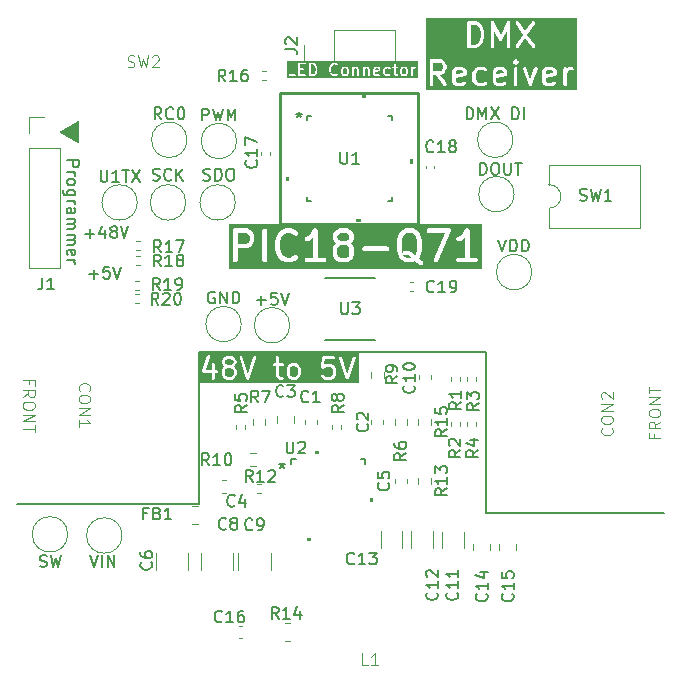
<source format=gbr>
%TF.GenerationSoftware,KiCad,Pcbnew,7.0.6*%
%TF.CreationDate,2023-09-15T11:23:23-07:00*%
%TF.ProjectId,dmxRx,646d7852-782e-46b6-9963-61645f706362,rev?*%
%TF.SameCoordinates,Original*%
%TF.FileFunction,Legend,Top*%
%TF.FilePolarity,Positive*%
%FSLAX46Y46*%
G04 Gerber Fmt 4.6, Leading zero omitted, Abs format (unit mm)*
G04 Created by KiCad (PCBNEW 7.0.6) date 2023-09-15 11:23:23*
%MOMM*%
%LPD*%
G01*
G04 APERTURE LIST*
%ADD10C,0.150000*%
%ADD11C,0.250000*%
%ADD12C,0.400000*%
%ADD13C,0.300000*%
%ADD14C,0.100000*%
%ADD15C,0.120000*%
%ADD16C,0.152400*%
G04 APERTURE END LIST*
D10*
X165500000Y-108250000D02*
X189860000Y-108250000D01*
X189850000Y-121900000D02*
X204900000Y-121900000D01*
X189860000Y-108250000D02*
X189850000Y-121900000D01*
X165500000Y-108250000D02*
X165490000Y-121140000D01*
D11*
X172420000Y-86360000D02*
X184020000Y-86360000D01*
X184020000Y-97460000D01*
X172420000Y-97460000D01*
X172420000Y-86360000D01*
D10*
X165490000Y-121140000D02*
X150120000Y-121130000D01*
D11*
G36*
X168333762Y-109668899D02*
G01*
X168388407Y-109723544D01*
X168449473Y-109845675D01*
X168449473Y-110119992D01*
X168388407Y-110242123D01*
X168333762Y-110296769D01*
X168211632Y-110357834D01*
X167937315Y-110357834D01*
X167815183Y-110296768D01*
X167760538Y-110242123D01*
X167699473Y-110119993D01*
X167699473Y-109845674D01*
X167760538Y-109723544D01*
X167815183Y-109668899D01*
X167937315Y-109607834D01*
X168211632Y-109607834D01*
X168333762Y-109668899D01*
G37*
G36*
X168333762Y-108918899D02*
G01*
X168388407Y-108973544D01*
X168449473Y-109095675D01*
X168449473Y-109119992D01*
X168388407Y-109242123D01*
X168333762Y-109296768D01*
X168211632Y-109357834D01*
X167937315Y-109357834D01*
X167815183Y-109296768D01*
X167760538Y-109242122D01*
X167699472Y-109119992D01*
X167699472Y-109095675D01*
X167760538Y-108973545D01*
X167815183Y-108918899D01*
X167937315Y-108857834D01*
X168211632Y-108857834D01*
X168333762Y-108918899D01*
G37*
G36*
X173750428Y-109502232D02*
G01*
X173805074Y-109556879D01*
X173866140Y-109679009D01*
X173866140Y-110119991D01*
X173805074Y-110242121D01*
X173750426Y-110296769D01*
X173628297Y-110357834D01*
X173437315Y-110357834D01*
X173315183Y-110296768D01*
X173260538Y-110242122D01*
X173199473Y-110119993D01*
X173199473Y-109679009D01*
X173260537Y-109556880D01*
X173315185Y-109502232D01*
X173437315Y-109441167D01*
X173628298Y-109441167D01*
X173750428Y-109502232D01*
G37*
G36*
X179028937Y-110857834D02*
G01*
X165534078Y-110857834D01*
X165534078Y-109917290D01*
X165784078Y-109917290D01*
X165786922Y-109923518D01*
X165786675Y-109930359D01*
X165801364Y-109955143D01*
X165813337Y-109981359D01*
X165819096Y-109985060D01*
X165822587Y-109990949D01*
X165848344Y-110003857D01*
X165872589Y-110019438D01*
X165882190Y-110020818D01*
X165885556Y-110022505D01*
X165890351Y-110021991D01*
X165907806Y-110024501D01*
X166616139Y-110024501D01*
X166616139Y-110482834D01*
X166635982Y-110550414D01*
X166689212Y-110596538D01*
X166758928Y-110606562D01*
X166822997Y-110577303D01*
X166861076Y-110518051D01*
X166866139Y-110482834D01*
X166866139Y-110149501D01*
X167449473Y-110149501D01*
X167452665Y-110160373D01*
X167451449Y-110171639D01*
X167462670Y-110205403D01*
X167546002Y-110372068D01*
X167547598Y-110373783D01*
X167548096Y-110376073D01*
X167569418Y-110404555D01*
X167652752Y-110487889D01*
X167654807Y-110489011D01*
X167656004Y-110491026D01*
X167685238Y-110511304D01*
X167851904Y-110594637D01*
X167863054Y-110596643D01*
X167872589Y-110602771D01*
X167907806Y-110607834D01*
X168241140Y-110607834D01*
X168252012Y-110604641D01*
X168263278Y-110605858D01*
X168297042Y-110594637D01*
X168463707Y-110511305D01*
X168465422Y-110509708D01*
X168467712Y-110509211D01*
X168496194Y-110487889D01*
X168579528Y-110404555D01*
X168580650Y-110402499D01*
X168582665Y-110401303D01*
X168602943Y-110372069D01*
X168686276Y-110205403D01*
X168688282Y-110194252D01*
X168694410Y-110184718D01*
X168699473Y-110149501D01*
X168699473Y-109816167D01*
X168696280Y-109805294D01*
X168697497Y-109794028D01*
X168686276Y-109760265D01*
X168602943Y-109593599D01*
X168601348Y-109591884D01*
X168600850Y-109589595D01*
X168579528Y-109561113D01*
X168501249Y-109482834D01*
X168579528Y-109404555D01*
X168580650Y-109402499D01*
X168582665Y-109401303D01*
X168602943Y-109372069D01*
X168686276Y-109205403D01*
X168688282Y-109194252D01*
X168694410Y-109184718D01*
X168699473Y-109149501D01*
X168699473Y-109066167D01*
X168696280Y-109055294D01*
X168697497Y-109044028D01*
X168686276Y-109010265D01*
X168602943Y-108843599D01*
X168601348Y-108841884D01*
X168600850Y-108839595D01*
X168579528Y-108811113D01*
X168505767Y-108737352D01*
X168949554Y-108737352D01*
X168955888Y-108772363D01*
X169539222Y-110522362D01*
X169556841Y-110547715D01*
X169572588Y-110574282D01*
X169576756Y-110576371D01*
X169579417Y-110580199D01*
X169607948Y-110592002D01*
X169635557Y-110605838D01*
X169640192Y-110605341D01*
X169644501Y-110607124D01*
X169674883Y-110601628D01*
X169705591Y-110598341D01*
X169709223Y-110595416D01*
X169713809Y-110594587D01*
X169736391Y-110573543D01*
X169760453Y-110554171D01*
X169763319Y-110548449D01*
X169765338Y-110546569D01*
X169766450Y-110542201D01*
X169776392Y-110522362D01*
X170172527Y-109333956D01*
X171784078Y-109333956D01*
X171813337Y-109398025D01*
X171872589Y-109436104D01*
X171907806Y-109441167D01*
X172032806Y-109441167D01*
X172032806Y-110232834D01*
X172035998Y-110243706D01*
X172034782Y-110254973D01*
X172046003Y-110288736D01*
X172129337Y-110455403D01*
X172144576Y-110471786D01*
X172156004Y-110491026D01*
X172174236Y-110503672D01*
X172177308Y-110506975D01*
X172179983Y-110507659D01*
X172185238Y-110511304D01*
X172351904Y-110594637D01*
X172363054Y-110596643D01*
X172372589Y-110602771D01*
X172407806Y-110607834D01*
X172574473Y-110607834D01*
X172642053Y-110587991D01*
X172688177Y-110534761D01*
X172698201Y-110465045D01*
X172668942Y-110400976D01*
X172609690Y-110362897D01*
X172574473Y-110357834D01*
X172437315Y-110357834D01*
X172334309Y-110306331D01*
X172282806Y-110203325D01*
X172282806Y-110149501D01*
X172949473Y-110149501D01*
X172952665Y-110160373D01*
X172951449Y-110171639D01*
X172962670Y-110205403D01*
X173046002Y-110372068D01*
X173047598Y-110373783D01*
X173048096Y-110376073D01*
X173069418Y-110404555D01*
X173152752Y-110487889D01*
X173154807Y-110489011D01*
X173156004Y-110491026D01*
X173185238Y-110511304D01*
X173351904Y-110594637D01*
X173363054Y-110596643D01*
X173372589Y-110602771D01*
X173407806Y-110607834D01*
X173657806Y-110607834D01*
X173668678Y-110604641D01*
X173679944Y-110605858D01*
X173713707Y-110594638D01*
X173880374Y-110511305D01*
X173882089Y-110509709D01*
X173884380Y-110509211D01*
X173912862Y-110487889D01*
X173996195Y-110404555D01*
X173997316Y-110402500D01*
X173999331Y-110401304D01*
X174019609Y-110372069D01*
X174052019Y-110307249D01*
X175866457Y-110307249D01*
X175881428Y-110376072D01*
X175902750Y-110404555D01*
X175986083Y-110487889D01*
X175988139Y-110489011D01*
X175989336Y-110491027D01*
X176018571Y-110511305D01*
X176185237Y-110594637D01*
X176196387Y-110596643D01*
X176205922Y-110602771D01*
X176241139Y-110607834D01*
X176657806Y-110607834D01*
X176668678Y-110604641D01*
X176679944Y-110605858D01*
X176713708Y-110594637D01*
X176880373Y-110511305D01*
X176882088Y-110509708D01*
X176884378Y-110509211D01*
X176912860Y-110487889D01*
X176996194Y-110404555D01*
X176997316Y-110402499D01*
X176999331Y-110401303D01*
X177019609Y-110372069D01*
X177102942Y-110205403D01*
X177104948Y-110194252D01*
X177111076Y-110184718D01*
X177116139Y-110149501D01*
X177116139Y-109732834D01*
X177112946Y-109721961D01*
X177114163Y-109710696D01*
X177102942Y-109676932D01*
X177019610Y-109510266D01*
X177018014Y-109508550D01*
X177017516Y-109506260D01*
X176996194Y-109477778D01*
X176912860Y-109394445D01*
X176910804Y-109393322D01*
X176909608Y-109391308D01*
X176880373Y-109371030D01*
X176713708Y-109287698D01*
X176702557Y-109285691D01*
X176693023Y-109279564D01*
X176657806Y-109274501D01*
X176241139Y-109274501D01*
X176230266Y-109277693D01*
X176219001Y-109276477D01*
X176185237Y-109287698D01*
X176142471Y-109309080D01*
X176187596Y-108857834D01*
X176907806Y-108857834D01*
X176975386Y-108837991D01*
X177021510Y-108784761D01*
X177028327Y-108737352D01*
X177366220Y-108737352D01*
X177372554Y-108772363D01*
X177955888Y-110522362D01*
X177973507Y-110547715D01*
X177989254Y-110574282D01*
X177993422Y-110576371D01*
X177996083Y-110580199D01*
X178024614Y-110592002D01*
X178052223Y-110605838D01*
X178056858Y-110605341D01*
X178061167Y-110607124D01*
X178091549Y-110601628D01*
X178122257Y-110598341D01*
X178125889Y-110595416D01*
X178130475Y-110594587D01*
X178153057Y-110573543D01*
X178177119Y-110554171D01*
X178179985Y-110548449D01*
X178182004Y-110546569D01*
X178183116Y-110542201D01*
X178193058Y-110522362D01*
X178776391Y-108772362D01*
X178778937Y-108701975D01*
X178743025Y-108641386D01*
X178680056Y-108609830D01*
X178610022Y-108617327D01*
X178555160Y-108661497D01*
X178539221Y-108693305D01*
X178074473Y-110087550D01*
X177609724Y-108693305D01*
X177569529Y-108635468D01*
X177504445Y-108608544D01*
X177435137Y-108621081D01*
X177383608Y-108669099D01*
X177366220Y-108737352D01*
X177028327Y-108737352D01*
X177031534Y-108715045D01*
X177002275Y-108650976D01*
X176943023Y-108612897D01*
X176907806Y-108607834D01*
X176074472Y-108607834D01*
X176071793Y-108608620D01*
X176069083Y-108607950D01*
X176038200Y-108618484D01*
X176006892Y-108627677D01*
X176005063Y-108629787D01*
X176002420Y-108630689D01*
X175982128Y-108656255D01*
X175960768Y-108680907D01*
X175960370Y-108683669D01*
X175958634Y-108685858D01*
X175950092Y-108720396D01*
X175866759Y-109553729D01*
X175871998Y-109581581D01*
X175874020Y-109609850D01*
X175878421Y-109615729D01*
X175879779Y-109622948D01*
X175899244Y-109643546D01*
X175916229Y-109666235D01*
X175923111Y-109668802D01*
X175928156Y-109674140D01*
X175955666Y-109680944D01*
X175982222Y-109690849D01*
X175989398Y-109689287D01*
X175996528Y-109691051D01*
X176023350Y-109681901D01*
X176051045Y-109675877D01*
X176059442Y-109669590D01*
X176063191Y-109668312D01*
X176066178Y-109664547D01*
X176079527Y-109654555D01*
X176148516Y-109585566D01*
X176270648Y-109524501D01*
X176628298Y-109524501D01*
X176750426Y-109585565D01*
X176805074Y-109640212D01*
X176866139Y-109762342D01*
X176866139Y-110119992D01*
X176805073Y-110242123D01*
X176750427Y-110296769D01*
X176628298Y-110357834D01*
X176270648Y-110357834D01*
X176148517Y-110296769D01*
X176079528Y-110227779D01*
X176017711Y-110194024D01*
X175947457Y-110199048D01*
X175891072Y-110241256D01*
X175866457Y-110307249D01*
X174052019Y-110307249D01*
X174102943Y-110205403D01*
X174104949Y-110194252D01*
X174111077Y-110184718D01*
X174116140Y-110149501D01*
X174116140Y-109649501D01*
X174112948Y-109638631D01*
X174114165Y-109627363D01*
X174102943Y-109593599D01*
X174019609Y-109426932D01*
X174018015Y-109425218D01*
X174017517Y-109422928D01*
X173996195Y-109394446D01*
X173912861Y-109311113D01*
X173910807Y-109309991D01*
X173909610Y-109307976D01*
X173880375Y-109287698D01*
X173713708Y-109204364D01*
X173702557Y-109202357D01*
X173693023Y-109196230D01*
X173657806Y-109191167D01*
X173407806Y-109191167D01*
X173396933Y-109194359D01*
X173385667Y-109193143D01*
X173351904Y-109204364D01*
X173185238Y-109287698D01*
X173183524Y-109289291D01*
X173181234Y-109289790D01*
X173152752Y-109311112D01*
X173069418Y-109394445D01*
X173068295Y-109396501D01*
X173066280Y-109397698D01*
X173046002Y-109426933D01*
X172962669Y-109593600D01*
X172960662Y-109604751D01*
X172954536Y-109614284D01*
X172949473Y-109649501D01*
X172949473Y-110149501D01*
X172282806Y-110149501D01*
X172282806Y-109441167D01*
X172574473Y-109441167D01*
X172642053Y-109421324D01*
X172688177Y-109368094D01*
X172698201Y-109298378D01*
X172668942Y-109234309D01*
X172609690Y-109196230D01*
X172574473Y-109191167D01*
X172282806Y-109191167D01*
X172282806Y-108732834D01*
X172262963Y-108665254D01*
X172209733Y-108619130D01*
X172140017Y-108609106D01*
X172075948Y-108638365D01*
X172037869Y-108697617D01*
X172032806Y-108732834D01*
X172032806Y-109191167D01*
X171907806Y-109191167D01*
X171840226Y-109211010D01*
X171794102Y-109264240D01*
X171784078Y-109333956D01*
X170172527Y-109333956D01*
X170359725Y-108772362D01*
X170362271Y-108701975D01*
X170326359Y-108641386D01*
X170263390Y-108609830D01*
X170193356Y-108617327D01*
X170138494Y-108661497D01*
X170122555Y-108693305D01*
X169657807Y-110087550D01*
X169193058Y-108693305D01*
X169152863Y-108635468D01*
X169087779Y-108608544D01*
X169018471Y-108621081D01*
X168966942Y-108669099D01*
X168949554Y-108737352D01*
X168505767Y-108737352D01*
X168496194Y-108727779D01*
X168494139Y-108726657D01*
X168492942Y-108724641D01*
X168463707Y-108704363D01*
X168297042Y-108621031D01*
X168285891Y-108619024D01*
X168276357Y-108612897D01*
X168241140Y-108607834D01*
X167907806Y-108607834D01*
X167896933Y-108611026D01*
X167885667Y-108609810D01*
X167851904Y-108621031D01*
X167685238Y-108704364D01*
X167683523Y-108705958D01*
X167681234Y-108706457D01*
X167652752Y-108727779D01*
X167569418Y-108811113D01*
X167568296Y-108813167D01*
X167566280Y-108814365D01*
X167546002Y-108843600D01*
X167462670Y-109010265D01*
X167460663Y-109021415D01*
X167454536Y-109030950D01*
X167449473Y-109066167D01*
X167449473Y-109149501D01*
X167452665Y-109160373D01*
X167451449Y-109171639D01*
X167462670Y-109205403D01*
X167546002Y-109372068D01*
X167547598Y-109373783D01*
X167548096Y-109376073D01*
X167569418Y-109404555D01*
X167647697Y-109482834D01*
X167569418Y-109561113D01*
X167568296Y-109563167D01*
X167566280Y-109564365D01*
X167546002Y-109593600D01*
X167462670Y-109760265D01*
X167460663Y-109771415D01*
X167454536Y-109780950D01*
X167449473Y-109816167D01*
X167449473Y-110149501D01*
X166866139Y-110149501D01*
X166866139Y-110024501D01*
X166991139Y-110024501D01*
X167058719Y-110004658D01*
X167104843Y-109951428D01*
X167114867Y-109881712D01*
X167085608Y-109817643D01*
X167026356Y-109779564D01*
X166991139Y-109774501D01*
X166866139Y-109774501D01*
X166866139Y-109316167D01*
X166846296Y-109248587D01*
X166793066Y-109202463D01*
X166723350Y-109192439D01*
X166659281Y-109221698D01*
X166621202Y-109280950D01*
X166616139Y-109316167D01*
X166616139Y-109774501D01*
X166081234Y-109774501D01*
X166443058Y-108689029D01*
X166445604Y-108618642D01*
X166409692Y-108558053D01*
X166346723Y-108526497D01*
X166276689Y-108533994D01*
X166221827Y-108578164D01*
X166205888Y-108609972D01*
X165789221Y-109859973D01*
X165788179Y-109888763D01*
X165784078Y-109917290D01*
X165534078Y-109917290D01*
X165534078Y-108276497D01*
X179028937Y-108276497D01*
X179028937Y-110857834D01*
G37*
D10*
X154340180Y-92036779D02*
X155340180Y-92036779D01*
X155340180Y-92036779D02*
X155340180Y-92417731D01*
X155340180Y-92417731D02*
X155292561Y-92512969D01*
X155292561Y-92512969D02*
X155244942Y-92560588D01*
X155244942Y-92560588D02*
X155149704Y-92608207D01*
X155149704Y-92608207D02*
X155006847Y-92608207D01*
X155006847Y-92608207D02*
X154911609Y-92560588D01*
X154911609Y-92560588D02*
X154863990Y-92512969D01*
X154863990Y-92512969D02*
X154816371Y-92417731D01*
X154816371Y-92417731D02*
X154816371Y-92036779D01*
X154340180Y-93036779D02*
X155006847Y-93036779D01*
X154816371Y-93036779D02*
X154911609Y-93084398D01*
X154911609Y-93084398D02*
X154959228Y-93132017D01*
X154959228Y-93132017D02*
X155006847Y-93227255D01*
X155006847Y-93227255D02*
X155006847Y-93322493D01*
X154340180Y-93798684D02*
X154387800Y-93703446D01*
X154387800Y-93703446D02*
X154435419Y-93655827D01*
X154435419Y-93655827D02*
X154530657Y-93608208D01*
X154530657Y-93608208D02*
X154816371Y-93608208D01*
X154816371Y-93608208D02*
X154911609Y-93655827D01*
X154911609Y-93655827D02*
X154959228Y-93703446D01*
X154959228Y-93703446D02*
X155006847Y-93798684D01*
X155006847Y-93798684D02*
X155006847Y-93941541D01*
X155006847Y-93941541D02*
X154959228Y-94036779D01*
X154959228Y-94036779D02*
X154911609Y-94084398D01*
X154911609Y-94084398D02*
X154816371Y-94132017D01*
X154816371Y-94132017D02*
X154530657Y-94132017D01*
X154530657Y-94132017D02*
X154435419Y-94084398D01*
X154435419Y-94084398D02*
X154387800Y-94036779D01*
X154387800Y-94036779D02*
X154340180Y-93941541D01*
X154340180Y-93941541D02*
X154340180Y-93798684D01*
X155006847Y-94989160D02*
X154197323Y-94989160D01*
X154197323Y-94989160D02*
X154102085Y-94941541D01*
X154102085Y-94941541D02*
X154054466Y-94893922D01*
X154054466Y-94893922D02*
X154006847Y-94798684D01*
X154006847Y-94798684D02*
X154006847Y-94655827D01*
X154006847Y-94655827D02*
X154054466Y-94560589D01*
X154387800Y-94989160D02*
X154340180Y-94893922D01*
X154340180Y-94893922D02*
X154340180Y-94703446D01*
X154340180Y-94703446D02*
X154387800Y-94608208D01*
X154387800Y-94608208D02*
X154435419Y-94560589D01*
X154435419Y-94560589D02*
X154530657Y-94512970D01*
X154530657Y-94512970D02*
X154816371Y-94512970D01*
X154816371Y-94512970D02*
X154911609Y-94560589D01*
X154911609Y-94560589D02*
X154959228Y-94608208D01*
X154959228Y-94608208D02*
X155006847Y-94703446D01*
X155006847Y-94703446D02*
X155006847Y-94893922D01*
X155006847Y-94893922D02*
X154959228Y-94989160D01*
X154340180Y-95465351D02*
X155006847Y-95465351D01*
X154816371Y-95465351D02*
X154911609Y-95512970D01*
X154911609Y-95512970D02*
X154959228Y-95560589D01*
X154959228Y-95560589D02*
X155006847Y-95655827D01*
X155006847Y-95655827D02*
X155006847Y-95751065D01*
X154340180Y-96512970D02*
X154863990Y-96512970D01*
X154863990Y-96512970D02*
X154959228Y-96465351D01*
X154959228Y-96465351D02*
X155006847Y-96370113D01*
X155006847Y-96370113D02*
X155006847Y-96179637D01*
X155006847Y-96179637D02*
X154959228Y-96084399D01*
X154387800Y-96512970D02*
X154340180Y-96417732D01*
X154340180Y-96417732D02*
X154340180Y-96179637D01*
X154340180Y-96179637D02*
X154387800Y-96084399D01*
X154387800Y-96084399D02*
X154483038Y-96036780D01*
X154483038Y-96036780D02*
X154578276Y-96036780D01*
X154578276Y-96036780D02*
X154673514Y-96084399D01*
X154673514Y-96084399D02*
X154721133Y-96179637D01*
X154721133Y-96179637D02*
X154721133Y-96417732D01*
X154721133Y-96417732D02*
X154768752Y-96512970D01*
X154340180Y-96989161D02*
X155006847Y-96989161D01*
X154911609Y-96989161D02*
X154959228Y-97036780D01*
X154959228Y-97036780D02*
X155006847Y-97132018D01*
X155006847Y-97132018D02*
X155006847Y-97274875D01*
X155006847Y-97274875D02*
X154959228Y-97370113D01*
X154959228Y-97370113D02*
X154863990Y-97417732D01*
X154863990Y-97417732D02*
X154340180Y-97417732D01*
X154863990Y-97417732D02*
X154959228Y-97465351D01*
X154959228Y-97465351D02*
X155006847Y-97560589D01*
X155006847Y-97560589D02*
X155006847Y-97703446D01*
X155006847Y-97703446D02*
X154959228Y-97798685D01*
X154959228Y-97798685D02*
X154863990Y-97846304D01*
X154863990Y-97846304D02*
X154340180Y-97846304D01*
X154340180Y-98322494D02*
X155006847Y-98322494D01*
X154911609Y-98322494D02*
X154959228Y-98370113D01*
X154959228Y-98370113D02*
X155006847Y-98465351D01*
X155006847Y-98465351D02*
X155006847Y-98608208D01*
X155006847Y-98608208D02*
X154959228Y-98703446D01*
X154959228Y-98703446D02*
X154863990Y-98751065D01*
X154863990Y-98751065D02*
X154340180Y-98751065D01*
X154863990Y-98751065D02*
X154959228Y-98798684D01*
X154959228Y-98798684D02*
X155006847Y-98893922D01*
X155006847Y-98893922D02*
X155006847Y-99036779D01*
X155006847Y-99036779D02*
X154959228Y-99132018D01*
X154959228Y-99132018D02*
X154863990Y-99179637D01*
X154863990Y-99179637D02*
X154340180Y-99179637D01*
X154387800Y-100036779D02*
X154340180Y-99941541D01*
X154340180Y-99941541D02*
X154340180Y-99751065D01*
X154340180Y-99751065D02*
X154387800Y-99655827D01*
X154387800Y-99655827D02*
X154483038Y-99608208D01*
X154483038Y-99608208D02*
X154863990Y-99608208D01*
X154863990Y-99608208D02*
X154959228Y-99655827D01*
X154959228Y-99655827D02*
X155006847Y-99751065D01*
X155006847Y-99751065D02*
X155006847Y-99941541D01*
X155006847Y-99941541D02*
X154959228Y-100036779D01*
X154959228Y-100036779D02*
X154863990Y-100084398D01*
X154863990Y-100084398D02*
X154768752Y-100084398D01*
X154768752Y-100084398D02*
X154673514Y-99608208D01*
X154340180Y-100512970D02*
X155006847Y-100512970D01*
X154816371Y-100512970D02*
X154911609Y-100560589D01*
X154911609Y-100560589D02*
X154959228Y-100608208D01*
X154959228Y-100608208D02*
X155006847Y-100703446D01*
X155006847Y-100703446D02*
X155006847Y-100798684D01*
D12*
G36*
X183700575Y-98256665D02*
G01*
X183876549Y-98432639D01*
X183976190Y-98831200D01*
X183976190Y-99615293D01*
X183876549Y-100013853D01*
X183819046Y-100071356D01*
X183603325Y-99855636D01*
X183576146Y-99838558D01*
X183551347Y-99818172D01*
X183313252Y-99699124D01*
X183311775Y-99698763D01*
X183310586Y-99697815D01*
X183268592Y-99688230D01*
X183226779Y-99678031D01*
X183225291Y-99678347D01*
X183223809Y-99678009D01*
X182985713Y-99678009D01*
X182898936Y-99697815D01*
X182829347Y-99753311D01*
X182790727Y-99833505D01*
X182790727Y-99922513D01*
X182829347Y-100002707D01*
X182898936Y-100058203D01*
X182985713Y-100078009D01*
X183176596Y-100078009D01*
X183343432Y-100161427D01*
X183455252Y-100273247D01*
X183151975Y-100273247D01*
X182985138Y-100189828D01*
X182809164Y-100013854D01*
X182709523Y-99615294D01*
X182709523Y-98831199D01*
X182809164Y-98432638D01*
X182985137Y-98256665D01*
X183151974Y-98173247D01*
X183533739Y-98173247D01*
X183700575Y-98256665D01*
G37*
G36*
X178105338Y-99328094D02*
G01*
X178178485Y-99401242D01*
X178261904Y-99568079D01*
X178261904Y-99949843D01*
X178178485Y-100116680D01*
X178105338Y-100189828D01*
X177938500Y-100273247D01*
X177556737Y-100273247D01*
X177389898Y-100189828D01*
X177316751Y-100116679D01*
X177233333Y-99949843D01*
X177233333Y-99568079D01*
X177316751Y-99401243D01*
X177389898Y-99328094D01*
X177556737Y-99244676D01*
X177938500Y-99244676D01*
X178105338Y-99328094D01*
G37*
G36*
X178105336Y-98256665D02*
G01*
X178178485Y-98329812D01*
X178261904Y-98496651D01*
X178261904Y-98521271D01*
X178178485Y-98688108D01*
X178105337Y-98761257D01*
X177938501Y-98844676D01*
X177556736Y-98844676D01*
X177389899Y-98761257D01*
X177316751Y-98688107D01*
X177233333Y-98521271D01*
X177233333Y-98496651D01*
X177316751Y-98329813D01*
X177389899Y-98256665D01*
X177556736Y-98173247D01*
X177938501Y-98173247D01*
X178105336Y-98256665D01*
G37*
G36*
X169652957Y-98256665D02*
G01*
X169726104Y-98329812D01*
X169809524Y-98496651D01*
X169809524Y-98759366D01*
X169726104Y-98926205D01*
X169652957Y-98999352D01*
X169486121Y-99082771D01*
X168780953Y-99082771D01*
X168780953Y-98173247D01*
X169486121Y-98173247D01*
X169652957Y-98256665D01*
G37*
G36*
X189490223Y-101268463D02*
G01*
X168023810Y-101268463D01*
X168023810Y-100473247D01*
X168380953Y-100473247D01*
X168400759Y-100560024D01*
X168456255Y-100629613D01*
X168536449Y-100668233D01*
X168625457Y-100668233D01*
X168705651Y-100629613D01*
X168761147Y-100560024D01*
X168780953Y-100473247D01*
X170880953Y-100473247D01*
X170900759Y-100560024D01*
X170956255Y-100629613D01*
X171036449Y-100668233D01*
X171125457Y-100668233D01*
X171205651Y-100629613D01*
X171261147Y-100560024D01*
X171280953Y-100473247D01*
X171280953Y-99401819D01*
X171952381Y-99401819D01*
X171957847Y-99425769D01*
X171958353Y-99450326D01*
X172077401Y-99926517D01*
X172087337Y-99946107D01*
X172092543Y-99967451D01*
X172211590Y-100205546D01*
X172231975Y-100230344D01*
X172249054Y-100257525D01*
X172487149Y-100495621D01*
X172488436Y-100496430D01*
X172489265Y-100497706D01*
X172526056Y-100520068D01*
X172562515Y-100542977D01*
X172564026Y-100543147D01*
X172565326Y-100543937D01*
X172922469Y-100662984D01*
X172954417Y-100666103D01*
X172985714Y-100673247D01*
X173223810Y-100673247D01*
X173255106Y-100666103D01*
X173287055Y-100662984D01*
X173644198Y-100543937D01*
X173645497Y-100543147D01*
X173647008Y-100542977D01*
X173683437Y-100520086D01*
X173720258Y-100497706D01*
X173721087Y-100496429D01*
X173722373Y-100495621D01*
X173841421Y-100376574D01*
X173888777Y-100301208D01*
X173898742Y-100212760D01*
X173869345Y-100128745D01*
X173806407Y-100065807D01*
X173722392Y-100036410D01*
X173633944Y-100046375D01*
X173558578Y-100093731D01*
X173472916Y-100179393D01*
X173191354Y-100273247D01*
X173018171Y-100273247D01*
X172736607Y-100179393D01*
X172554847Y-99997632D01*
X172460133Y-99808203D01*
X172352381Y-99377199D01*
X172352381Y-99069295D01*
X172458223Y-98645929D01*
X174456756Y-98645929D01*
X174458078Y-98734928D01*
X174497883Y-98814539D01*
X174568290Y-98868995D01*
X174655351Y-98887511D01*
X174741824Y-98866418D01*
X174979919Y-98747370D01*
X175004718Y-98726983D01*
X175031897Y-98709906D01*
X175166667Y-98575136D01*
X175166667Y-100273247D01*
X174652381Y-100273247D01*
X174565604Y-100293053D01*
X174496015Y-100348549D01*
X174457395Y-100428743D01*
X174457395Y-100517751D01*
X174496015Y-100597945D01*
X174565604Y-100653441D01*
X174652381Y-100673247D01*
X176080952Y-100673247D01*
X176167729Y-100653441D01*
X176237318Y-100597945D01*
X176275938Y-100517751D01*
X176275938Y-100428743D01*
X176237318Y-100348549D01*
X176167729Y-100293053D01*
X176080952Y-100273247D01*
X175566667Y-100273247D01*
X175566667Y-99997057D01*
X176833333Y-99997057D01*
X176833671Y-99998539D01*
X176833355Y-100000027D01*
X176843554Y-100041840D01*
X176853139Y-100083834D01*
X176854087Y-100085023D01*
X176854448Y-100086500D01*
X176973496Y-100324595D01*
X176993880Y-100349392D01*
X177010959Y-100376573D01*
X177130006Y-100495621D01*
X177157186Y-100512700D01*
X177181986Y-100533086D01*
X177420081Y-100652133D01*
X177421557Y-100652493D01*
X177422746Y-100653441D01*
X177464724Y-100663022D01*
X177506554Y-100673225D01*
X177508040Y-100672908D01*
X177509523Y-100673247D01*
X177985714Y-100673247D01*
X177987196Y-100672908D01*
X177988683Y-100673225D01*
X178030512Y-100663022D01*
X178072491Y-100653441D01*
X178073679Y-100652493D01*
X178075156Y-100652133D01*
X178313251Y-100533086D01*
X178338052Y-100512698D01*
X178365230Y-100495621D01*
X178484278Y-100376574D01*
X178501357Y-100349393D01*
X178521743Y-100324594D01*
X178640790Y-100086499D01*
X178641150Y-100085022D01*
X178642098Y-100083834D01*
X178651679Y-100041855D01*
X178661882Y-100000026D01*
X178661565Y-99998539D01*
X178661904Y-99997057D01*
X178661904Y-99565370D01*
X179338347Y-99565370D01*
X179376967Y-99645564D01*
X179446556Y-99701060D01*
X179533333Y-99720866D01*
X181438095Y-99720866D01*
X181524872Y-99701060D01*
X181594461Y-99645564D01*
X181597182Y-99639914D01*
X182309523Y-99639914D01*
X182314989Y-99663864D01*
X182315495Y-99688421D01*
X182434543Y-100164612D01*
X182438752Y-100172910D01*
X182439794Y-100182159D01*
X182458716Y-100212273D01*
X182474804Y-100243994D01*
X182482198Y-100249645D01*
X182487149Y-100257525D01*
X182725244Y-100495621D01*
X182752424Y-100512700D01*
X182777224Y-100533086D01*
X183015319Y-100652133D01*
X183016795Y-100652493D01*
X183017984Y-100653441D01*
X183059962Y-100663022D01*
X183101792Y-100673225D01*
X183103278Y-100672908D01*
X183104761Y-100673247D01*
X183580952Y-100673247D01*
X183582434Y-100672908D01*
X183583921Y-100673225D01*
X183625750Y-100663022D01*
X183667729Y-100653441D01*
X183668917Y-100652493D01*
X183670394Y-100652133D01*
X183779556Y-100597551D01*
X183915721Y-100733716D01*
X183942898Y-100750793D01*
X183967700Y-100771181D01*
X184205795Y-100890228D01*
X184292268Y-100911320D01*
X184379329Y-100892804D01*
X184449735Y-100838348D01*
X184489541Y-100758736D01*
X184490862Y-100669737D01*
X184453438Y-100588979D01*
X184384679Y-100532456D01*
X184175611Y-100427922D01*
X184101889Y-100354200D01*
X184198564Y-100257525D01*
X184203514Y-100249645D01*
X184210909Y-100243994D01*
X184226995Y-100212275D01*
X184245919Y-100182159D01*
X184246961Y-100172909D01*
X184251170Y-100164611D01*
X184370219Y-99688421D01*
X184370724Y-99663859D01*
X184376190Y-99639914D01*
X184376190Y-98806580D01*
X184370724Y-98782634D01*
X184370219Y-98758073D01*
X184251170Y-98281883D01*
X184246961Y-98273584D01*
X184245919Y-98264334D01*
X184226995Y-98234218D01*
X184210909Y-98202500D01*
X184203513Y-98196847D01*
X184198563Y-98188969D01*
X184027345Y-98017751D01*
X184814537Y-98017751D01*
X184853157Y-98097945D01*
X184922746Y-98153441D01*
X185009523Y-98173247D01*
X186372882Y-98173247D01*
X185420932Y-100394463D01*
X185404953Y-100482026D01*
X185428550Y-100567849D01*
X185487047Y-100634936D01*
X185568858Y-100669998D01*
X185657781Y-100666091D01*
X185736202Y-100623990D01*
X185788590Y-100552031D01*
X186605491Y-98645929D01*
X187313898Y-98645929D01*
X187315220Y-98734928D01*
X187355025Y-98814539D01*
X187425432Y-98868995D01*
X187512493Y-98887511D01*
X187598966Y-98866418D01*
X187837061Y-98747370D01*
X187861860Y-98726983D01*
X187889039Y-98709906D01*
X188023809Y-98575135D01*
X188023809Y-100273247D01*
X187509523Y-100273247D01*
X187422746Y-100293053D01*
X187353157Y-100348549D01*
X187314537Y-100428743D01*
X187314537Y-100517751D01*
X187353157Y-100597945D01*
X187422746Y-100653441D01*
X187509523Y-100673247D01*
X188938094Y-100673247D01*
X189024871Y-100653441D01*
X189094460Y-100597945D01*
X189133080Y-100517751D01*
X189133080Y-100428743D01*
X189094460Y-100348549D01*
X189024871Y-100293053D01*
X188938094Y-100273247D01*
X188423809Y-100273247D01*
X188423809Y-97973247D01*
X188416930Y-97943109D01*
X188414300Y-97912313D01*
X188407135Y-97900196D01*
X188404003Y-97886470D01*
X188384731Y-97862304D01*
X188368998Y-97835695D01*
X188357281Y-97827884D01*
X188348507Y-97816881D01*
X188320665Y-97803472D01*
X188294939Y-97786322D01*
X188280994Y-97784368D01*
X188268313Y-97778261D01*
X188237404Y-97778261D01*
X188206791Y-97773972D01*
X188193383Y-97778261D01*
X188179305Y-97778261D01*
X188151458Y-97791671D01*
X188122014Y-97801090D01*
X188111792Y-97810773D01*
X188099111Y-97816881D01*
X188079838Y-97841047D01*
X188057399Y-97862307D01*
X187830287Y-98202973D01*
X187629146Y-98404114D01*
X187420080Y-98508648D01*
X187351322Y-98565171D01*
X187313898Y-98645929D01*
X186605491Y-98645929D01*
X186860019Y-98052031D01*
X186863284Y-98034138D01*
X186871176Y-98017751D01*
X186871176Y-97990891D01*
X186875998Y-97964468D01*
X186871176Y-97946930D01*
X186871176Y-97928743D01*
X186859521Y-97904542D01*
X186852401Y-97878645D01*
X186840448Y-97864936D01*
X186832556Y-97848549D01*
X186811555Y-97831801D01*
X186793904Y-97811558D01*
X186777187Y-97804393D01*
X186762967Y-97793053D01*
X186736779Y-97787075D01*
X186712093Y-97776496D01*
X186693922Y-97777294D01*
X186676190Y-97773247D01*
X185009523Y-97773247D01*
X184922746Y-97793053D01*
X184853157Y-97848549D01*
X184814537Y-97928743D01*
X184814537Y-98017751D01*
X184027345Y-98017751D01*
X183960468Y-97950874D01*
X183933289Y-97933796D01*
X183908490Y-97913410D01*
X183670395Y-97794362D01*
X183668918Y-97794001D01*
X183667729Y-97793053D01*
X183625735Y-97783468D01*
X183583922Y-97773269D01*
X183582434Y-97773585D01*
X183580952Y-97773247D01*
X183104761Y-97773247D01*
X183103279Y-97773585D01*
X183101792Y-97773269D01*
X183059985Y-97783466D01*
X183017984Y-97793053D01*
X183016794Y-97794001D01*
X183015318Y-97794362D01*
X182777223Y-97913410D01*
X182752425Y-97933795D01*
X182725245Y-97950874D01*
X182487150Y-98188969D01*
X182482199Y-98196847D01*
X182474804Y-98202500D01*
X182458715Y-98234220D01*
X182439794Y-98264334D01*
X182438751Y-98273583D01*
X182434543Y-98281882D01*
X182315495Y-98758073D01*
X182314989Y-98782629D01*
X182309523Y-98806580D01*
X182309523Y-99639914D01*
X181597182Y-99639914D01*
X181633081Y-99565370D01*
X181633081Y-99476362D01*
X181594461Y-99396168D01*
X181524872Y-99340672D01*
X181438095Y-99320866D01*
X179533333Y-99320866D01*
X179446556Y-99340672D01*
X179376967Y-99396168D01*
X179338347Y-99476362D01*
X179338347Y-99565370D01*
X178661904Y-99565370D01*
X178661904Y-99520866D01*
X178661565Y-99519383D01*
X178661882Y-99517897D01*
X178651679Y-99476067D01*
X178642098Y-99434089D01*
X178641150Y-99432900D01*
X178640790Y-99431424D01*
X178521743Y-99193329D01*
X178501357Y-99168529D01*
X178484278Y-99141349D01*
X178387603Y-99044675D01*
X178484278Y-98948002D01*
X178501357Y-98920821D01*
X178521743Y-98896022D01*
X178640790Y-98657927D01*
X178641150Y-98656450D01*
X178642098Y-98655262D01*
X178651679Y-98613283D01*
X178661882Y-98571454D01*
X178661565Y-98569967D01*
X178661904Y-98568485D01*
X178661904Y-98449438D01*
X178661565Y-98447955D01*
X178661882Y-98446469D01*
X178651679Y-98404639D01*
X178642098Y-98362661D01*
X178641150Y-98361472D01*
X178640790Y-98359996D01*
X178521743Y-98121900D01*
X178501357Y-98097100D01*
X178484278Y-98069920D01*
X178365230Y-97950873D01*
X178338049Y-97933794D01*
X178313252Y-97913410D01*
X178075157Y-97794362D01*
X178073680Y-97794001D01*
X178072491Y-97793053D01*
X178030497Y-97783468D01*
X177988684Y-97773269D01*
X177987196Y-97773585D01*
X177985714Y-97773247D01*
X177509523Y-97773247D01*
X177508041Y-97773585D01*
X177506554Y-97773269D01*
X177464747Y-97783466D01*
X177422746Y-97793053D01*
X177421556Y-97794001D01*
X177420080Y-97794362D01*
X177181985Y-97913410D01*
X177157187Y-97933795D01*
X177130007Y-97950874D01*
X177010960Y-98069921D01*
X176993882Y-98097098D01*
X176973495Y-98121900D01*
X176854448Y-98359995D01*
X176854087Y-98361471D01*
X176853139Y-98362661D01*
X176843552Y-98404662D01*
X176833355Y-98446469D01*
X176833671Y-98447955D01*
X176833333Y-98449438D01*
X176833333Y-98568485D01*
X176833671Y-98569967D01*
X176833355Y-98571455D01*
X176843554Y-98613268D01*
X176853139Y-98655262D01*
X176854087Y-98656451D01*
X176854448Y-98657928D01*
X176973496Y-98896023D01*
X176993880Y-98920820D01*
X177010959Y-98948001D01*
X177107632Y-99044675D01*
X177010959Y-99141350D01*
X176993880Y-99168530D01*
X176973496Y-99193328D01*
X176854448Y-99431423D01*
X176854087Y-99432899D01*
X176853139Y-99434089D01*
X176843554Y-99476082D01*
X176833355Y-99517896D01*
X176833671Y-99519383D01*
X176833333Y-99520866D01*
X176833333Y-99997057D01*
X175566667Y-99997057D01*
X175566667Y-97973247D01*
X175559788Y-97943109D01*
X175557158Y-97912313D01*
X175549993Y-97900196D01*
X175546861Y-97886470D01*
X175527589Y-97862304D01*
X175511856Y-97835695D01*
X175500139Y-97827884D01*
X175491365Y-97816881D01*
X175463523Y-97803472D01*
X175437797Y-97786322D01*
X175423852Y-97784368D01*
X175411171Y-97778261D01*
X175380262Y-97778261D01*
X175349649Y-97773972D01*
X175336241Y-97778261D01*
X175322163Y-97778261D01*
X175294316Y-97791671D01*
X175264872Y-97801090D01*
X175254650Y-97810773D01*
X175241969Y-97816881D01*
X175222696Y-97841047D01*
X175200257Y-97862307D01*
X174973145Y-98202973D01*
X174772004Y-98404114D01*
X174562938Y-98508648D01*
X174494180Y-98565171D01*
X174456756Y-98645929D01*
X172458223Y-98645929D01*
X172460133Y-98638290D01*
X172554848Y-98448859D01*
X172736605Y-98267102D01*
X173018171Y-98173247D01*
X173191353Y-98173247D01*
X173472916Y-98267102D01*
X173558580Y-98352764D01*
X173633945Y-98400120D01*
X173722394Y-98410084D01*
X173806408Y-98380687D01*
X173869346Y-98317748D01*
X173898743Y-98233734D01*
X173888777Y-98145286D01*
X173841421Y-98069920D01*
X173722373Y-97950873D01*
X173721086Y-97950064D01*
X173720259Y-97948790D01*
X173683454Y-97926419D01*
X173647007Y-97903518D01*
X173645497Y-97903347D01*
X173644198Y-97902558D01*
X173287056Y-97783510D01*
X173255105Y-97780389D01*
X173223810Y-97773247D01*
X172985714Y-97773247D01*
X172954418Y-97780389D01*
X172922468Y-97783510D01*
X172565325Y-97902558D01*
X172564025Y-97903347D01*
X172562515Y-97903518D01*
X172526085Y-97926408D01*
X172489265Y-97948789D01*
X172488435Y-97950065D01*
X172487150Y-97950874D01*
X172249055Y-98188969D01*
X172231977Y-98216146D01*
X172211590Y-98240948D01*
X172092543Y-98479043D01*
X172087337Y-98500386D01*
X172077401Y-98519977D01*
X171958353Y-98996169D01*
X171957847Y-99020725D01*
X171952381Y-99044676D01*
X171952381Y-99401819D01*
X171280953Y-99401819D01*
X171280953Y-97973247D01*
X171261147Y-97886470D01*
X171205651Y-97816881D01*
X171125457Y-97778261D01*
X171036449Y-97778261D01*
X170956255Y-97816881D01*
X170900759Y-97886470D01*
X170880953Y-97973247D01*
X170880953Y-100473247D01*
X168780953Y-100473247D01*
X168780953Y-99482771D01*
X169533334Y-99482771D01*
X169534816Y-99482432D01*
X169536304Y-99482749D01*
X169578117Y-99472549D01*
X169620111Y-99462965D01*
X169621300Y-99462016D01*
X169622777Y-99461656D01*
X169860872Y-99342608D01*
X169885671Y-99322221D01*
X169912850Y-99305144D01*
X170031897Y-99186097D01*
X170048974Y-99158918D01*
X170069361Y-99134119D01*
X170188409Y-98896023D01*
X170188769Y-98894546D01*
X170189718Y-98893357D01*
X170199302Y-98851363D01*
X170209502Y-98809550D01*
X170209185Y-98808062D01*
X170209524Y-98806580D01*
X170209524Y-98449438D01*
X170209185Y-98447955D01*
X170209502Y-98446468D01*
X170199302Y-98404654D01*
X170189718Y-98362661D01*
X170188769Y-98361471D01*
X170188409Y-98359995D01*
X170069361Y-98121899D01*
X170048974Y-98097099D01*
X170031897Y-98069921D01*
X169912850Y-97950874D01*
X169885671Y-97933796D01*
X169860872Y-97913410D01*
X169622777Y-97794362D01*
X169621300Y-97794001D01*
X169620111Y-97793053D01*
X169578117Y-97783468D01*
X169536304Y-97773269D01*
X169534816Y-97773585D01*
X169533334Y-97773247D01*
X168580953Y-97773247D01*
X168558985Y-97778261D01*
X168536449Y-97778261D01*
X168516145Y-97788038D01*
X168494176Y-97793053D01*
X168476556Y-97807104D01*
X168456255Y-97816881D01*
X168442204Y-97834498D01*
X168424587Y-97848549D01*
X168414810Y-97868850D01*
X168400759Y-97886470D01*
X168395744Y-97908439D01*
X168385967Y-97928743D01*
X168385967Y-97951278D01*
X168380953Y-97973247D01*
X168380953Y-100473247D01*
X168023810Y-100473247D01*
X168023810Y-97416104D01*
X189490223Y-97416104D01*
X189490223Y-101268463D01*
G37*
D10*
G36*
X175241503Y-83952990D02*
G01*
X175315616Y-84027103D01*
X175354109Y-84104089D01*
X175397493Y-84277623D01*
X175397493Y-84402013D01*
X175354109Y-84575546D01*
X175315615Y-84652534D01*
X175241503Y-84726647D01*
X175126990Y-84764819D01*
X174976065Y-84764819D01*
X174976065Y-83914819D01*
X175126990Y-83914819D01*
X175241503Y-83952990D01*
G37*
G36*
X177999495Y-84282410D02*
G01*
X178029902Y-84312817D01*
X178064160Y-84381332D01*
X178064160Y-84631637D01*
X178029901Y-84700153D01*
X177999494Y-84730561D01*
X177930979Y-84764819D01*
X177823532Y-84764819D01*
X177755016Y-84730561D01*
X177724609Y-84700153D01*
X177690351Y-84631637D01*
X177690351Y-84381333D01*
X177724608Y-84312817D01*
X177755016Y-84282409D01*
X177823532Y-84248152D01*
X177930979Y-84248152D01*
X177999495Y-84282410D01*
G37*
G36*
X180702306Y-84276672D02*
G01*
X180730827Y-84333714D01*
X180730827Y-84349762D01*
X180404637Y-84414999D01*
X180404637Y-84333713D01*
X180433157Y-84276672D01*
X180490199Y-84248152D01*
X180645265Y-84248152D01*
X180702306Y-84276672D01*
G37*
G36*
X182999496Y-84282409D02*
G01*
X183029903Y-84312817D01*
X183064161Y-84381332D01*
X183064161Y-84631637D01*
X183029902Y-84700153D01*
X182999495Y-84730561D01*
X182930980Y-84764819D01*
X182823533Y-84764819D01*
X182755017Y-84730561D01*
X182724610Y-84700153D01*
X182690352Y-84631637D01*
X182690352Y-84381333D01*
X182724610Y-84312817D01*
X182755017Y-84282410D01*
X182823533Y-84248152D01*
X182930980Y-84248152D01*
X182999496Y-84282409D01*
G37*
G36*
X184070165Y-85057676D02*
G01*
X172968922Y-85057676D01*
X172968922Y-84839819D01*
X173111779Y-84839819D01*
X173118442Y-84858127D01*
X173121827Y-84877319D01*
X173127011Y-84881669D01*
X173129326Y-84888028D01*
X173146199Y-84897770D01*
X173161127Y-84910296D01*
X173170869Y-84912013D01*
X173173755Y-84913680D01*
X173177037Y-84913101D01*
X173186779Y-84914819D01*
X173662969Y-84914819D01*
X173711178Y-84897272D01*
X173736830Y-84852843D01*
X173734533Y-84839819D01*
X173921303Y-84839819D01*
X173927966Y-84858127D01*
X173931351Y-84877319D01*
X173936535Y-84881669D01*
X173938850Y-84888028D01*
X173955723Y-84897770D01*
X173970651Y-84910296D01*
X173980393Y-84912013D01*
X173983279Y-84913680D01*
X173986561Y-84913101D01*
X173996303Y-84914819D01*
X174472493Y-84914819D01*
X174520702Y-84897272D01*
X174546354Y-84852843D01*
X174544057Y-84839819D01*
X174826065Y-84839819D01*
X174832728Y-84858127D01*
X174836113Y-84877319D01*
X174841297Y-84881669D01*
X174843612Y-84888028D01*
X174860485Y-84897770D01*
X174875413Y-84910296D01*
X174885155Y-84912013D01*
X174888041Y-84913680D01*
X174891323Y-84913101D01*
X174901065Y-84914819D01*
X175139160Y-84914819D01*
X175140698Y-84914258D01*
X175162877Y-84910970D01*
X175305734Y-84863351D01*
X175309246Y-84860563D01*
X175313713Y-84860173D01*
X175335050Y-84845233D01*
X175430289Y-84749993D01*
X175430980Y-84748510D01*
X175444337Y-84730502D01*
X175491956Y-84635264D01*
X175492362Y-84631735D01*
X175497635Y-84619913D01*
X175545254Y-84429437D01*
X175544893Y-84425988D01*
X175547493Y-84411247D01*
X176540351Y-84411247D01*
X176541536Y-84414504D01*
X176542590Y-84429437D01*
X176590209Y-84619913D01*
X176592197Y-84622857D01*
X176595888Y-84635264D01*
X176643507Y-84730502D01*
X176644693Y-84731625D01*
X176657556Y-84749994D01*
X176752794Y-84845233D01*
X176756858Y-84847128D01*
X176759205Y-84850948D01*
X176782110Y-84863351D01*
X176924966Y-84910970D01*
X176926601Y-84910925D01*
X176948684Y-84914819D01*
X177043922Y-84914819D01*
X177045460Y-84914258D01*
X177067639Y-84910970D01*
X177210496Y-84863351D01*
X177214007Y-84860563D01*
X177218476Y-84860173D01*
X177239813Y-84845232D01*
X177287431Y-84797613D01*
X177309112Y-84751116D01*
X177295834Y-84701561D01*
X177253809Y-84672135D01*
X177202701Y-84676607D01*
X177181364Y-84691548D01*
X177146265Y-84726647D01*
X177031752Y-84764819D01*
X176960854Y-84764819D01*
X176846341Y-84726648D01*
X176772228Y-84652534D01*
X176770632Y-84649342D01*
X177540351Y-84649342D01*
X177541884Y-84653555D01*
X177540843Y-84657916D01*
X177548269Y-84682883D01*
X177595888Y-84778121D01*
X177597076Y-84779246D01*
X177609936Y-84797612D01*
X177657555Y-84845232D01*
X177659036Y-84845922D01*
X177677048Y-84859282D01*
X177772286Y-84906901D01*
X177776739Y-84907413D01*
X177780175Y-84910296D01*
X177805827Y-84914819D01*
X177948684Y-84914819D01*
X177952897Y-84913285D01*
X177957258Y-84914327D01*
X177982225Y-84906901D01*
X178077463Y-84859282D01*
X178078587Y-84858094D01*
X178096956Y-84845232D01*
X178102369Y-84839819D01*
X178492732Y-84839819D01*
X178510279Y-84888028D01*
X178554708Y-84913680D01*
X178605232Y-84904771D01*
X178638209Y-84865471D01*
X178642732Y-84839819D01*
X178642732Y-84299456D01*
X178659778Y-84282410D01*
X178728294Y-84248152D01*
X178835741Y-84248152D01*
X178892782Y-84276672D01*
X178921303Y-84333713D01*
X178921303Y-84839819D01*
X178938850Y-84888028D01*
X178983279Y-84913680D01*
X179033803Y-84904771D01*
X179066780Y-84865471D01*
X179071303Y-84839819D01*
X179397494Y-84839819D01*
X179415041Y-84888028D01*
X179459470Y-84913680D01*
X179509994Y-84904771D01*
X179542971Y-84865471D01*
X179547494Y-84839819D01*
X179547494Y-84299456D01*
X179564540Y-84282410D01*
X179633056Y-84248152D01*
X179740503Y-84248152D01*
X179797544Y-84276672D01*
X179826065Y-84333714D01*
X179826065Y-84839819D01*
X179843612Y-84888028D01*
X179888041Y-84913680D01*
X179938565Y-84904771D01*
X179971542Y-84865471D01*
X179976065Y-84839819D01*
X179976065Y-84696961D01*
X180254637Y-84696961D01*
X180256170Y-84701173D01*
X180255128Y-84705535D01*
X180262555Y-84730502D01*
X180310174Y-84825741D01*
X180318327Y-84833460D01*
X180322794Y-84843765D01*
X180343715Y-84859282D01*
X180438953Y-84906901D01*
X180443406Y-84907413D01*
X180446842Y-84910296D01*
X180472494Y-84914819D01*
X180662970Y-84914819D01*
X180667183Y-84913285D01*
X180671544Y-84914327D01*
X180696511Y-84906901D01*
X180791749Y-84859282D01*
X180827021Y-84822028D01*
X180830096Y-84770818D01*
X180799532Y-84729612D01*
X180749633Y-84717692D01*
X180724667Y-84725118D01*
X180645265Y-84764819D01*
X180490199Y-84764819D01*
X180433157Y-84736298D01*
X180404637Y-84679256D01*
X180404637Y-84649342D01*
X181111780Y-84649342D01*
X181113313Y-84653555D01*
X181112272Y-84657916D01*
X181119698Y-84682883D01*
X181167317Y-84778121D01*
X181168505Y-84779246D01*
X181181365Y-84797612D01*
X181228984Y-84845232D01*
X181230465Y-84845922D01*
X181248477Y-84859282D01*
X181343715Y-84906901D01*
X181348168Y-84907413D01*
X181351604Y-84910296D01*
X181377256Y-84914819D01*
X181567732Y-84914819D01*
X181571945Y-84913285D01*
X181576306Y-84914327D01*
X181601273Y-84906901D01*
X181696511Y-84859282D01*
X181731783Y-84822028D01*
X181734858Y-84770818D01*
X181704294Y-84729612D01*
X181654395Y-84717692D01*
X181629429Y-84725118D01*
X181550027Y-84764819D01*
X181394961Y-84764819D01*
X181326445Y-84730561D01*
X181296038Y-84700153D01*
X181261780Y-84631636D01*
X181261780Y-84381333D01*
X181296037Y-84312817D01*
X181326445Y-84282410D01*
X181394961Y-84248152D01*
X181550027Y-84248152D01*
X181629429Y-84287853D01*
X181680395Y-84293718D01*
X181723208Y-84265452D01*
X181737835Y-84216277D01*
X181717432Y-84169206D01*
X181705192Y-84160128D01*
X181874824Y-84160128D01*
X181883733Y-84210652D01*
X181923033Y-84243629D01*
X181948685Y-84248152D01*
X182016542Y-84248152D01*
X182016542Y-84696961D01*
X182018075Y-84701173D01*
X182017033Y-84705535D01*
X182024460Y-84730502D01*
X182072079Y-84825741D01*
X182080232Y-84833460D01*
X182084699Y-84843765D01*
X182105620Y-84859282D01*
X182200858Y-84906901D01*
X182205311Y-84907413D01*
X182208747Y-84910296D01*
X182234399Y-84914819D01*
X182329637Y-84914819D01*
X182377846Y-84897272D01*
X182403498Y-84852843D01*
X182394589Y-84802319D01*
X182355289Y-84769342D01*
X182329637Y-84764819D01*
X182252104Y-84764819D01*
X182195062Y-84736298D01*
X182166542Y-84679256D01*
X182166542Y-84649342D01*
X182540352Y-84649342D01*
X182541885Y-84653555D01*
X182540844Y-84657916D01*
X182548270Y-84682883D01*
X182595889Y-84778121D01*
X182597077Y-84779246D01*
X182609937Y-84797612D01*
X182657556Y-84845232D01*
X182659037Y-84845922D01*
X182677049Y-84859282D01*
X182772287Y-84906901D01*
X182776740Y-84907413D01*
X182780176Y-84910296D01*
X182805828Y-84914819D01*
X182948685Y-84914819D01*
X182952898Y-84913285D01*
X182957259Y-84914327D01*
X182982226Y-84906901D01*
X183077464Y-84859282D01*
X183078588Y-84858094D01*
X183096957Y-84845232D01*
X183102370Y-84839819D01*
X183492733Y-84839819D01*
X183510280Y-84888028D01*
X183554709Y-84913680D01*
X183605233Y-84904771D01*
X183638210Y-84865471D01*
X183642733Y-84839819D01*
X183642733Y-84381332D01*
X183676991Y-84312816D01*
X183707397Y-84282410D01*
X183775914Y-84248152D01*
X183853447Y-84248152D01*
X183901656Y-84230605D01*
X183927308Y-84186176D01*
X183918399Y-84135652D01*
X183879099Y-84102675D01*
X183853447Y-84098152D01*
X183758209Y-84098152D01*
X183753995Y-84099685D01*
X183749634Y-84098644D01*
X183724668Y-84106070D01*
X183634691Y-84151058D01*
X183625186Y-84124943D01*
X183580757Y-84099291D01*
X183530233Y-84108200D01*
X183497256Y-84147500D01*
X183492733Y-84173152D01*
X183492733Y-84839819D01*
X183102370Y-84839819D01*
X183144575Y-84797613D01*
X183145265Y-84796131D01*
X183158624Y-84778121D01*
X183206243Y-84682883D01*
X183206755Y-84678429D01*
X183209638Y-84674994D01*
X183214161Y-84649342D01*
X183214161Y-84363628D01*
X183212627Y-84359414D01*
X183213669Y-84355053D01*
X183206243Y-84330087D01*
X183158624Y-84234849D01*
X183157434Y-84233723D01*
X183144575Y-84215357D01*
X183096956Y-84167738D01*
X183095474Y-84167047D01*
X183077464Y-84153689D01*
X182982226Y-84106070D01*
X182977772Y-84105557D01*
X182974337Y-84102675D01*
X182948685Y-84098152D01*
X182805828Y-84098152D01*
X182801614Y-84099685D01*
X182797253Y-84098644D01*
X182772287Y-84106070D01*
X182677049Y-84153689D01*
X182675923Y-84154878D01*
X182657557Y-84167738D01*
X182609938Y-84215357D01*
X182609247Y-84216838D01*
X182595889Y-84234849D01*
X182548270Y-84330087D01*
X182547757Y-84334540D01*
X182544875Y-84337976D01*
X182540352Y-84363628D01*
X182540352Y-84649342D01*
X182166542Y-84649342D01*
X182166542Y-84248152D01*
X182329637Y-84248152D01*
X182377846Y-84230605D01*
X182403498Y-84186176D01*
X182394589Y-84135652D01*
X182355289Y-84102675D01*
X182329637Y-84098152D01*
X182166542Y-84098152D01*
X182166542Y-83839819D01*
X182148995Y-83791610D01*
X182104566Y-83765958D01*
X182054042Y-83774867D01*
X182021065Y-83814167D01*
X182016542Y-83839819D01*
X182016542Y-84098152D01*
X181948685Y-84098152D01*
X181900476Y-84115699D01*
X181874824Y-84160128D01*
X181705192Y-84160128D01*
X181696511Y-84153689D01*
X181601273Y-84106070D01*
X181596819Y-84105557D01*
X181593384Y-84102675D01*
X181567732Y-84098152D01*
X181377256Y-84098152D01*
X181373042Y-84099685D01*
X181368681Y-84098644D01*
X181343715Y-84106070D01*
X181248477Y-84153689D01*
X181247351Y-84154878D01*
X181228985Y-84167738D01*
X181181366Y-84215357D01*
X181180675Y-84216838D01*
X181167317Y-84234849D01*
X181119698Y-84330087D01*
X181119185Y-84334540D01*
X181116303Y-84337976D01*
X181111780Y-84363628D01*
X181111780Y-84649342D01*
X180404637Y-84649342D01*
X180404637Y-84567970D01*
X180820535Y-84484791D01*
X180831122Y-84478351D01*
X180843327Y-84476199D01*
X180852361Y-84465432D01*
X180864367Y-84458130D01*
X180868337Y-84446392D01*
X180876304Y-84436899D01*
X180880827Y-84411247D01*
X180880827Y-84316009D01*
X180879293Y-84311795D01*
X180880335Y-84307434D01*
X180872909Y-84282468D01*
X180825290Y-84187230D01*
X180817136Y-84179510D01*
X180812670Y-84169206D01*
X180791749Y-84153689D01*
X180696511Y-84106070D01*
X180692057Y-84105557D01*
X180688622Y-84102675D01*
X180662970Y-84098152D01*
X180472494Y-84098152D01*
X180468280Y-84099685D01*
X180463919Y-84098644D01*
X180438953Y-84106070D01*
X180343715Y-84153689D01*
X180335995Y-84161842D01*
X180325691Y-84166309D01*
X180310174Y-84187230D01*
X180262555Y-84282468D01*
X180262042Y-84286921D01*
X180259160Y-84290357D01*
X180254637Y-84316009D01*
X180254637Y-84696961D01*
X179976065Y-84696961D01*
X179976065Y-84316009D01*
X179974531Y-84311795D01*
X179975573Y-84307434D01*
X179968147Y-84282468D01*
X179920528Y-84187230D01*
X179912374Y-84179510D01*
X179907908Y-84169206D01*
X179886987Y-84153689D01*
X179791749Y-84106070D01*
X179787295Y-84105557D01*
X179783860Y-84102675D01*
X179758208Y-84098152D01*
X179615351Y-84098152D01*
X179611137Y-84099685D01*
X179606776Y-84098644D01*
X179581810Y-84106070D01*
X179532120Y-84130914D01*
X179529947Y-84124943D01*
X179485518Y-84099291D01*
X179434994Y-84108200D01*
X179402017Y-84147500D01*
X179397494Y-84173152D01*
X179397494Y-84839819D01*
X179071303Y-84839819D01*
X179071303Y-84316009D01*
X179069769Y-84311795D01*
X179070811Y-84307434D01*
X179063385Y-84282468D01*
X179015766Y-84187230D01*
X179007612Y-84179510D01*
X179003146Y-84169206D01*
X178982225Y-84153689D01*
X178886987Y-84106070D01*
X178882533Y-84105557D01*
X178879098Y-84102675D01*
X178853446Y-84098152D01*
X178710589Y-84098152D01*
X178706375Y-84099685D01*
X178702014Y-84098644D01*
X178677048Y-84106070D01*
X178627358Y-84130914D01*
X178625185Y-84124943D01*
X178580756Y-84099291D01*
X178530232Y-84108200D01*
X178497255Y-84147500D01*
X178492732Y-84173152D01*
X178492732Y-84839819D01*
X178102369Y-84839819D01*
X178144574Y-84797613D01*
X178145264Y-84796131D01*
X178158623Y-84778121D01*
X178206242Y-84682883D01*
X178206754Y-84678429D01*
X178209637Y-84674994D01*
X178214160Y-84649342D01*
X178214160Y-84363628D01*
X178212626Y-84359414D01*
X178213668Y-84355053D01*
X178206242Y-84330087D01*
X178158623Y-84234849D01*
X178157433Y-84233723D01*
X178144574Y-84215357D01*
X178096955Y-84167738D01*
X178095473Y-84167047D01*
X178077463Y-84153689D01*
X177982225Y-84106070D01*
X177977771Y-84105557D01*
X177974336Y-84102675D01*
X177948684Y-84098152D01*
X177805827Y-84098152D01*
X177801613Y-84099685D01*
X177797252Y-84098644D01*
X177772286Y-84106070D01*
X177677048Y-84153689D01*
X177675922Y-84154878D01*
X177657556Y-84167738D01*
X177609937Y-84215357D01*
X177609246Y-84216838D01*
X177595888Y-84234849D01*
X177548269Y-84330087D01*
X177547756Y-84334540D01*
X177544874Y-84337976D01*
X177540351Y-84363628D01*
X177540351Y-84649342D01*
X176770632Y-84649342D01*
X176733734Y-84575546D01*
X176690350Y-84402012D01*
X176690350Y-84277624D01*
X176733734Y-84104089D01*
X176772227Y-84027103D01*
X176846340Y-83952990D01*
X176960854Y-83914819D01*
X177031752Y-83914819D01*
X177146265Y-83952990D01*
X177181365Y-83988090D01*
X177227861Y-84009771D01*
X177277416Y-83996494D01*
X177306842Y-83954468D01*
X177302371Y-83903361D01*
X177287431Y-83882024D01*
X177239812Y-83834405D01*
X177235748Y-83832510D01*
X177233401Y-83828689D01*
X177210496Y-83816287D01*
X177067639Y-83768668D01*
X177066004Y-83768712D01*
X177043922Y-83764819D01*
X176948684Y-83764819D01*
X176947146Y-83765378D01*
X176924966Y-83768668D01*
X176782110Y-83816287D01*
X176778599Y-83819073D01*
X176774131Y-83819464D01*
X176752794Y-83834405D01*
X176657556Y-83929643D01*
X176656865Y-83931124D01*
X176643507Y-83949135D01*
X176595888Y-84044373D01*
X176595481Y-84047901D01*
X176590209Y-84059724D01*
X176542590Y-84250200D01*
X176542950Y-84253648D01*
X176540351Y-84268390D01*
X176540351Y-84411247D01*
X175547493Y-84411247D01*
X175547493Y-84268390D01*
X175546307Y-84265132D01*
X175545254Y-84250200D01*
X175497635Y-84059724D01*
X175495646Y-84056779D01*
X175491956Y-84044373D01*
X175444337Y-83949135D01*
X175443150Y-83948011D01*
X175430288Y-83929643D01*
X175335050Y-83834405D01*
X175330986Y-83832510D01*
X175328639Y-83828689D01*
X175305734Y-83816287D01*
X175162877Y-83768668D01*
X175161242Y-83768712D01*
X175139160Y-83764819D01*
X174901065Y-83764819D01*
X174882756Y-83771482D01*
X174863565Y-83774867D01*
X174859214Y-83780051D01*
X174852856Y-83782366D01*
X174843113Y-83799239D01*
X174830588Y-83814167D01*
X174828870Y-83823909D01*
X174827204Y-83826795D01*
X174827782Y-83830077D01*
X174826065Y-83839819D01*
X174826065Y-84839819D01*
X174544057Y-84839819D01*
X174537445Y-84802319D01*
X174498145Y-84769342D01*
X174472493Y-84764819D01*
X174071303Y-84764819D01*
X174071303Y-84391009D01*
X174329636Y-84391009D01*
X174377845Y-84373462D01*
X174403497Y-84329033D01*
X174394588Y-84278509D01*
X174355288Y-84245532D01*
X174329636Y-84241009D01*
X174071303Y-84241009D01*
X174071303Y-83914819D01*
X174472493Y-83914819D01*
X174520702Y-83897272D01*
X174546354Y-83852843D01*
X174537445Y-83802319D01*
X174498145Y-83769342D01*
X174472493Y-83764819D01*
X173996303Y-83764819D01*
X173977994Y-83771482D01*
X173958803Y-83774867D01*
X173954452Y-83780051D01*
X173948094Y-83782366D01*
X173938351Y-83799239D01*
X173925826Y-83814167D01*
X173924108Y-83823909D01*
X173922442Y-83826795D01*
X173923020Y-83830077D01*
X173921303Y-83839819D01*
X173921303Y-84839819D01*
X173734533Y-84839819D01*
X173727921Y-84802319D01*
X173688621Y-84769342D01*
X173662969Y-84764819D01*
X173261779Y-84764819D01*
X173261779Y-83839819D01*
X173244232Y-83791610D01*
X173199803Y-83765958D01*
X173149279Y-83774867D01*
X173116302Y-83814167D01*
X173111779Y-83839819D01*
X173111779Y-84839819D01*
X172968922Y-84839819D01*
X172968922Y-83621962D01*
X184070165Y-83621962D01*
X184070165Y-85057676D01*
G37*
D13*
G36*
X186054002Y-83828154D02*
G01*
X186114816Y-83888968D01*
X186183332Y-84026000D01*
X186183332Y-84240894D01*
X186114815Y-84377926D01*
X186054001Y-84438741D01*
X185916970Y-84507257D01*
X185340475Y-84507257D01*
X185340475Y-83759638D01*
X185916970Y-83759638D01*
X186054002Y-83828154D01*
G37*
G36*
X187840576Y-84483345D02*
G01*
X187897618Y-84597428D01*
X187897618Y-84629524D01*
X187245237Y-84760000D01*
X187245237Y-84597428D01*
X187302277Y-84483345D01*
X187416361Y-84426304D01*
X187726494Y-84426304D01*
X187840576Y-84483345D01*
G37*
G36*
X191269148Y-84483345D02*
G01*
X191326190Y-84597428D01*
X191326190Y-84629524D01*
X190673809Y-84760000D01*
X190673809Y-84597428D01*
X190730849Y-84483345D01*
X190844933Y-84426304D01*
X191155066Y-84426304D01*
X191269148Y-84483345D01*
G37*
G36*
X195459625Y-84483345D02*
G01*
X195516667Y-84597428D01*
X195516667Y-84629524D01*
X194864286Y-84760000D01*
X194864286Y-84597428D01*
X194921326Y-84483345D01*
X195035410Y-84426304D01*
X195345543Y-84426304D01*
X195459625Y-84483345D01*
G37*
G36*
X189061830Y-80615981D02*
G01*
X189210055Y-80764206D01*
X189287044Y-80918184D01*
X189373809Y-81265243D01*
X189373809Y-81514031D01*
X189287044Y-81861091D01*
X189210054Y-82015069D01*
X189061830Y-82163294D01*
X188832799Y-82239638D01*
X188530952Y-82239638D01*
X188530952Y-80539638D01*
X188832799Y-80539638D01*
X189061830Y-80615981D01*
G37*
G36*
X197530953Y-86045352D02*
G01*
X184754761Y-86045352D01*
X184754761Y-85609638D01*
X185040475Y-85609638D01*
X185060571Y-85684638D01*
X185115475Y-85739542D01*
X185190475Y-85759638D01*
X185265475Y-85739542D01*
X185320379Y-85684638D01*
X185340475Y-85609638D01*
X185340475Y-84807257D01*
X185588567Y-84807257D01*
X186210447Y-85695657D01*
X186269920Y-85745575D01*
X186346384Y-85759069D01*
X186419351Y-85732522D01*
X186469269Y-85673050D01*
X186482763Y-85596585D01*
X186456217Y-85523618D01*
X186316430Y-85323923D01*
X186945237Y-85323923D01*
X186954160Y-85357226D01*
X186961073Y-85391005D01*
X187056311Y-85581482D01*
X187062396Y-85588344D01*
X187065298Y-85597049D01*
X187087838Y-85617036D01*
X187107826Y-85639577D01*
X187116530Y-85642478D01*
X187123393Y-85648564D01*
X187313869Y-85743802D01*
X187347647Y-85750714D01*
X187380951Y-85759638D01*
X187761904Y-85759638D01*
X187795205Y-85750714D01*
X187828986Y-85743802D01*
X188019462Y-85648564D01*
X188077557Y-85597048D01*
X188102111Y-85523387D01*
X188086544Y-85447318D01*
X188035029Y-85389223D01*
X187961368Y-85364669D01*
X187885298Y-85380236D01*
X187726494Y-85459638D01*
X187416361Y-85459638D01*
X187302277Y-85402596D01*
X187245237Y-85288513D01*
X187245237Y-85228685D01*
X188659523Y-85228685D01*
X188668446Y-85261986D01*
X188675359Y-85295767D01*
X188770597Y-85486243D01*
X188786619Y-85504311D01*
X188798694Y-85525226D01*
X188893933Y-85620466D01*
X188914847Y-85632540D01*
X188932917Y-85648564D01*
X189123393Y-85743802D01*
X189157171Y-85750714D01*
X189190475Y-85759638D01*
X189571428Y-85759638D01*
X189604729Y-85750714D01*
X189638510Y-85743802D01*
X189828986Y-85648564D01*
X189887081Y-85597048D01*
X189911635Y-85523387D01*
X189896068Y-85447318D01*
X189844553Y-85389223D01*
X189770892Y-85364669D01*
X189694822Y-85380236D01*
X189536018Y-85459638D01*
X189225885Y-85459638D01*
X189088853Y-85391122D01*
X189028039Y-85330307D01*
X189024847Y-85323923D01*
X190373809Y-85323923D01*
X190382732Y-85357226D01*
X190389645Y-85391005D01*
X190484883Y-85581482D01*
X190490968Y-85588344D01*
X190493870Y-85597049D01*
X190516410Y-85617036D01*
X190536398Y-85639577D01*
X190545102Y-85642478D01*
X190551965Y-85648564D01*
X190742441Y-85743802D01*
X190776219Y-85750714D01*
X190809523Y-85759638D01*
X191190476Y-85759638D01*
X191223777Y-85750714D01*
X191257558Y-85743802D01*
X191448034Y-85648564D01*
X191491931Y-85609638D01*
X192183333Y-85609638D01*
X192203429Y-85684638D01*
X192258333Y-85739542D01*
X192333333Y-85759638D01*
X192408333Y-85739542D01*
X192463237Y-85684638D01*
X192483333Y-85609638D01*
X192483333Y-84276304D01*
X192476115Y-84249365D01*
X192947677Y-84249365D01*
X192953977Y-84326754D01*
X193430167Y-85660089D01*
X193445535Y-85682322D01*
X193457106Y-85706749D01*
X193467282Y-85713783D01*
X193474317Y-85723960D01*
X193498746Y-85735532D01*
X193520978Y-85750899D01*
X193533305Y-85751902D01*
X193544489Y-85757200D01*
X193571434Y-85755006D01*
X193598367Y-85757199D01*
X193609545Y-85751904D01*
X193621879Y-85750900D01*
X193644115Y-85735528D01*
X193668539Y-85723960D01*
X193675573Y-85713783D01*
X193685750Y-85706749D01*
X193697321Y-85682319D01*
X193712689Y-85660088D01*
X193832748Y-85323923D01*
X194564286Y-85323923D01*
X194573209Y-85357226D01*
X194580122Y-85391005D01*
X194675360Y-85581482D01*
X194681445Y-85588344D01*
X194684347Y-85597049D01*
X194706887Y-85617036D01*
X194726875Y-85639577D01*
X194735579Y-85642478D01*
X194742442Y-85648564D01*
X194932918Y-85743802D01*
X194966696Y-85750714D01*
X195000000Y-85759638D01*
X195380953Y-85759638D01*
X195414254Y-85750714D01*
X195448035Y-85743802D01*
X195638511Y-85648564D01*
X195682408Y-85609638D01*
X196373810Y-85609638D01*
X196393906Y-85684638D01*
X196448810Y-85739542D01*
X196523810Y-85759638D01*
X196598810Y-85739542D01*
X196653714Y-85684638D01*
X196673810Y-85609638D01*
X196673810Y-84692666D01*
X196742325Y-84555634D01*
X196803140Y-84494820D01*
X196940172Y-84426304D01*
X197095239Y-84426304D01*
X197170239Y-84406208D01*
X197225143Y-84351304D01*
X197245239Y-84276304D01*
X197225143Y-84201304D01*
X197170239Y-84146400D01*
X197095239Y-84126304D01*
X196904762Y-84126304D01*
X196871458Y-84135227D01*
X196837680Y-84142140D01*
X196661468Y-84230245D01*
X196653714Y-84201304D01*
X196598810Y-84146400D01*
X196523810Y-84126304D01*
X196448810Y-84146400D01*
X196393906Y-84201304D01*
X196373810Y-84276304D01*
X196373810Y-85609638D01*
X195682408Y-85609638D01*
X195696606Y-85597048D01*
X195721160Y-85523387D01*
X195705593Y-85447318D01*
X195654078Y-85389223D01*
X195580417Y-85364669D01*
X195504347Y-85380236D01*
X195345543Y-85459638D01*
X195035410Y-85459638D01*
X194921326Y-85402596D01*
X194864286Y-85288513D01*
X194864286Y-85065941D01*
X195696085Y-84899582D01*
X195718025Y-84888733D01*
X195741667Y-84882399D01*
X195752258Y-84871807D01*
X195765687Y-84865168D01*
X195779264Y-84844801D01*
X195796571Y-84827495D01*
X195800448Y-84813025D01*
X195808757Y-84800562D01*
X195810332Y-84776137D01*
X195816667Y-84752495D01*
X195816667Y-84562019D01*
X195807742Y-84528713D01*
X195800831Y-84494938D01*
X195705593Y-84304460D01*
X195699506Y-84297596D01*
X195696606Y-84288894D01*
X195674068Y-84268908D01*
X195654078Y-84246365D01*
X195645373Y-84243463D01*
X195638511Y-84237378D01*
X195448035Y-84142140D01*
X195414254Y-84135227D01*
X195380953Y-84126304D01*
X195000000Y-84126304D01*
X194966696Y-84135227D01*
X194932918Y-84142140D01*
X194742442Y-84237378D01*
X194735579Y-84243463D01*
X194726875Y-84246365D01*
X194706887Y-84268905D01*
X194684347Y-84288893D01*
X194681445Y-84297597D01*
X194675360Y-84304460D01*
X194580122Y-84494937D01*
X194573209Y-84528715D01*
X194564286Y-84562019D01*
X194564286Y-85323923D01*
X193832748Y-85323923D01*
X194188880Y-84326754D01*
X194195180Y-84249365D01*
X194161941Y-84179193D01*
X194098070Y-84135043D01*
X194020680Y-84128743D01*
X193950508Y-84161982D01*
X193906358Y-84225853D01*
X193571428Y-85163656D01*
X193236499Y-84225854D01*
X193192349Y-84161982D01*
X193122177Y-84128743D01*
X193044788Y-84135043D01*
X192980916Y-84179193D01*
X192947677Y-84249365D01*
X192476115Y-84249365D01*
X192463237Y-84201304D01*
X192408333Y-84146400D01*
X192333333Y-84126304D01*
X192258333Y-84146400D01*
X192203429Y-84201304D01*
X192183333Y-84276304D01*
X192183333Y-85609638D01*
X191491931Y-85609638D01*
X191506129Y-85597048D01*
X191530683Y-85523387D01*
X191515116Y-85447318D01*
X191463601Y-85389223D01*
X191389940Y-85364669D01*
X191313870Y-85380236D01*
X191155066Y-85459638D01*
X190844933Y-85459638D01*
X190730849Y-85402596D01*
X190673809Y-85288513D01*
X190673809Y-85065941D01*
X191505608Y-84899582D01*
X191527548Y-84888733D01*
X191551190Y-84882399D01*
X191561781Y-84871807D01*
X191575210Y-84865168D01*
X191588787Y-84844801D01*
X191606094Y-84827495D01*
X191609971Y-84813025D01*
X191618280Y-84800562D01*
X191619855Y-84776137D01*
X191626190Y-84752495D01*
X191626190Y-84562019D01*
X191617265Y-84528713D01*
X191610354Y-84494938D01*
X191515116Y-84304460D01*
X191509029Y-84297596D01*
X191506129Y-84288894D01*
X191483591Y-84268908D01*
X191463601Y-84246365D01*
X191454896Y-84243463D01*
X191448034Y-84237378D01*
X191257558Y-84142140D01*
X191223777Y-84135227D01*
X191190476Y-84126304D01*
X190809523Y-84126304D01*
X190776219Y-84135227D01*
X190742441Y-84142140D01*
X190551965Y-84237378D01*
X190545102Y-84243463D01*
X190536398Y-84246365D01*
X190516410Y-84268905D01*
X190493870Y-84288893D01*
X190490968Y-84297597D01*
X190484883Y-84304460D01*
X190389645Y-84494937D01*
X190382732Y-84528715D01*
X190373809Y-84562019D01*
X190373809Y-85323923D01*
X189024847Y-85323923D01*
X188959523Y-85193275D01*
X188959523Y-84692666D01*
X189028038Y-84555634D01*
X189088853Y-84494820D01*
X189225885Y-84426304D01*
X189536018Y-84426304D01*
X189694822Y-84505706D01*
X189770892Y-84521273D01*
X189844553Y-84496719D01*
X189896068Y-84438624D01*
X189911635Y-84362555D01*
X189887081Y-84288894D01*
X189828986Y-84237378D01*
X189638510Y-84142140D01*
X189604729Y-84135227D01*
X189571428Y-84126304D01*
X189190475Y-84126304D01*
X189157171Y-84135227D01*
X189123393Y-84142140D01*
X188932917Y-84237378D01*
X188914847Y-84253401D01*
X188893933Y-84265476D01*
X188798695Y-84360714D01*
X188786620Y-84381628D01*
X188770597Y-84399698D01*
X188675359Y-84590175D01*
X188668446Y-84623953D01*
X188659523Y-84657257D01*
X188659523Y-85228685D01*
X187245237Y-85228685D01*
X187245237Y-85065941D01*
X188077036Y-84899582D01*
X188098976Y-84888733D01*
X188122618Y-84882399D01*
X188133209Y-84871807D01*
X188146638Y-84865168D01*
X188160215Y-84844801D01*
X188177522Y-84827495D01*
X188181399Y-84813025D01*
X188189708Y-84800562D01*
X188191283Y-84776137D01*
X188197618Y-84752495D01*
X188197618Y-84562019D01*
X188188693Y-84528713D01*
X188181782Y-84494938D01*
X188086544Y-84304460D01*
X188080457Y-84297596D01*
X188077557Y-84288894D01*
X188055019Y-84268908D01*
X188035029Y-84246365D01*
X188026324Y-84243463D01*
X188019462Y-84237378D01*
X187828986Y-84142140D01*
X187795205Y-84135227D01*
X187761904Y-84126304D01*
X187380951Y-84126304D01*
X187347647Y-84135227D01*
X187313869Y-84142140D01*
X187123393Y-84237378D01*
X187116530Y-84243463D01*
X187107826Y-84246365D01*
X187087838Y-84268905D01*
X187065298Y-84288893D01*
X187062396Y-84297597D01*
X187056311Y-84304460D01*
X186961073Y-84494937D01*
X186954160Y-84528715D01*
X186945237Y-84562019D01*
X186945237Y-85323923D01*
X186316430Y-85323923D01*
X185954387Y-84806719D01*
X185985681Y-84798333D01*
X186019462Y-84791421D01*
X186209938Y-84696183D01*
X186228006Y-84680160D01*
X186248923Y-84668084D01*
X186344161Y-84572845D01*
X186356236Y-84551930D01*
X186372258Y-84533862D01*
X186467496Y-84343386D01*
X186474408Y-84309607D01*
X186483332Y-84276304D01*
X186483332Y-83990590D01*
X186474408Y-83957286D01*
X186467496Y-83923508D01*
X186377591Y-83743699D01*
X192093206Y-83743699D01*
X192132029Y-83810942D01*
X192227267Y-83906180D01*
X192244368Y-83916053D01*
X192258333Y-83930018D01*
X192277407Y-83935129D01*
X192294510Y-83945003D01*
X192314258Y-83945003D01*
X192333333Y-83950114D01*
X192352408Y-83945003D01*
X192372156Y-83945003D01*
X192389258Y-83935129D01*
X192408333Y-83930018D01*
X192422297Y-83916053D01*
X192439399Y-83906180D01*
X192439398Y-83906180D01*
X192534637Y-83810942D01*
X192573460Y-83743699D01*
X192573460Y-83666053D01*
X192534637Y-83598810D01*
X192534636Y-83598810D01*
X192439399Y-83503572D01*
X192422297Y-83493698D01*
X192408333Y-83479734D01*
X192389258Y-83474622D01*
X192372156Y-83464749D01*
X192352408Y-83464749D01*
X192333333Y-83459638D01*
X192314258Y-83464749D01*
X192294510Y-83464749D01*
X192277407Y-83474622D01*
X192258333Y-83479734D01*
X192244368Y-83493698D01*
X192227267Y-83503572D01*
X192132029Y-83598809D01*
X192132029Y-83598810D01*
X192093206Y-83666053D01*
X192093206Y-83743699D01*
X186377591Y-83743699D01*
X186372258Y-83733032D01*
X186356234Y-83714962D01*
X186344160Y-83694048D01*
X186248922Y-83598810D01*
X186228006Y-83586734D01*
X186209938Y-83570712D01*
X186019462Y-83475474D01*
X185985681Y-83468561D01*
X185952380Y-83459638D01*
X185190475Y-83459638D01*
X185115475Y-83479734D01*
X185060571Y-83534638D01*
X185040475Y-83609638D01*
X185040475Y-85609638D01*
X184754761Y-85609638D01*
X184754761Y-82389638D01*
X188230952Y-82389638D01*
X188251048Y-82464638D01*
X188305952Y-82519542D01*
X188380952Y-82539638D01*
X188857142Y-82539638D01*
X188880467Y-82533388D01*
X188904576Y-82531941D01*
X189190291Y-82436703D01*
X189219066Y-82417703D01*
X189248923Y-82400466D01*
X189259751Y-82389638D01*
X190230952Y-82389638D01*
X190251048Y-82464638D01*
X190305952Y-82519542D01*
X190380952Y-82539638D01*
X190455952Y-82519542D01*
X190510856Y-82464638D01*
X190530952Y-82389638D01*
X190530952Y-81065771D01*
X190911692Y-81881642D01*
X190920199Y-81891774D01*
X190924721Y-81904209D01*
X190944776Y-81921047D01*
X190961619Y-81941108D01*
X190974055Y-81945630D01*
X190984186Y-81954136D01*
X191009974Y-81958691D01*
X191034590Y-81967642D01*
X191047619Y-81965340D01*
X191060648Y-81967642D01*
X191085258Y-81958692D01*
X191111052Y-81954137D01*
X191121186Y-81945627D01*
X191133619Y-81941107D01*
X191150456Y-81921052D01*
X191170517Y-81904210D01*
X191175039Y-81891774D01*
X191183546Y-81881642D01*
X191564285Y-81065772D01*
X191564285Y-82389638D01*
X191584381Y-82464638D01*
X191639285Y-82519542D01*
X191714285Y-82539638D01*
X191789285Y-82519542D01*
X191844189Y-82464638D01*
X191864285Y-82389638D01*
X191864285Y-82379984D01*
X192326501Y-82379984D01*
X192341728Y-82456122D01*
X192392985Y-82514446D01*
X192466536Y-82539327D01*
X192542674Y-82524100D01*
X192600998Y-82472843D01*
X193142856Y-81660054D01*
X193684716Y-82472843D01*
X193743039Y-82524100D01*
X193819177Y-82539327D01*
X193892728Y-82514446D01*
X193943985Y-82456122D01*
X193959212Y-82379984D01*
X193934331Y-82306433D01*
X193323134Y-81389638D01*
X193934331Y-80472843D01*
X193959212Y-80399292D01*
X193943985Y-80323154D01*
X193892728Y-80264830D01*
X193819177Y-80239949D01*
X193743039Y-80255176D01*
X193684716Y-80306433D01*
X193142856Y-81119221D01*
X192600998Y-80306433D01*
X192542674Y-80255176D01*
X192466536Y-80239949D01*
X192392985Y-80264830D01*
X192341728Y-80323154D01*
X192326501Y-80399292D01*
X192351382Y-80472843D01*
X192962578Y-81389637D01*
X192351382Y-82306433D01*
X192326501Y-82379984D01*
X191864285Y-82379984D01*
X191864285Y-80389638D01*
X191862556Y-80383186D01*
X191863718Y-80376609D01*
X191852606Y-80346051D01*
X191844189Y-80314638D01*
X191839465Y-80309914D01*
X191837183Y-80303638D01*
X191812282Y-80282731D01*
X191789285Y-80259734D01*
X191782832Y-80258005D01*
X191777718Y-80253711D01*
X191745698Y-80248055D01*
X191714285Y-80239638D01*
X191707833Y-80241366D01*
X191701256Y-80240205D01*
X191670696Y-80251317D01*
X191639285Y-80259734D01*
X191634561Y-80264457D01*
X191628284Y-80266740D01*
X191607374Y-80291644D01*
X191584381Y-80314638D01*
X191582652Y-80321090D01*
X191578357Y-80326206D01*
X191047619Y-81463502D01*
X190516879Y-80326205D01*
X190512584Y-80321090D01*
X190510856Y-80314638D01*
X190487858Y-80291640D01*
X190466952Y-80266740D01*
X190460675Y-80264457D01*
X190455952Y-80259734D01*
X190424538Y-80251316D01*
X190393981Y-80240205D01*
X190387403Y-80241366D01*
X190380952Y-80239638D01*
X190349538Y-80248055D01*
X190317519Y-80253711D01*
X190312404Y-80258005D01*
X190305952Y-80259734D01*
X190282954Y-80282731D01*
X190258054Y-80303638D01*
X190255771Y-80309914D01*
X190251048Y-80314638D01*
X190242630Y-80346051D01*
X190231519Y-80376609D01*
X190232680Y-80383186D01*
X190230952Y-80389638D01*
X190230952Y-82389638D01*
X189259751Y-82389638D01*
X189439399Y-82209989D01*
X189451473Y-82189074D01*
X189467497Y-82171005D01*
X189562735Y-81980529D01*
X189566055Y-81964304D01*
X189574092Y-81949827D01*
X189669330Y-81568876D01*
X189669018Y-81550372D01*
X189673809Y-81532495D01*
X189673809Y-81246780D01*
X189669018Y-81228902D01*
X189669330Y-81210399D01*
X189574092Y-80829448D01*
X189566055Y-80814970D01*
X189562735Y-80798746D01*
X189467497Y-80608270D01*
X189451473Y-80590200D01*
X189439399Y-80569286D01*
X189248923Y-80378810D01*
X189219066Y-80361572D01*
X189190291Y-80342573D01*
X188904576Y-80247335D01*
X188880467Y-80245887D01*
X188857142Y-80239638D01*
X188380952Y-80239638D01*
X188305952Y-80259734D01*
X188251048Y-80314638D01*
X188230952Y-80389638D01*
X188230952Y-82389638D01*
X184754761Y-82389638D01*
X184754761Y-79953924D01*
X197530953Y-79953924D01*
X197530953Y-86045352D01*
G37*
D10*
X152256666Y-101969819D02*
X152256666Y-102684104D01*
X152256666Y-102684104D02*
X152209047Y-102826961D01*
X152209047Y-102826961D02*
X152113809Y-102922200D01*
X152113809Y-102922200D02*
X151970952Y-102969819D01*
X151970952Y-102969819D02*
X151875714Y-102969819D01*
X153256666Y-102969819D02*
X152685238Y-102969819D01*
X152970952Y-102969819D02*
X152970952Y-101969819D01*
X152970952Y-101969819D02*
X152875714Y-102112676D01*
X152875714Y-102112676D02*
X152780476Y-102207914D01*
X152780476Y-102207914D02*
X152685238Y-102255533D01*
X162307142Y-99814819D02*
X161973809Y-99338628D01*
X161735714Y-99814819D02*
X161735714Y-98814819D01*
X161735714Y-98814819D02*
X162116666Y-98814819D01*
X162116666Y-98814819D02*
X162211904Y-98862438D01*
X162211904Y-98862438D02*
X162259523Y-98910057D01*
X162259523Y-98910057D02*
X162307142Y-99005295D01*
X162307142Y-99005295D02*
X162307142Y-99148152D01*
X162307142Y-99148152D02*
X162259523Y-99243390D01*
X162259523Y-99243390D02*
X162211904Y-99291009D01*
X162211904Y-99291009D02*
X162116666Y-99338628D01*
X162116666Y-99338628D02*
X161735714Y-99338628D01*
X163259523Y-99814819D02*
X162688095Y-99814819D01*
X162973809Y-99814819D02*
X162973809Y-98814819D01*
X162973809Y-98814819D02*
X162878571Y-98957676D01*
X162878571Y-98957676D02*
X162783333Y-99052914D01*
X162783333Y-99052914D02*
X162688095Y-99100533D01*
X163592857Y-98814819D02*
X164259523Y-98814819D01*
X164259523Y-98814819D02*
X163830952Y-99814819D01*
X189309524Y-93254819D02*
X189309524Y-92254819D01*
X189309524Y-92254819D02*
X189547619Y-92254819D01*
X189547619Y-92254819D02*
X189690476Y-92302438D01*
X189690476Y-92302438D02*
X189785714Y-92397676D01*
X189785714Y-92397676D02*
X189833333Y-92492914D01*
X189833333Y-92492914D02*
X189880952Y-92683390D01*
X189880952Y-92683390D02*
X189880952Y-92826247D01*
X189880952Y-92826247D02*
X189833333Y-93016723D01*
X189833333Y-93016723D02*
X189785714Y-93111961D01*
X189785714Y-93111961D02*
X189690476Y-93207200D01*
X189690476Y-93207200D02*
X189547619Y-93254819D01*
X189547619Y-93254819D02*
X189309524Y-93254819D01*
X190500000Y-92254819D02*
X190690476Y-92254819D01*
X190690476Y-92254819D02*
X190785714Y-92302438D01*
X190785714Y-92302438D02*
X190880952Y-92397676D01*
X190880952Y-92397676D02*
X190928571Y-92588152D01*
X190928571Y-92588152D02*
X190928571Y-92921485D01*
X190928571Y-92921485D02*
X190880952Y-93111961D01*
X190880952Y-93111961D02*
X190785714Y-93207200D01*
X190785714Y-93207200D02*
X190690476Y-93254819D01*
X190690476Y-93254819D02*
X190500000Y-93254819D01*
X190500000Y-93254819D02*
X190404762Y-93207200D01*
X190404762Y-93207200D02*
X190309524Y-93111961D01*
X190309524Y-93111961D02*
X190261905Y-92921485D01*
X190261905Y-92921485D02*
X190261905Y-92588152D01*
X190261905Y-92588152D02*
X190309524Y-92397676D01*
X190309524Y-92397676D02*
X190404762Y-92302438D01*
X190404762Y-92302438D02*
X190500000Y-92254819D01*
X191357143Y-92254819D02*
X191357143Y-93064342D01*
X191357143Y-93064342D02*
X191404762Y-93159580D01*
X191404762Y-93159580D02*
X191452381Y-93207200D01*
X191452381Y-93207200D02*
X191547619Y-93254819D01*
X191547619Y-93254819D02*
X191738095Y-93254819D01*
X191738095Y-93254819D02*
X191833333Y-93207200D01*
X191833333Y-93207200D02*
X191880952Y-93159580D01*
X191880952Y-93159580D02*
X191928571Y-93064342D01*
X191928571Y-93064342D02*
X191928571Y-92254819D01*
X192261905Y-92254819D02*
X192833333Y-92254819D01*
X192547619Y-93254819D02*
X192547619Y-92254819D01*
X177754819Y-112766666D02*
X177278628Y-113099999D01*
X177754819Y-113338094D02*
X176754819Y-113338094D01*
X176754819Y-113338094D02*
X176754819Y-112957142D01*
X176754819Y-112957142D02*
X176802438Y-112861904D01*
X176802438Y-112861904D02*
X176850057Y-112814285D01*
X176850057Y-112814285D02*
X176945295Y-112766666D01*
X176945295Y-112766666D02*
X177088152Y-112766666D01*
X177088152Y-112766666D02*
X177183390Y-112814285D01*
X177183390Y-112814285D02*
X177231009Y-112861904D01*
X177231009Y-112861904D02*
X177278628Y-112957142D01*
X177278628Y-112957142D02*
X177278628Y-113338094D01*
X177183390Y-112195237D02*
X177135771Y-112290475D01*
X177135771Y-112290475D02*
X177088152Y-112338094D01*
X177088152Y-112338094D02*
X176992914Y-112385713D01*
X176992914Y-112385713D02*
X176945295Y-112385713D01*
X176945295Y-112385713D02*
X176850057Y-112338094D01*
X176850057Y-112338094D02*
X176802438Y-112290475D01*
X176802438Y-112290475D02*
X176754819Y-112195237D01*
X176754819Y-112195237D02*
X176754819Y-112004761D01*
X176754819Y-112004761D02*
X176802438Y-111909523D01*
X176802438Y-111909523D02*
X176850057Y-111861904D01*
X176850057Y-111861904D02*
X176945295Y-111814285D01*
X176945295Y-111814285D02*
X176992914Y-111814285D01*
X176992914Y-111814285D02*
X177088152Y-111861904D01*
X177088152Y-111861904D02*
X177135771Y-111909523D01*
X177135771Y-111909523D02*
X177183390Y-112004761D01*
X177183390Y-112004761D02*
X177183390Y-112195237D01*
X177183390Y-112195237D02*
X177231009Y-112290475D01*
X177231009Y-112290475D02*
X177278628Y-112338094D01*
X177278628Y-112338094D02*
X177373866Y-112385713D01*
X177373866Y-112385713D02*
X177564342Y-112385713D01*
X177564342Y-112385713D02*
X177659580Y-112338094D01*
X177659580Y-112338094D02*
X177707200Y-112290475D01*
X177707200Y-112290475D02*
X177754819Y-112195237D01*
X177754819Y-112195237D02*
X177754819Y-112004761D01*
X177754819Y-112004761D02*
X177707200Y-111909523D01*
X177707200Y-111909523D02*
X177659580Y-111861904D01*
X177659580Y-111861904D02*
X177564342Y-111814285D01*
X177564342Y-111814285D02*
X177373866Y-111814285D01*
X177373866Y-111814285D02*
X177278628Y-111861904D01*
X177278628Y-111861904D02*
X177231009Y-111909523D01*
X177231009Y-111909523D02*
X177183390Y-112004761D01*
X187359580Y-128642857D02*
X187407200Y-128690476D01*
X187407200Y-128690476D02*
X187454819Y-128833333D01*
X187454819Y-128833333D02*
X187454819Y-128928571D01*
X187454819Y-128928571D02*
X187407200Y-129071428D01*
X187407200Y-129071428D02*
X187311961Y-129166666D01*
X187311961Y-129166666D02*
X187216723Y-129214285D01*
X187216723Y-129214285D02*
X187026247Y-129261904D01*
X187026247Y-129261904D02*
X186883390Y-129261904D01*
X186883390Y-129261904D02*
X186692914Y-129214285D01*
X186692914Y-129214285D02*
X186597676Y-129166666D01*
X186597676Y-129166666D02*
X186502438Y-129071428D01*
X186502438Y-129071428D02*
X186454819Y-128928571D01*
X186454819Y-128928571D02*
X186454819Y-128833333D01*
X186454819Y-128833333D02*
X186502438Y-128690476D01*
X186502438Y-128690476D02*
X186550057Y-128642857D01*
X187454819Y-127690476D02*
X187454819Y-128261904D01*
X187454819Y-127976190D02*
X186454819Y-127976190D01*
X186454819Y-127976190D02*
X186597676Y-128071428D01*
X186597676Y-128071428D02*
X186692914Y-128166666D01*
X186692914Y-128166666D02*
X186740533Y-128261904D01*
X187454819Y-126738095D02*
X187454819Y-127309523D01*
X187454819Y-127023809D02*
X186454819Y-127023809D01*
X186454819Y-127023809D02*
X186597676Y-127119047D01*
X186597676Y-127119047D02*
X186692914Y-127214285D01*
X186692914Y-127214285D02*
X186740533Y-127309523D01*
D14*
X200462180Y-114714285D02*
X200509800Y-114761904D01*
X200509800Y-114761904D02*
X200557419Y-114904761D01*
X200557419Y-114904761D02*
X200557419Y-114999999D01*
X200557419Y-114999999D02*
X200509800Y-115142856D01*
X200509800Y-115142856D02*
X200414561Y-115238094D01*
X200414561Y-115238094D02*
X200319323Y-115285713D01*
X200319323Y-115285713D02*
X200128847Y-115333332D01*
X200128847Y-115333332D02*
X199985990Y-115333332D01*
X199985990Y-115333332D02*
X199795514Y-115285713D01*
X199795514Y-115285713D02*
X199700276Y-115238094D01*
X199700276Y-115238094D02*
X199605038Y-115142856D01*
X199605038Y-115142856D02*
X199557419Y-114999999D01*
X199557419Y-114999999D02*
X199557419Y-114904761D01*
X199557419Y-114904761D02*
X199605038Y-114761904D01*
X199605038Y-114761904D02*
X199652657Y-114714285D01*
X199557419Y-114095237D02*
X199557419Y-113904761D01*
X199557419Y-113904761D02*
X199605038Y-113809523D01*
X199605038Y-113809523D02*
X199700276Y-113714285D01*
X199700276Y-113714285D02*
X199890752Y-113666666D01*
X199890752Y-113666666D02*
X200224085Y-113666666D01*
X200224085Y-113666666D02*
X200414561Y-113714285D01*
X200414561Y-113714285D02*
X200509800Y-113809523D01*
X200509800Y-113809523D02*
X200557419Y-113904761D01*
X200557419Y-113904761D02*
X200557419Y-114095237D01*
X200557419Y-114095237D02*
X200509800Y-114190475D01*
X200509800Y-114190475D02*
X200414561Y-114285713D01*
X200414561Y-114285713D02*
X200224085Y-114333332D01*
X200224085Y-114333332D02*
X199890752Y-114333332D01*
X199890752Y-114333332D02*
X199700276Y-114285713D01*
X199700276Y-114285713D02*
X199605038Y-114190475D01*
X199605038Y-114190475D02*
X199557419Y-114095237D01*
X200557419Y-113238094D02*
X199557419Y-113238094D01*
X199557419Y-113238094D02*
X200557419Y-112666666D01*
X200557419Y-112666666D02*
X199557419Y-112666666D01*
X199652657Y-112238094D02*
X199605038Y-112190475D01*
X199605038Y-112190475D02*
X199557419Y-112095237D01*
X199557419Y-112095237D02*
X199557419Y-111857142D01*
X199557419Y-111857142D02*
X199605038Y-111761904D01*
X199605038Y-111761904D02*
X199652657Y-111714285D01*
X199652657Y-111714285D02*
X199747895Y-111666666D01*
X199747895Y-111666666D02*
X199843133Y-111666666D01*
X199843133Y-111666666D02*
X199985990Y-111714285D01*
X199985990Y-111714285D02*
X200557419Y-112285713D01*
X200557419Y-112285713D02*
X200557419Y-111666666D01*
X204068609Y-115247782D02*
X204068609Y-115581115D01*
X204592419Y-115581115D02*
X203592419Y-115581115D01*
X203592419Y-115581115D02*
X203592419Y-115104925D01*
X204592419Y-114152544D02*
X204116228Y-114485877D01*
X204592419Y-114723972D02*
X203592419Y-114723972D01*
X203592419Y-114723972D02*
X203592419Y-114343020D01*
X203592419Y-114343020D02*
X203640038Y-114247782D01*
X203640038Y-114247782D02*
X203687657Y-114200163D01*
X203687657Y-114200163D02*
X203782895Y-114152544D01*
X203782895Y-114152544D02*
X203925752Y-114152544D01*
X203925752Y-114152544D02*
X204020990Y-114200163D01*
X204020990Y-114200163D02*
X204068609Y-114247782D01*
X204068609Y-114247782D02*
X204116228Y-114343020D01*
X204116228Y-114343020D02*
X204116228Y-114723972D01*
X203592419Y-113533496D02*
X203592419Y-113343020D01*
X203592419Y-113343020D02*
X203640038Y-113247782D01*
X203640038Y-113247782D02*
X203735276Y-113152544D01*
X203735276Y-113152544D02*
X203925752Y-113104925D01*
X203925752Y-113104925D02*
X204259085Y-113104925D01*
X204259085Y-113104925D02*
X204449561Y-113152544D01*
X204449561Y-113152544D02*
X204544800Y-113247782D01*
X204544800Y-113247782D02*
X204592419Y-113343020D01*
X204592419Y-113343020D02*
X204592419Y-113533496D01*
X204592419Y-113533496D02*
X204544800Y-113628734D01*
X204544800Y-113628734D02*
X204449561Y-113723972D01*
X204449561Y-113723972D02*
X204259085Y-113771591D01*
X204259085Y-113771591D02*
X203925752Y-113771591D01*
X203925752Y-113771591D02*
X203735276Y-113723972D01*
X203735276Y-113723972D02*
X203640038Y-113628734D01*
X203640038Y-113628734D02*
X203592419Y-113533496D01*
X204592419Y-112676353D02*
X203592419Y-112676353D01*
X203592419Y-112676353D02*
X204592419Y-112104925D01*
X204592419Y-112104925D02*
X203592419Y-112104925D01*
X203592419Y-111771591D02*
X203592419Y-111200163D01*
X204592419Y-111485877D02*
X203592419Y-111485877D01*
D10*
X183699580Y-111102857D02*
X183747200Y-111150476D01*
X183747200Y-111150476D02*
X183794819Y-111293333D01*
X183794819Y-111293333D02*
X183794819Y-111388571D01*
X183794819Y-111388571D02*
X183747200Y-111531428D01*
X183747200Y-111531428D02*
X183651961Y-111626666D01*
X183651961Y-111626666D02*
X183556723Y-111674285D01*
X183556723Y-111674285D02*
X183366247Y-111721904D01*
X183366247Y-111721904D02*
X183223390Y-111721904D01*
X183223390Y-111721904D02*
X183032914Y-111674285D01*
X183032914Y-111674285D02*
X182937676Y-111626666D01*
X182937676Y-111626666D02*
X182842438Y-111531428D01*
X182842438Y-111531428D02*
X182794819Y-111388571D01*
X182794819Y-111388571D02*
X182794819Y-111293333D01*
X182794819Y-111293333D02*
X182842438Y-111150476D01*
X182842438Y-111150476D02*
X182890057Y-111102857D01*
X183794819Y-110150476D02*
X183794819Y-110721904D01*
X183794819Y-110436190D02*
X182794819Y-110436190D01*
X182794819Y-110436190D02*
X182937676Y-110531428D01*
X182937676Y-110531428D02*
X183032914Y-110626666D01*
X183032914Y-110626666D02*
X183080533Y-110721904D01*
X182794819Y-109531428D02*
X182794819Y-109436190D01*
X182794819Y-109436190D02*
X182842438Y-109340952D01*
X182842438Y-109340952D02*
X182890057Y-109293333D01*
X182890057Y-109293333D02*
X182985295Y-109245714D01*
X182985295Y-109245714D02*
X183175771Y-109198095D01*
X183175771Y-109198095D02*
X183413866Y-109198095D01*
X183413866Y-109198095D02*
X183604342Y-109245714D01*
X183604342Y-109245714D02*
X183699580Y-109293333D01*
X183699580Y-109293333D02*
X183747200Y-109340952D01*
X183747200Y-109340952D02*
X183794819Y-109436190D01*
X183794819Y-109436190D02*
X183794819Y-109531428D01*
X183794819Y-109531428D02*
X183747200Y-109626666D01*
X183747200Y-109626666D02*
X183699580Y-109674285D01*
X183699580Y-109674285D02*
X183604342Y-109721904D01*
X183604342Y-109721904D02*
X183413866Y-109769523D01*
X183413866Y-109769523D02*
X183175771Y-109769523D01*
X183175771Y-109769523D02*
X182985295Y-109721904D01*
X182985295Y-109721904D02*
X182890057Y-109674285D01*
X182890057Y-109674285D02*
X182842438Y-109626666D01*
X182842438Y-109626666D02*
X182794819Y-109531428D01*
X185357142Y-91259580D02*
X185309523Y-91307200D01*
X185309523Y-91307200D02*
X185166666Y-91354819D01*
X185166666Y-91354819D02*
X185071428Y-91354819D01*
X185071428Y-91354819D02*
X184928571Y-91307200D01*
X184928571Y-91307200D02*
X184833333Y-91211961D01*
X184833333Y-91211961D02*
X184785714Y-91116723D01*
X184785714Y-91116723D02*
X184738095Y-90926247D01*
X184738095Y-90926247D02*
X184738095Y-90783390D01*
X184738095Y-90783390D02*
X184785714Y-90592914D01*
X184785714Y-90592914D02*
X184833333Y-90497676D01*
X184833333Y-90497676D02*
X184928571Y-90402438D01*
X184928571Y-90402438D02*
X185071428Y-90354819D01*
X185071428Y-90354819D02*
X185166666Y-90354819D01*
X185166666Y-90354819D02*
X185309523Y-90402438D01*
X185309523Y-90402438D02*
X185357142Y-90450057D01*
X186309523Y-91354819D02*
X185738095Y-91354819D01*
X186023809Y-91354819D02*
X186023809Y-90354819D01*
X186023809Y-90354819D02*
X185928571Y-90497676D01*
X185928571Y-90497676D02*
X185833333Y-90592914D01*
X185833333Y-90592914D02*
X185738095Y-90640533D01*
X186880952Y-90783390D02*
X186785714Y-90735771D01*
X186785714Y-90735771D02*
X186738095Y-90688152D01*
X186738095Y-90688152D02*
X186690476Y-90592914D01*
X186690476Y-90592914D02*
X186690476Y-90545295D01*
X186690476Y-90545295D02*
X186738095Y-90450057D01*
X186738095Y-90450057D02*
X186785714Y-90402438D01*
X186785714Y-90402438D02*
X186880952Y-90354819D01*
X186880952Y-90354819D02*
X187071428Y-90354819D01*
X187071428Y-90354819D02*
X187166666Y-90402438D01*
X187166666Y-90402438D02*
X187214285Y-90450057D01*
X187214285Y-90450057D02*
X187261904Y-90545295D01*
X187261904Y-90545295D02*
X187261904Y-90592914D01*
X187261904Y-90592914D02*
X187214285Y-90688152D01*
X187214285Y-90688152D02*
X187166666Y-90735771D01*
X187166666Y-90735771D02*
X187071428Y-90783390D01*
X187071428Y-90783390D02*
X186880952Y-90783390D01*
X186880952Y-90783390D02*
X186785714Y-90831009D01*
X186785714Y-90831009D02*
X186738095Y-90878628D01*
X186738095Y-90878628D02*
X186690476Y-90973866D01*
X186690476Y-90973866D02*
X186690476Y-91164342D01*
X186690476Y-91164342D02*
X186738095Y-91259580D01*
X186738095Y-91259580D02*
X186785714Y-91307200D01*
X186785714Y-91307200D02*
X186880952Y-91354819D01*
X186880952Y-91354819D02*
X187071428Y-91354819D01*
X187071428Y-91354819D02*
X187166666Y-91307200D01*
X187166666Y-91307200D02*
X187214285Y-91259580D01*
X187214285Y-91259580D02*
X187261904Y-91164342D01*
X187261904Y-91164342D02*
X187261904Y-90973866D01*
X187261904Y-90973866D02*
X187214285Y-90878628D01*
X187214285Y-90878628D02*
X187166666Y-90831009D01*
X187166666Y-90831009D02*
X187071428Y-90783390D01*
X190866667Y-98754819D02*
X191200000Y-99754819D01*
X191200000Y-99754819D02*
X191533333Y-98754819D01*
X191866667Y-99754819D02*
X191866667Y-98754819D01*
X191866667Y-98754819D02*
X192104762Y-98754819D01*
X192104762Y-98754819D02*
X192247619Y-98802438D01*
X192247619Y-98802438D02*
X192342857Y-98897676D01*
X192342857Y-98897676D02*
X192390476Y-98992914D01*
X192390476Y-98992914D02*
X192438095Y-99183390D01*
X192438095Y-99183390D02*
X192438095Y-99326247D01*
X192438095Y-99326247D02*
X192390476Y-99516723D01*
X192390476Y-99516723D02*
X192342857Y-99611961D01*
X192342857Y-99611961D02*
X192247619Y-99707200D01*
X192247619Y-99707200D02*
X192104762Y-99754819D01*
X192104762Y-99754819D02*
X191866667Y-99754819D01*
X192866667Y-99754819D02*
X192866667Y-98754819D01*
X192866667Y-98754819D02*
X193104762Y-98754819D01*
X193104762Y-98754819D02*
X193247619Y-98802438D01*
X193247619Y-98802438D02*
X193342857Y-98897676D01*
X193342857Y-98897676D02*
X193390476Y-98992914D01*
X193390476Y-98992914D02*
X193438095Y-99183390D01*
X193438095Y-99183390D02*
X193438095Y-99326247D01*
X193438095Y-99326247D02*
X193390476Y-99516723D01*
X193390476Y-99516723D02*
X193342857Y-99611961D01*
X193342857Y-99611961D02*
X193247619Y-99707200D01*
X193247619Y-99707200D02*
X193104762Y-99754819D01*
X193104762Y-99754819D02*
X192866667Y-99754819D01*
X155878095Y-98233866D02*
X156640000Y-98233866D01*
X156259047Y-98614819D02*
X156259047Y-97852914D01*
X157544761Y-97948152D02*
X157544761Y-98614819D01*
X157306666Y-97567200D02*
X157068571Y-98281485D01*
X157068571Y-98281485D02*
X157687618Y-98281485D01*
X158211428Y-98043390D02*
X158116190Y-97995771D01*
X158116190Y-97995771D02*
X158068571Y-97948152D01*
X158068571Y-97948152D02*
X158020952Y-97852914D01*
X158020952Y-97852914D02*
X158020952Y-97805295D01*
X158020952Y-97805295D02*
X158068571Y-97710057D01*
X158068571Y-97710057D02*
X158116190Y-97662438D01*
X158116190Y-97662438D02*
X158211428Y-97614819D01*
X158211428Y-97614819D02*
X158401904Y-97614819D01*
X158401904Y-97614819D02*
X158497142Y-97662438D01*
X158497142Y-97662438D02*
X158544761Y-97710057D01*
X158544761Y-97710057D02*
X158592380Y-97805295D01*
X158592380Y-97805295D02*
X158592380Y-97852914D01*
X158592380Y-97852914D02*
X158544761Y-97948152D01*
X158544761Y-97948152D02*
X158497142Y-97995771D01*
X158497142Y-97995771D02*
X158401904Y-98043390D01*
X158401904Y-98043390D02*
X158211428Y-98043390D01*
X158211428Y-98043390D02*
X158116190Y-98091009D01*
X158116190Y-98091009D02*
X158068571Y-98138628D01*
X158068571Y-98138628D02*
X158020952Y-98233866D01*
X158020952Y-98233866D02*
X158020952Y-98424342D01*
X158020952Y-98424342D02*
X158068571Y-98519580D01*
X158068571Y-98519580D02*
X158116190Y-98567200D01*
X158116190Y-98567200D02*
X158211428Y-98614819D01*
X158211428Y-98614819D02*
X158401904Y-98614819D01*
X158401904Y-98614819D02*
X158497142Y-98567200D01*
X158497142Y-98567200D02*
X158544761Y-98519580D01*
X158544761Y-98519580D02*
X158592380Y-98424342D01*
X158592380Y-98424342D02*
X158592380Y-98233866D01*
X158592380Y-98233866D02*
X158544761Y-98138628D01*
X158544761Y-98138628D02*
X158497142Y-98091009D01*
X158497142Y-98091009D02*
X158401904Y-98043390D01*
X158878095Y-97614819D02*
X159211428Y-98614819D01*
X159211428Y-98614819D02*
X159544761Y-97614819D01*
X187714819Y-112516666D02*
X187238628Y-112849999D01*
X187714819Y-113088094D02*
X186714819Y-113088094D01*
X186714819Y-113088094D02*
X186714819Y-112707142D01*
X186714819Y-112707142D02*
X186762438Y-112611904D01*
X186762438Y-112611904D02*
X186810057Y-112564285D01*
X186810057Y-112564285D02*
X186905295Y-112516666D01*
X186905295Y-112516666D02*
X187048152Y-112516666D01*
X187048152Y-112516666D02*
X187143390Y-112564285D01*
X187143390Y-112564285D02*
X187191009Y-112611904D01*
X187191009Y-112611904D02*
X187238628Y-112707142D01*
X187238628Y-112707142D02*
X187238628Y-113088094D01*
X187714819Y-111564285D02*
X187714819Y-112135713D01*
X187714819Y-111849999D02*
X186714819Y-111849999D01*
X186714819Y-111849999D02*
X186857676Y-111945237D01*
X186857676Y-111945237D02*
X186952914Y-112040475D01*
X186952914Y-112040475D02*
X187000533Y-112135713D01*
X197766667Y-95407200D02*
X197909524Y-95454819D01*
X197909524Y-95454819D02*
X198147619Y-95454819D01*
X198147619Y-95454819D02*
X198242857Y-95407200D01*
X198242857Y-95407200D02*
X198290476Y-95359580D01*
X198290476Y-95359580D02*
X198338095Y-95264342D01*
X198338095Y-95264342D02*
X198338095Y-95169104D01*
X198338095Y-95169104D02*
X198290476Y-95073866D01*
X198290476Y-95073866D02*
X198242857Y-95026247D01*
X198242857Y-95026247D02*
X198147619Y-94978628D01*
X198147619Y-94978628D02*
X197957143Y-94931009D01*
X197957143Y-94931009D02*
X197861905Y-94883390D01*
X197861905Y-94883390D02*
X197814286Y-94835771D01*
X197814286Y-94835771D02*
X197766667Y-94740533D01*
X197766667Y-94740533D02*
X197766667Y-94645295D01*
X197766667Y-94645295D02*
X197814286Y-94550057D01*
X197814286Y-94550057D02*
X197861905Y-94502438D01*
X197861905Y-94502438D02*
X197957143Y-94454819D01*
X197957143Y-94454819D02*
X198195238Y-94454819D01*
X198195238Y-94454819D02*
X198338095Y-94502438D01*
X198671429Y-94454819D02*
X198909524Y-95454819D01*
X198909524Y-95454819D02*
X199100000Y-94740533D01*
X199100000Y-94740533D02*
X199290476Y-95454819D01*
X199290476Y-95454819D02*
X199528572Y-94454819D01*
X200433333Y-95454819D02*
X199861905Y-95454819D01*
X200147619Y-95454819D02*
X200147619Y-94454819D01*
X200147619Y-94454819D02*
X200052381Y-94597676D01*
X200052381Y-94597676D02*
X199957143Y-94692914D01*
X199957143Y-94692914D02*
X199861905Y-94740533D01*
X161614286Y-93707200D02*
X161757143Y-93754819D01*
X161757143Y-93754819D02*
X161995238Y-93754819D01*
X161995238Y-93754819D02*
X162090476Y-93707200D01*
X162090476Y-93707200D02*
X162138095Y-93659580D01*
X162138095Y-93659580D02*
X162185714Y-93564342D01*
X162185714Y-93564342D02*
X162185714Y-93469104D01*
X162185714Y-93469104D02*
X162138095Y-93373866D01*
X162138095Y-93373866D02*
X162090476Y-93326247D01*
X162090476Y-93326247D02*
X161995238Y-93278628D01*
X161995238Y-93278628D02*
X161804762Y-93231009D01*
X161804762Y-93231009D02*
X161709524Y-93183390D01*
X161709524Y-93183390D02*
X161661905Y-93135771D01*
X161661905Y-93135771D02*
X161614286Y-93040533D01*
X161614286Y-93040533D02*
X161614286Y-92945295D01*
X161614286Y-92945295D02*
X161661905Y-92850057D01*
X161661905Y-92850057D02*
X161709524Y-92802438D01*
X161709524Y-92802438D02*
X161804762Y-92754819D01*
X161804762Y-92754819D02*
X162042857Y-92754819D01*
X162042857Y-92754819D02*
X162185714Y-92802438D01*
X163185714Y-93659580D02*
X163138095Y-93707200D01*
X163138095Y-93707200D02*
X162995238Y-93754819D01*
X162995238Y-93754819D02*
X162900000Y-93754819D01*
X162900000Y-93754819D02*
X162757143Y-93707200D01*
X162757143Y-93707200D02*
X162661905Y-93611961D01*
X162661905Y-93611961D02*
X162614286Y-93516723D01*
X162614286Y-93516723D02*
X162566667Y-93326247D01*
X162566667Y-93326247D02*
X162566667Y-93183390D01*
X162566667Y-93183390D02*
X162614286Y-92992914D01*
X162614286Y-92992914D02*
X162661905Y-92897676D01*
X162661905Y-92897676D02*
X162757143Y-92802438D01*
X162757143Y-92802438D02*
X162900000Y-92754819D01*
X162900000Y-92754819D02*
X162995238Y-92754819D01*
X162995238Y-92754819D02*
X163138095Y-92802438D01*
X163138095Y-92802438D02*
X163185714Y-92850057D01*
X163614286Y-93754819D02*
X163614286Y-92754819D01*
X164185714Y-93754819D02*
X163757143Y-93183390D01*
X164185714Y-92754819D02*
X163614286Y-93326247D01*
X172663333Y-111979580D02*
X172615714Y-112027200D01*
X172615714Y-112027200D02*
X172472857Y-112074819D01*
X172472857Y-112074819D02*
X172377619Y-112074819D01*
X172377619Y-112074819D02*
X172234762Y-112027200D01*
X172234762Y-112027200D02*
X172139524Y-111931961D01*
X172139524Y-111931961D02*
X172091905Y-111836723D01*
X172091905Y-111836723D02*
X172044286Y-111646247D01*
X172044286Y-111646247D02*
X172044286Y-111503390D01*
X172044286Y-111503390D02*
X172091905Y-111312914D01*
X172091905Y-111312914D02*
X172139524Y-111217676D01*
X172139524Y-111217676D02*
X172234762Y-111122438D01*
X172234762Y-111122438D02*
X172377619Y-111074819D01*
X172377619Y-111074819D02*
X172472857Y-111074819D01*
X172472857Y-111074819D02*
X172615714Y-111122438D01*
X172615714Y-111122438D02*
X172663333Y-111170057D01*
X172996667Y-111074819D02*
X173615714Y-111074819D01*
X173615714Y-111074819D02*
X173282381Y-111455771D01*
X173282381Y-111455771D02*
X173425238Y-111455771D01*
X173425238Y-111455771D02*
X173520476Y-111503390D01*
X173520476Y-111503390D02*
X173568095Y-111551009D01*
X173568095Y-111551009D02*
X173615714Y-111646247D01*
X173615714Y-111646247D02*
X173615714Y-111884342D01*
X173615714Y-111884342D02*
X173568095Y-111979580D01*
X173568095Y-111979580D02*
X173520476Y-112027200D01*
X173520476Y-112027200D02*
X173425238Y-112074819D01*
X173425238Y-112074819D02*
X173139524Y-112074819D01*
X173139524Y-112074819D02*
X173044286Y-112027200D01*
X173044286Y-112027200D02*
X172996667Y-111979580D01*
X162087142Y-104254819D02*
X161753809Y-103778628D01*
X161515714Y-104254819D02*
X161515714Y-103254819D01*
X161515714Y-103254819D02*
X161896666Y-103254819D01*
X161896666Y-103254819D02*
X161991904Y-103302438D01*
X161991904Y-103302438D02*
X162039523Y-103350057D01*
X162039523Y-103350057D02*
X162087142Y-103445295D01*
X162087142Y-103445295D02*
X162087142Y-103588152D01*
X162087142Y-103588152D02*
X162039523Y-103683390D01*
X162039523Y-103683390D02*
X161991904Y-103731009D01*
X161991904Y-103731009D02*
X161896666Y-103778628D01*
X161896666Y-103778628D02*
X161515714Y-103778628D01*
X162468095Y-103350057D02*
X162515714Y-103302438D01*
X162515714Y-103302438D02*
X162610952Y-103254819D01*
X162610952Y-103254819D02*
X162849047Y-103254819D01*
X162849047Y-103254819D02*
X162944285Y-103302438D01*
X162944285Y-103302438D02*
X162991904Y-103350057D01*
X162991904Y-103350057D02*
X163039523Y-103445295D01*
X163039523Y-103445295D02*
X163039523Y-103540533D01*
X163039523Y-103540533D02*
X162991904Y-103683390D01*
X162991904Y-103683390D02*
X162420476Y-104254819D01*
X162420476Y-104254819D02*
X163039523Y-104254819D01*
X163658571Y-103254819D02*
X163753809Y-103254819D01*
X163753809Y-103254819D02*
X163849047Y-103302438D01*
X163849047Y-103302438D02*
X163896666Y-103350057D01*
X163896666Y-103350057D02*
X163944285Y-103445295D01*
X163944285Y-103445295D02*
X163991904Y-103635771D01*
X163991904Y-103635771D02*
X163991904Y-103873866D01*
X163991904Y-103873866D02*
X163944285Y-104064342D01*
X163944285Y-104064342D02*
X163896666Y-104159580D01*
X163896666Y-104159580D02*
X163849047Y-104207200D01*
X163849047Y-104207200D02*
X163753809Y-104254819D01*
X163753809Y-104254819D02*
X163658571Y-104254819D01*
X163658571Y-104254819D02*
X163563333Y-104207200D01*
X163563333Y-104207200D02*
X163515714Y-104159580D01*
X163515714Y-104159580D02*
X163468095Y-104064342D01*
X163468095Y-104064342D02*
X163420476Y-103873866D01*
X163420476Y-103873866D02*
X163420476Y-103635771D01*
X163420476Y-103635771D02*
X163468095Y-103445295D01*
X163468095Y-103445295D02*
X163515714Y-103350057D01*
X163515714Y-103350057D02*
X163563333Y-103302438D01*
X163563333Y-103302438D02*
X163658571Y-103254819D01*
X172829819Y-82633333D02*
X173544104Y-82633333D01*
X173544104Y-82633333D02*
X173686961Y-82680952D01*
X173686961Y-82680952D02*
X173782200Y-82776190D01*
X173782200Y-82776190D02*
X173829819Y-82919047D01*
X173829819Y-82919047D02*
X173829819Y-83014285D01*
X172925057Y-82204761D02*
X172877438Y-82157142D01*
X172877438Y-82157142D02*
X172829819Y-82061904D01*
X172829819Y-82061904D02*
X172829819Y-81823809D01*
X172829819Y-81823809D02*
X172877438Y-81728571D01*
X172877438Y-81728571D02*
X172925057Y-81680952D01*
X172925057Y-81680952D02*
X173020295Y-81633333D01*
X173020295Y-81633333D02*
X173115533Y-81633333D01*
X173115533Y-81633333D02*
X173258390Y-81680952D01*
X173258390Y-81680952D02*
X173829819Y-82252380D01*
X173829819Y-82252380D02*
X173829819Y-81633333D01*
X157180952Y-92854819D02*
X157180952Y-93664342D01*
X157180952Y-93664342D02*
X157228571Y-93759580D01*
X157228571Y-93759580D02*
X157276190Y-93807200D01*
X157276190Y-93807200D02*
X157371428Y-93854819D01*
X157371428Y-93854819D02*
X157561904Y-93854819D01*
X157561904Y-93854819D02*
X157657142Y-93807200D01*
X157657142Y-93807200D02*
X157704761Y-93759580D01*
X157704761Y-93759580D02*
X157752380Y-93664342D01*
X157752380Y-93664342D02*
X157752380Y-92854819D01*
X158752380Y-93854819D02*
X158180952Y-93854819D01*
X158466666Y-93854819D02*
X158466666Y-92854819D01*
X158466666Y-92854819D02*
X158371428Y-92997676D01*
X158371428Y-92997676D02*
X158276190Y-93092914D01*
X158276190Y-93092914D02*
X158180952Y-93140533D01*
X159038095Y-92854819D02*
X159609523Y-92854819D01*
X159323809Y-93854819D02*
X159323809Y-92854819D01*
X159847619Y-92854819D02*
X160514285Y-93854819D01*
X160514285Y-92854819D02*
X159847619Y-93854819D01*
X162187142Y-103014819D02*
X161853809Y-102538628D01*
X161615714Y-103014819D02*
X161615714Y-102014819D01*
X161615714Y-102014819D02*
X161996666Y-102014819D01*
X161996666Y-102014819D02*
X162091904Y-102062438D01*
X162091904Y-102062438D02*
X162139523Y-102110057D01*
X162139523Y-102110057D02*
X162187142Y-102205295D01*
X162187142Y-102205295D02*
X162187142Y-102348152D01*
X162187142Y-102348152D02*
X162139523Y-102443390D01*
X162139523Y-102443390D02*
X162091904Y-102491009D01*
X162091904Y-102491009D02*
X161996666Y-102538628D01*
X161996666Y-102538628D02*
X161615714Y-102538628D01*
X163139523Y-103014819D02*
X162568095Y-103014819D01*
X162853809Y-103014819D02*
X162853809Y-102014819D01*
X162853809Y-102014819D02*
X162758571Y-102157676D01*
X162758571Y-102157676D02*
X162663333Y-102252914D01*
X162663333Y-102252914D02*
X162568095Y-102300533D01*
X163615714Y-103014819D02*
X163806190Y-103014819D01*
X163806190Y-103014819D02*
X163901428Y-102967200D01*
X163901428Y-102967200D02*
X163949047Y-102919580D01*
X163949047Y-102919580D02*
X164044285Y-102776723D01*
X164044285Y-102776723D02*
X164091904Y-102586247D01*
X164091904Y-102586247D02*
X164091904Y-102205295D01*
X164091904Y-102205295D02*
X164044285Y-102110057D01*
X164044285Y-102110057D02*
X163996666Y-102062438D01*
X163996666Y-102062438D02*
X163901428Y-102014819D01*
X163901428Y-102014819D02*
X163710952Y-102014819D01*
X163710952Y-102014819D02*
X163615714Y-102062438D01*
X163615714Y-102062438D02*
X163568095Y-102110057D01*
X163568095Y-102110057D02*
X163520476Y-102205295D01*
X163520476Y-102205295D02*
X163520476Y-102443390D01*
X163520476Y-102443390D02*
X163568095Y-102538628D01*
X163568095Y-102538628D02*
X163615714Y-102586247D01*
X163615714Y-102586247D02*
X163710952Y-102633866D01*
X163710952Y-102633866D02*
X163901428Y-102633866D01*
X163901428Y-102633866D02*
X163996666Y-102586247D01*
X163996666Y-102586247D02*
X164044285Y-102538628D01*
X164044285Y-102538628D02*
X164091904Y-102443390D01*
X167757142Y-85354819D02*
X167423809Y-84878628D01*
X167185714Y-85354819D02*
X167185714Y-84354819D01*
X167185714Y-84354819D02*
X167566666Y-84354819D01*
X167566666Y-84354819D02*
X167661904Y-84402438D01*
X167661904Y-84402438D02*
X167709523Y-84450057D01*
X167709523Y-84450057D02*
X167757142Y-84545295D01*
X167757142Y-84545295D02*
X167757142Y-84688152D01*
X167757142Y-84688152D02*
X167709523Y-84783390D01*
X167709523Y-84783390D02*
X167661904Y-84831009D01*
X167661904Y-84831009D02*
X167566666Y-84878628D01*
X167566666Y-84878628D02*
X167185714Y-84878628D01*
X168709523Y-85354819D02*
X168138095Y-85354819D01*
X168423809Y-85354819D02*
X168423809Y-84354819D01*
X168423809Y-84354819D02*
X168328571Y-84497676D01*
X168328571Y-84497676D02*
X168233333Y-84592914D01*
X168233333Y-84592914D02*
X168138095Y-84640533D01*
X169566666Y-84354819D02*
X169376190Y-84354819D01*
X169376190Y-84354819D02*
X169280952Y-84402438D01*
X169280952Y-84402438D02*
X169233333Y-84450057D01*
X169233333Y-84450057D02*
X169138095Y-84592914D01*
X169138095Y-84592914D02*
X169090476Y-84783390D01*
X169090476Y-84783390D02*
X169090476Y-85164342D01*
X169090476Y-85164342D02*
X169138095Y-85259580D01*
X169138095Y-85259580D02*
X169185714Y-85307200D01*
X169185714Y-85307200D02*
X169280952Y-85354819D01*
X169280952Y-85354819D02*
X169471428Y-85354819D01*
X169471428Y-85354819D02*
X169566666Y-85307200D01*
X169566666Y-85307200D02*
X169614285Y-85259580D01*
X169614285Y-85259580D02*
X169661904Y-85164342D01*
X169661904Y-85164342D02*
X169661904Y-84926247D01*
X169661904Y-84926247D02*
X169614285Y-84831009D01*
X169614285Y-84831009D02*
X169566666Y-84783390D01*
X169566666Y-84783390D02*
X169471428Y-84735771D01*
X169471428Y-84735771D02*
X169280952Y-84735771D01*
X169280952Y-84735771D02*
X169185714Y-84783390D01*
X169185714Y-84783390D02*
X169138095Y-84831009D01*
X169138095Y-84831009D02*
X169090476Y-84926247D01*
X189154819Y-116566666D02*
X188678628Y-116899999D01*
X189154819Y-117138094D02*
X188154819Y-117138094D01*
X188154819Y-117138094D02*
X188154819Y-116757142D01*
X188154819Y-116757142D02*
X188202438Y-116661904D01*
X188202438Y-116661904D02*
X188250057Y-116614285D01*
X188250057Y-116614285D02*
X188345295Y-116566666D01*
X188345295Y-116566666D02*
X188488152Y-116566666D01*
X188488152Y-116566666D02*
X188583390Y-116614285D01*
X188583390Y-116614285D02*
X188631009Y-116661904D01*
X188631009Y-116661904D02*
X188678628Y-116757142D01*
X188678628Y-116757142D02*
X188678628Y-117138094D01*
X188488152Y-115709523D02*
X189154819Y-115709523D01*
X188107200Y-115947618D02*
X188821485Y-116185713D01*
X188821485Y-116185713D02*
X188821485Y-115566666D01*
D14*
X159466667Y-84109800D02*
X159609524Y-84157419D01*
X159609524Y-84157419D02*
X159847619Y-84157419D01*
X159847619Y-84157419D02*
X159942857Y-84109800D01*
X159942857Y-84109800D02*
X159990476Y-84062180D01*
X159990476Y-84062180D02*
X160038095Y-83966942D01*
X160038095Y-83966942D02*
X160038095Y-83871704D01*
X160038095Y-83871704D02*
X159990476Y-83776466D01*
X159990476Y-83776466D02*
X159942857Y-83728847D01*
X159942857Y-83728847D02*
X159847619Y-83681228D01*
X159847619Y-83681228D02*
X159657143Y-83633609D01*
X159657143Y-83633609D02*
X159561905Y-83585990D01*
X159561905Y-83585990D02*
X159514286Y-83538371D01*
X159514286Y-83538371D02*
X159466667Y-83443133D01*
X159466667Y-83443133D02*
X159466667Y-83347895D01*
X159466667Y-83347895D02*
X159514286Y-83252657D01*
X159514286Y-83252657D02*
X159561905Y-83205038D01*
X159561905Y-83205038D02*
X159657143Y-83157419D01*
X159657143Y-83157419D02*
X159895238Y-83157419D01*
X159895238Y-83157419D02*
X160038095Y-83205038D01*
X160371429Y-83157419D02*
X160609524Y-84157419D01*
X160609524Y-84157419D02*
X160800000Y-83443133D01*
X160800000Y-83443133D02*
X160990476Y-84157419D01*
X160990476Y-84157419D02*
X161228572Y-83157419D01*
X161561905Y-83252657D02*
X161609524Y-83205038D01*
X161609524Y-83205038D02*
X161704762Y-83157419D01*
X161704762Y-83157419D02*
X161942857Y-83157419D01*
X161942857Y-83157419D02*
X162038095Y-83205038D01*
X162038095Y-83205038D02*
X162085714Y-83252657D01*
X162085714Y-83252657D02*
X162133333Y-83347895D01*
X162133333Y-83347895D02*
X162133333Y-83443133D01*
X162133333Y-83443133D02*
X162085714Y-83585990D01*
X162085714Y-83585990D02*
X161514286Y-84157419D01*
X161514286Y-84157419D02*
X162133333Y-84157419D01*
D10*
X156214286Y-101663866D02*
X156976191Y-101663866D01*
X156595238Y-102044819D02*
X156595238Y-101282914D01*
X157928571Y-101044819D02*
X157452381Y-101044819D01*
X157452381Y-101044819D02*
X157404762Y-101521009D01*
X157404762Y-101521009D02*
X157452381Y-101473390D01*
X157452381Y-101473390D02*
X157547619Y-101425771D01*
X157547619Y-101425771D02*
X157785714Y-101425771D01*
X157785714Y-101425771D02*
X157880952Y-101473390D01*
X157880952Y-101473390D02*
X157928571Y-101521009D01*
X157928571Y-101521009D02*
X157976190Y-101616247D01*
X157976190Y-101616247D02*
X157976190Y-101854342D01*
X157976190Y-101854342D02*
X157928571Y-101949580D01*
X157928571Y-101949580D02*
X157880952Y-101997200D01*
X157880952Y-101997200D02*
X157785714Y-102044819D01*
X157785714Y-102044819D02*
X157547619Y-102044819D01*
X157547619Y-102044819D02*
X157452381Y-101997200D01*
X157452381Y-101997200D02*
X157404762Y-101949580D01*
X158261905Y-101044819D02*
X158595238Y-102044819D01*
X158595238Y-102044819D02*
X158928571Y-101044819D01*
X185407142Y-103119580D02*
X185359523Y-103167200D01*
X185359523Y-103167200D02*
X185216666Y-103214819D01*
X185216666Y-103214819D02*
X185121428Y-103214819D01*
X185121428Y-103214819D02*
X184978571Y-103167200D01*
X184978571Y-103167200D02*
X184883333Y-103071961D01*
X184883333Y-103071961D02*
X184835714Y-102976723D01*
X184835714Y-102976723D02*
X184788095Y-102786247D01*
X184788095Y-102786247D02*
X184788095Y-102643390D01*
X184788095Y-102643390D02*
X184835714Y-102452914D01*
X184835714Y-102452914D02*
X184883333Y-102357676D01*
X184883333Y-102357676D02*
X184978571Y-102262438D01*
X184978571Y-102262438D02*
X185121428Y-102214819D01*
X185121428Y-102214819D02*
X185216666Y-102214819D01*
X185216666Y-102214819D02*
X185359523Y-102262438D01*
X185359523Y-102262438D02*
X185407142Y-102310057D01*
X186359523Y-103214819D02*
X185788095Y-103214819D01*
X186073809Y-103214819D02*
X186073809Y-102214819D01*
X186073809Y-102214819D02*
X185978571Y-102357676D01*
X185978571Y-102357676D02*
X185883333Y-102452914D01*
X185883333Y-102452914D02*
X185788095Y-102500533D01*
X186835714Y-103214819D02*
X187026190Y-103214819D01*
X187026190Y-103214819D02*
X187121428Y-103167200D01*
X187121428Y-103167200D02*
X187169047Y-103119580D01*
X187169047Y-103119580D02*
X187264285Y-102976723D01*
X187264285Y-102976723D02*
X187311904Y-102786247D01*
X187311904Y-102786247D02*
X187311904Y-102405295D01*
X187311904Y-102405295D02*
X187264285Y-102310057D01*
X187264285Y-102310057D02*
X187216666Y-102262438D01*
X187216666Y-102262438D02*
X187121428Y-102214819D01*
X187121428Y-102214819D02*
X186930952Y-102214819D01*
X186930952Y-102214819D02*
X186835714Y-102262438D01*
X186835714Y-102262438D02*
X186788095Y-102310057D01*
X186788095Y-102310057D02*
X186740476Y-102405295D01*
X186740476Y-102405295D02*
X186740476Y-102643390D01*
X186740476Y-102643390D02*
X186788095Y-102738628D01*
X186788095Y-102738628D02*
X186835714Y-102786247D01*
X186835714Y-102786247D02*
X186930952Y-102833866D01*
X186930952Y-102833866D02*
X187121428Y-102833866D01*
X187121428Y-102833866D02*
X187216666Y-102786247D01*
X187216666Y-102786247D02*
X187264285Y-102738628D01*
X187264285Y-102738628D02*
X187311904Y-102643390D01*
X186506218Y-119821458D02*
X186030027Y-120154791D01*
X186506218Y-120392886D02*
X185506218Y-120392886D01*
X185506218Y-120392886D02*
X185506218Y-120011934D01*
X185506218Y-120011934D02*
X185553837Y-119916696D01*
X185553837Y-119916696D02*
X185601456Y-119869077D01*
X185601456Y-119869077D02*
X185696694Y-119821458D01*
X185696694Y-119821458D02*
X185839551Y-119821458D01*
X185839551Y-119821458D02*
X185934789Y-119869077D01*
X185934789Y-119869077D02*
X185982408Y-119916696D01*
X185982408Y-119916696D02*
X186030027Y-120011934D01*
X186030027Y-120011934D02*
X186030027Y-120392886D01*
X186506218Y-118869077D02*
X186506218Y-119440505D01*
X186506218Y-119154791D02*
X185506218Y-119154791D01*
X185506218Y-119154791D02*
X185649075Y-119250029D01*
X185649075Y-119250029D02*
X185744313Y-119345267D01*
X185744313Y-119345267D02*
X185791932Y-119440505D01*
X185506218Y-118535743D02*
X185506218Y-117916696D01*
X185506218Y-117916696D02*
X185887170Y-118250029D01*
X185887170Y-118250029D02*
X185887170Y-118107172D01*
X185887170Y-118107172D02*
X185934789Y-118011934D01*
X185934789Y-118011934D02*
X185982408Y-117964315D01*
X185982408Y-117964315D02*
X186077646Y-117916696D01*
X186077646Y-117916696D02*
X186315741Y-117916696D01*
X186315741Y-117916696D02*
X186410979Y-117964315D01*
X186410979Y-117964315D02*
X186458599Y-118011934D01*
X186458599Y-118011934D02*
X186506218Y-118107172D01*
X186506218Y-118107172D02*
X186506218Y-118392886D01*
X186506218Y-118392886D02*
X186458599Y-118488124D01*
X186458599Y-118488124D02*
X186410979Y-118535743D01*
X172257142Y-130854819D02*
X171923809Y-130378628D01*
X171685714Y-130854819D02*
X171685714Y-129854819D01*
X171685714Y-129854819D02*
X172066666Y-129854819D01*
X172066666Y-129854819D02*
X172161904Y-129902438D01*
X172161904Y-129902438D02*
X172209523Y-129950057D01*
X172209523Y-129950057D02*
X172257142Y-130045295D01*
X172257142Y-130045295D02*
X172257142Y-130188152D01*
X172257142Y-130188152D02*
X172209523Y-130283390D01*
X172209523Y-130283390D02*
X172161904Y-130331009D01*
X172161904Y-130331009D02*
X172066666Y-130378628D01*
X172066666Y-130378628D02*
X171685714Y-130378628D01*
X173209523Y-130854819D02*
X172638095Y-130854819D01*
X172923809Y-130854819D02*
X172923809Y-129854819D01*
X172923809Y-129854819D02*
X172828571Y-129997676D01*
X172828571Y-129997676D02*
X172733333Y-130092914D01*
X172733333Y-130092914D02*
X172638095Y-130140533D01*
X174066666Y-130188152D02*
X174066666Y-130854819D01*
X173828571Y-129807200D02*
X173590476Y-130521485D01*
X173590476Y-130521485D02*
X174209523Y-130521485D01*
X166838095Y-103202438D02*
X166742857Y-103154819D01*
X166742857Y-103154819D02*
X166600000Y-103154819D01*
X166600000Y-103154819D02*
X166457143Y-103202438D01*
X166457143Y-103202438D02*
X166361905Y-103297676D01*
X166361905Y-103297676D02*
X166314286Y-103392914D01*
X166314286Y-103392914D02*
X166266667Y-103583390D01*
X166266667Y-103583390D02*
X166266667Y-103726247D01*
X166266667Y-103726247D02*
X166314286Y-103916723D01*
X166314286Y-103916723D02*
X166361905Y-104011961D01*
X166361905Y-104011961D02*
X166457143Y-104107200D01*
X166457143Y-104107200D02*
X166600000Y-104154819D01*
X166600000Y-104154819D02*
X166695238Y-104154819D01*
X166695238Y-104154819D02*
X166838095Y-104107200D01*
X166838095Y-104107200D02*
X166885714Y-104059580D01*
X166885714Y-104059580D02*
X166885714Y-103726247D01*
X166885714Y-103726247D02*
X166695238Y-103726247D01*
X167314286Y-104154819D02*
X167314286Y-103154819D01*
X167314286Y-103154819D02*
X167885714Y-104154819D01*
X167885714Y-104154819D02*
X167885714Y-103154819D01*
X168361905Y-104154819D02*
X168361905Y-103154819D01*
X168361905Y-103154819D02*
X168600000Y-103154819D01*
X168600000Y-103154819D02*
X168742857Y-103202438D01*
X168742857Y-103202438D02*
X168838095Y-103297676D01*
X168838095Y-103297676D02*
X168885714Y-103392914D01*
X168885714Y-103392914D02*
X168933333Y-103583390D01*
X168933333Y-103583390D02*
X168933333Y-103726247D01*
X168933333Y-103726247D02*
X168885714Y-103916723D01*
X168885714Y-103916723D02*
X168838095Y-104011961D01*
X168838095Y-104011961D02*
X168742857Y-104107200D01*
X168742857Y-104107200D02*
X168600000Y-104154819D01*
X168600000Y-104154819D02*
X168361905Y-104154819D01*
X167801132Y-123213180D02*
X167753513Y-123260800D01*
X167753513Y-123260800D02*
X167610656Y-123308419D01*
X167610656Y-123308419D02*
X167515418Y-123308419D01*
X167515418Y-123308419D02*
X167372561Y-123260800D01*
X167372561Y-123260800D02*
X167277323Y-123165561D01*
X167277323Y-123165561D02*
X167229704Y-123070323D01*
X167229704Y-123070323D02*
X167182085Y-122879847D01*
X167182085Y-122879847D02*
X167182085Y-122736990D01*
X167182085Y-122736990D02*
X167229704Y-122546514D01*
X167229704Y-122546514D02*
X167277323Y-122451276D01*
X167277323Y-122451276D02*
X167372561Y-122356038D01*
X167372561Y-122356038D02*
X167515418Y-122308419D01*
X167515418Y-122308419D02*
X167610656Y-122308419D01*
X167610656Y-122308419D02*
X167753513Y-122356038D01*
X167753513Y-122356038D02*
X167801132Y-122403657D01*
X168372561Y-122736990D02*
X168277323Y-122689371D01*
X168277323Y-122689371D02*
X168229704Y-122641752D01*
X168229704Y-122641752D02*
X168182085Y-122546514D01*
X168182085Y-122546514D02*
X168182085Y-122498895D01*
X168182085Y-122498895D02*
X168229704Y-122403657D01*
X168229704Y-122403657D02*
X168277323Y-122356038D01*
X168277323Y-122356038D02*
X168372561Y-122308419D01*
X168372561Y-122308419D02*
X168563037Y-122308419D01*
X168563037Y-122308419D02*
X168658275Y-122356038D01*
X168658275Y-122356038D02*
X168705894Y-122403657D01*
X168705894Y-122403657D02*
X168753513Y-122498895D01*
X168753513Y-122498895D02*
X168753513Y-122546514D01*
X168753513Y-122546514D02*
X168705894Y-122641752D01*
X168705894Y-122641752D02*
X168658275Y-122689371D01*
X168658275Y-122689371D02*
X168563037Y-122736990D01*
X168563037Y-122736990D02*
X168372561Y-122736990D01*
X168372561Y-122736990D02*
X168277323Y-122784609D01*
X168277323Y-122784609D02*
X168229704Y-122832228D01*
X168229704Y-122832228D02*
X168182085Y-122927466D01*
X168182085Y-122927466D02*
X168182085Y-123117942D01*
X168182085Y-123117942D02*
X168229704Y-123213180D01*
X168229704Y-123213180D02*
X168277323Y-123260800D01*
X168277323Y-123260800D02*
X168372561Y-123308419D01*
X168372561Y-123308419D02*
X168563037Y-123308419D01*
X168563037Y-123308419D02*
X168658275Y-123260800D01*
X168658275Y-123260800D02*
X168705894Y-123213180D01*
X168705894Y-123213180D02*
X168753513Y-123117942D01*
X168753513Y-123117942D02*
X168753513Y-122927466D01*
X168753513Y-122927466D02*
X168705894Y-122832228D01*
X168705894Y-122832228D02*
X168658275Y-122784609D01*
X168658275Y-122784609D02*
X168563037Y-122736990D01*
X177538095Y-104054819D02*
X177538095Y-104864342D01*
X177538095Y-104864342D02*
X177585714Y-104959580D01*
X177585714Y-104959580D02*
X177633333Y-105007200D01*
X177633333Y-105007200D02*
X177728571Y-105054819D01*
X177728571Y-105054819D02*
X177919047Y-105054819D01*
X177919047Y-105054819D02*
X178014285Y-105007200D01*
X178014285Y-105007200D02*
X178061904Y-104959580D01*
X178061904Y-104959580D02*
X178109523Y-104864342D01*
X178109523Y-104864342D02*
X178109523Y-104054819D01*
X178490476Y-104054819D02*
X179109523Y-104054819D01*
X179109523Y-104054819D02*
X178776190Y-104435771D01*
X178776190Y-104435771D02*
X178919047Y-104435771D01*
X178919047Y-104435771D02*
X179014285Y-104483390D01*
X179014285Y-104483390D02*
X179061904Y-104531009D01*
X179061904Y-104531009D02*
X179109523Y-104626247D01*
X179109523Y-104626247D02*
X179109523Y-104864342D01*
X179109523Y-104864342D02*
X179061904Y-104959580D01*
X179061904Y-104959580D02*
X179014285Y-105007200D01*
X179014285Y-105007200D02*
X178919047Y-105054819D01*
X178919047Y-105054819D02*
X178633333Y-105054819D01*
X178633333Y-105054819D02*
X178538095Y-105007200D01*
X178538095Y-105007200D02*
X178490476Y-104959580D01*
X167457142Y-131059580D02*
X167409523Y-131107200D01*
X167409523Y-131107200D02*
X167266666Y-131154819D01*
X167266666Y-131154819D02*
X167171428Y-131154819D01*
X167171428Y-131154819D02*
X167028571Y-131107200D01*
X167028571Y-131107200D02*
X166933333Y-131011961D01*
X166933333Y-131011961D02*
X166885714Y-130916723D01*
X166885714Y-130916723D02*
X166838095Y-130726247D01*
X166838095Y-130726247D02*
X166838095Y-130583390D01*
X166838095Y-130583390D02*
X166885714Y-130392914D01*
X166885714Y-130392914D02*
X166933333Y-130297676D01*
X166933333Y-130297676D02*
X167028571Y-130202438D01*
X167028571Y-130202438D02*
X167171428Y-130154819D01*
X167171428Y-130154819D02*
X167266666Y-130154819D01*
X167266666Y-130154819D02*
X167409523Y-130202438D01*
X167409523Y-130202438D02*
X167457142Y-130250057D01*
X168409523Y-131154819D02*
X167838095Y-131154819D01*
X168123809Y-131154819D02*
X168123809Y-130154819D01*
X168123809Y-130154819D02*
X168028571Y-130297676D01*
X168028571Y-130297676D02*
X167933333Y-130392914D01*
X167933333Y-130392914D02*
X167838095Y-130440533D01*
X169266666Y-130154819D02*
X169076190Y-130154819D01*
X169076190Y-130154819D02*
X168980952Y-130202438D01*
X168980952Y-130202438D02*
X168933333Y-130250057D01*
X168933333Y-130250057D02*
X168838095Y-130392914D01*
X168838095Y-130392914D02*
X168790476Y-130583390D01*
X168790476Y-130583390D02*
X168790476Y-130964342D01*
X168790476Y-130964342D02*
X168838095Y-131059580D01*
X168838095Y-131059580D02*
X168885714Y-131107200D01*
X168885714Y-131107200D02*
X168980952Y-131154819D01*
X168980952Y-131154819D02*
X169171428Y-131154819D01*
X169171428Y-131154819D02*
X169266666Y-131107200D01*
X169266666Y-131107200D02*
X169314285Y-131059580D01*
X169314285Y-131059580D02*
X169361904Y-130964342D01*
X169361904Y-130964342D02*
X169361904Y-130726247D01*
X169361904Y-130726247D02*
X169314285Y-130631009D01*
X169314285Y-130631009D02*
X169266666Y-130583390D01*
X169266666Y-130583390D02*
X169171428Y-130535771D01*
X169171428Y-130535771D02*
X168980952Y-130535771D01*
X168980952Y-130535771D02*
X168885714Y-130583390D01*
X168885714Y-130583390D02*
X168838095Y-130631009D01*
X168838095Y-130631009D02*
X168790476Y-130726247D01*
X185659580Y-128642857D02*
X185707200Y-128690476D01*
X185707200Y-128690476D02*
X185754819Y-128833333D01*
X185754819Y-128833333D02*
X185754819Y-128928571D01*
X185754819Y-128928571D02*
X185707200Y-129071428D01*
X185707200Y-129071428D02*
X185611961Y-129166666D01*
X185611961Y-129166666D02*
X185516723Y-129214285D01*
X185516723Y-129214285D02*
X185326247Y-129261904D01*
X185326247Y-129261904D02*
X185183390Y-129261904D01*
X185183390Y-129261904D02*
X184992914Y-129214285D01*
X184992914Y-129214285D02*
X184897676Y-129166666D01*
X184897676Y-129166666D02*
X184802438Y-129071428D01*
X184802438Y-129071428D02*
X184754819Y-128928571D01*
X184754819Y-128928571D02*
X184754819Y-128833333D01*
X184754819Y-128833333D02*
X184802438Y-128690476D01*
X184802438Y-128690476D02*
X184850057Y-128642857D01*
X185754819Y-127690476D02*
X185754819Y-128261904D01*
X185754819Y-127976190D02*
X184754819Y-127976190D01*
X184754819Y-127976190D02*
X184897676Y-128071428D01*
X184897676Y-128071428D02*
X184992914Y-128166666D01*
X184992914Y-128166666D02*
X185040533Y-128261904D01*
X184850057Y-127309523D02*
X184802438Y-127261904D01*
X184802438Y-127261904D02*
X184754819Y-127166666D01*
X184754819Y-127166666D02*
X184754819Y-126928571D01*
X184754819Y-126928571D02*
X184802438Y-126833333D01*
X184802438Y-126833333D02*
X184850057Y-126785714D01*
X184850057Y-126785714D02*
X184945295Y-126738095D01*
X184945295Y-126738095D02*
X185040533Y-126738095D01*
X185040533Y-126738095D02*
X185183390Y-126785714D01*
X185183390Y-126785714D02*
X185754819Y-127357142D01*
X185754819Y-127357142D02*
X185754819Y-126738095D01*
X189859580Y-128742857D02*
X189907200Y-128790476D01*
X189907200Y-128790476D02*
X189954819Y-128933333D01*
X189954819Y-128933333D02*
X189954819Y-129028571D01*
X189954819Y-129028571D02*
X189907200Y-129171428D01*
X189907200Y-129171428D02*
X189811961Y-129266666D01*
X189811961Y-129266666D02*
X189716723Y-129314285D01*
X189716723Y-129314285D02*
X189526247Y-129361904D01*
X189526247Y-129361904D02*
X189383390Y-129361904D01*
X189383390Y-129361904D02*
X189192914Y-129314285D01*
X189192914Y-129314285D02*
X189097676Y-129266666D01*
X189097676Y-129266666D02*
X189002438Y-129171428D01*
X189002438Y-129171428D02*
X188954819Y-129028571D01*
X188954819Y-129028571D02*
X188954819Y-128933333D01*
X188954819Y-128933333D02*
X189002438Y-128790476D01*
X189002438Y-128790476D02*
X189050057Y-128742857D01*
X189954819Y-127790476D02*
X189954819Y-128361904D01*
X189954819Y-128076190D02*
X188954819Y-128076190D01*
X188954819Y-128076190D02*
X189097676Y-128171428D01*
X189097676Y-128171428D02*
X189192914Y-128266666D01*
X189192914Y-128266666D02*
X189240533Y-128361904D01*
X189288152Y-126933333D02*
X189954819Y-126933333D01*
X188907200Y-127171428D02*
X189621485Y-127409523D01*
X189621485Y-127409523D02*
X189621485Y-126790476D01*
X170533333Y-112534819D02*
X170200000Y-112058628D01*
X169961905Y-112534819D02*
X169961905Y-111534819D01*
X169961905Y-111534819D02*
X170342857Y-111534819D01*
X170342857Y-111534819D02*
X170438095Y-111582438D01*
X170438095Y-111582438D02*
X170485714Y-111630057D01*
X170485714Y-111630057D02*
X170533333Y-111725295D01*
X170533333Y-111725295D02*
X170533333Y-111868152D01*
X170533333Y-111868152D02*
X170485714Y-111963390D01*
X170485714Y-111963390D02*
X170438095Y-112011009D01*
X170438095Y-112011009D02*
X170342857Y-112058628D01*
X170342857Y-112058628D02*
X169961905Y-112058628D01*
X170866667Y-111534819D02*
X171533333Y-111534819D01*
X171533333Y-111534819D02*
X171104762Y-112534819D01*
X186506218Y-114821458D02*
X186030027Y-115154791D01*
X186506218Y-115392886D02*
X185506218Y-115392886D01*
X185506218Y-115392886D02*
X185506218Y-115011934D01*
X185506218Y-115011934D02*
X185553837Y-114916696D01*
X185553837Y-114916696D02*
X185601456Y-114869077D01*
X185601456Y-114869077D02*
X185696694Y-114821458D01*
X185696694Y-114821458D02*
X185839551Y-114821458D01*
X185839551Y-114821458D02*
X185934789Y-114869077D01*
X185934789Y-114869077D02*
X185982408Y-114916696D01*
X185982408Y-114916696D02*
X186030027Y-115011934D01*
X186030027Y-115011934D02*
X186030027Y-115392886D01*
X186506218Y-113869077D02*
X186506218Y-114440505D01*
X186506218Y-114154791D02*
X185506218Y-114154791D01*
X185506218Y-114154791D02*
X185649075Y-114250029D01*
X185649075Y-114250029D02*
X185744313Y-114345267D01*
X185744313Y-114345267D02*
X185791932Y-114440505D01*
X185506218Y-112964315D02*
X185506218Y-113440505D01*
X185506218Y-113440505D02*
X185982408Y-113488124D01*
X185982408Y-113488124D02*
X185934789Y-113440505D01*
X185934789Y-113440505D02*
X185887170Y-113345267D01*
X185887170Y-113345267D02*
X185887170Y-113107172D01*
X185887170Y-113107172D02*
X185934789Y-113011934D01*
X185934789Y-113011934D02*
X185982408Y-112964315D01*
X185982408Y-112964315D02*
X186077646Y-112916696D01*
X186077646Y-112916696D02*
X186315741Y-112916696D01*
X186315741Y-112916696D02*
X186410979Y-112964315D01*
X186410979Y-112964315D02*
X186458599Y-113011934D01*
X186458599Y-113011934D02*
X186506218Y-113107172D01*
X186506218Y-113107172D02*
X186506218Y-113345267D01*
X186506218Y-113345267D02*
X186458599Y-113440505D01*
X186458599Y-113440505D02*
X186410979Y-113488124D01*
X168533333Y-121259580D02*
X168485714Y-121307200D01*
X168485714Y-121307200D02*
X168342857Y-121354819D01*
X168342857Y-121354819D02*
X168247619Y-121354819D01*
X168247619Y-121354819D02*
X168104762Y-121307200D01*
X168104762Y-121307200D02*
X168009524Y-121211961D01*
X168009524Y-121211961D02*
X167961905Y-121116723D01*
X167961905Y-121116723D02*
X167914286Y-120926247D01*
X167914286Y-120926247D02*
X167914286Y-120783390D01*
X167914286Y-120783390D02*
X167961905Y-120592914D01*
X167961905Y-120592914D02*
X168009524Y-120497676D01*
X168009524Y-120497676D02*
X168104762Y-120402438D01*
X168104762Y-120402438D02*
X168247619Y-120354819D01*
X168247619Y-120354819D02*
X168342857Y-120354819D01*
X168342857Y-120354819D02*
X168485714Y-120402438D01*
X168485714Y-120402438D02*
X168533333Y-120450057D01*
X169390476Y-120688152D02*
X169390476Y-121354819D01*
X169152381Y-120307200D02*
X168914286Y-121021485D01*
X168914286Y-121021485D02*
X169533333Y-121021485D01*
X174773333Y-112439580D02*
X174725714Y-112487200D01*
X174725714Y-112487200D02*
X174582857Y-112534819D01*
X174582857Y-112534819D02*
X174487619Y-112534819D01*
X174487619Y-112534819D02*
X174344762Y-112487200D01*
X174344762Y-112487200D02*
X174249524Y-112391961D01*
X174249524Y-112391961D02*
X174201905Y-112296723D01*
X174201905Y-112296723D02*
X174154286Y-112106247D01*
X174154286Y-112106247D02*
X174154286Y-111963390D01*
X174154286Y-111963390D02*
X174201905Y-111772914D01*
X174201905Y-111772914D02*
X174249524Y-111677676D01*
X174249524Y-111677676D02*
X174344762Y-111582438D01*
X174344762Y-111582438D02*
X174487619Y-111534819D01*
X174487619Y-111534819D02*
X174582857Y-111534819D01*
X174582857Y-111534819D02*
X174725714Y-111582438D01*
X174725714Y-111582438D02*
X174773333Y-111630057D01*
X175725714Y-112534819D02*
X175154286Y-112534819D01*
X175440000Y-112534819D02*
X175440000Y-111534819D01*
X175440000Y-111534819D02*
X175344762Y-111677676D01*
X175344762Y-111677676D02*
X175249524Y-111772914D01*
X175249524Y-111772914D02*
X175154286Y-111820533D01*
X182324819Y-110336666D02*
X181848628Y-110669999D01*
X182324819Y-110908094D02*
X181324819Y-110908094D01*
X181324819Y-110908094D02*
X181324819Y-110527142D01*
X181324819Y-110527142D02*
X181372438Y-110431904D01*
X181372438Y-110431904D02*
X181420057Y-110384285D01*
X181420057Y-110384285D02*
X181515295Y-110336666D01*
X181515295Y-110336666D02*
X181658152Y-110336666D01*
X181658152Y-110336666D02*
X181753390Y-110384285D01*
X181753390Y-110384285D02*
X181801009Y-110431904D01*
X181801009Y-110431904D02*
X181848628Y-110527142D01*
X181848628Y-110527142D02*
X181848628Y-110908094D01*
X182324819Y-109860475D02*
X182324819Y-109669999D01*
X182324819Y-109669999D02*
X182277200Y-109574761D01*
X182277200Y-109574761D02*
X182229580Y-109527142D01*
X182229580Y-109527142D02*
X182086723Y-109431904D01*
X182086723Y-109431904D02*
X181896247Y-109384285D01*
X181896247Y-109384285D02*
X181515295Y-109384285D01*
X181515295Y-109384285D02*
X181420057Y-109431904D01*
X181420057Y-109431904D02*
X181372438Y-109479523D01*
X181372438Y-109479523D02*
X181324819Y-109574761D01*
X181324819Y-109574761D02*
X181324819Y-109765237D01*
X181324819Y-109765237D02*
X181372438Y-109860475D01*
X181372438Y-109860475D02*
X181420057Y-109908094D01*
X181420057Y-109908094D02*
X181515295Y-109955713D01*
X181515295Y-109955713D02*
X181753390Y-109955713D01*
X181753390Y-109955713D02*
X181848628Y-109908094D01*
X181848628Y-109908094D02*
X181896247Y-109860475D01*
X181896247Y-109860475D02*
X181943866Y-109765237D01*
X181943866Y-109765237D02*
X181943866Y-109574761D01*
X181943866Y-109574761D02*
X181896247Y-109479523D01*
X181896247Y-109479523D02*
X181848628Y-109431904D01*
X181848628Y-109431904D02*
X181753390Y-109384285D01*
X177498095Y-91334819D02*
X177498095Y-92144342D01*
X177498095Y-92144342D02*
X177545714Y-92239580D01*
X177545714Y-92239580D02*
X177593333Y-92287200D01*
X177593333Y-92287200D02*
X177688571Y-92334819D01*
X177688571Y-92334819D02*
X177879047Y-92334819D01*
X177879047Y-92334819D02*
X177974285Y-92287200D01*
X177974285Y-92287200D02*
X178021904Y-92239580D01*
X178021904Y-92239580D02*
X178069523Y-92144342D01*
X178069523Y-92144342D02*
X178069523Y-91334819D01*
X179069523Y-92334819D02*
X178498095Y-92334819D01*
X178783809Y-92334819D02*
X178783809Y-91334819D01*
X178783809Y-91334819D02*
X178688571Y-91477676D01*
X178688571Y-91477676D02*
X178593333Y-91572914D01*
X178593333Y-91572914D02*
X178498095Y-91620533D01*
X174000000Y-87953819D02*
X174000000Y-88191914D01*
X173761905Y-88096676D02*
X174000000Y-88191914D01*
X174000000Y-88191914D02*
X174238095Y-88096676D01*
X173857143Y-88382390D02*
X174000000Y-88191914D01*
X174000000Y-88191914D02*
X174142857Y-88382390D01*
X174000000Y-87953819D02*
X174000000Y-88191914D01*
X173761905Y-88096676D02*
X174000000Y-88191914D01*
X174000000Y-88191914D02*
X174238095Y-88096676D01*
X173857143Y-88382390D02*
X174000000Y-88191914D01*
X174000000Y-88191914D02*
X174142857Y-88382390D01*
X152042857Y-126407200D02*
X152185714Y-126454819D01*
X152185714Y-126454819D02*
X152423809Y-126454819D01*
X152423809Y-126454819D02*
X152519047Y-126407200D01*
X152519047Y-126407200D02*
X152566666Y-126359580D01*
X152566666Y-126359580D02*
X152614285Y-126264342D01*
X152614285Y-126264342D02*
X152614285Y-126169104D01*
X152614285Y-126169104D02*
X152566666Y-126073866D01*
X152566666Y-126073866D02*
X152519047Y-126026247D01*
X152519047Y-126026247D02*
X152423809Y-125978628D01*
X152423809Y-125978628D02*
X152233333Y-125931009D01*
X152233333Y-125931009D02*
X152138095Y-125883390D01*
X152138095Y-125883390D02*
X152090476Y-125835771D01*
X152090476Y-125835771D02*
X152042857Y-125740533D01*
X152042857Y-125740533D02*
X152042857Y-125645295D01*
X152042857Y-125645295D02*
X152090476Y-125550057D01*
X152090476Y-125550057D02*
X152138095Y-125502438D01*
X152138095Y-125502438D02*
X152233333Y-125454819D01*
X152233333Y-125454819D02*
X152471428Y-125454819D01*
X152471428Y-125454819D02*
X152614285Y-125502438D01*
X152947619Y-125454819D02*
X153185714Y-126454819D01*
X153185714Y-126454819D02*
X153376190Y-125740533D01*
X153376190Y-125740533D02*
X153566666Y-126454819D01*
X153566666Y-126454819D02*
X153804762Y-125454819D01*
X172938095Y-115854819D02*
X172938095Y-116664342D01*
X172938095Y-116664342D02*
X172985714Y-116759580D01*
X172985714Y-116759580D02*
X173033333Y-116807200D01*
X173033333Y-116807200D02*
X173128571Y-116854819D01*
X173128571Y-116854819D02*
X173319047Y-116854819D01*
X173319047Y-116854819D02*
X173414285Y-116807200D01*
X173414285Y-116807200D02*
X173461904Y-116759580D01*
X173461904Y-116759580D02*
X173509523Y-116664342D01*
X173509523Y-116664342D02*
X173509523Y-115854819D01*
X173938095Y-115950057D02*
X173985714Y-115902438D01*
X173985714Y-115902438D02*
X174080952Y-115854819D01*
X174080952Y-115854819D02*
X174319047Y-115854819D01*
X174319047Y-115854819D02*
X174414285Y-115902438D01*
X174414285Y-115902438D02*
X174461904Y-115950057D01*
X174461904Y-115950057D02*
X174509523Y-116045295D01*
X174509523Y-116045295D02*
X174509523Y-116140533D01*
X174509523Y-116140533D02*
X174461904Y-116283390D01*
X174461904Y-116283390D02*
X173890476Y-116854819D01*
X173890476Y-116854819D02*
X174509523Y-116854819D01*
X172537999Y-117633419D02*
X172537999Y-117871514D01*
X172299904Y-117776276D02*
X172537999Y-117871514D01*
X172537999Y-117871514D02*
X172776094Y-117776276D01*
X172395142Y-118061990D02*
X172537999Y-117871514D01*
X172537999Y-117871514D02*
X172680856Y-118061990D01*
X172537999Y-117633419D02*
X172537999Y-117871514D01*
X172299904Y-117776276D02*
X172537999Y-117871514D01*
X172537999Y-117871514D02*
X172776094Y-117776276D01*
X172395142Y-118061990D02*
X172537999Y-117871514D01*
X172537999Y-117871514D02*
X172680856Y-118061990D01*
X170359580Y-92042857D02*
X170407200Y-92090476D01*
X170407200Y-92090476D02*
X170454819Y-92233333D01*
X170454819Y-92233333D02*
X170454819Y-92328571D01*
X170454819Y-92328571D02*
X170407200Y-92471428D01*
X170407200Y-92471428D02*
X170311961Y-92566666D01*
X170311961Y-92566666D02*
X170216723Y-92614285D01*
X170216723Y-92614285D02*
X170026247Y-92661904D01*
X170026247Y-92661904D02*
X169883390Y-92661904D01*
X169883390Y-92661904D02*
X169692914Y-92614285D01*
X169692914Y-92614285D02*
X169597676Y-92566666D01*
X169597676Y-92566666D02*
X169502438Y-92471428D01*
X169502438Y-92471428D02*
X169454819Y-92328571D01*
X169454819Y-92328571D02*
X169454819Y-92233333D01*
X169454819Y-92233333D02*
X169502438Y-92090476D01*
X169502438Y-92090476D02*
X169550057Y-92042857D01*
X170454819Y-91090476D02*
X170454819Y-91661904D01*
X170454819Y-91376190D02*
X169454819Y-91376190D01*
X169454819Y-91376190D02*
X169597676Y-91471428D01*
X169597676Y-91471428D02*
X169692914Y-91566666D01*
X169692914Y-91566666D02*
X169740533Y-91661904D01*
X169454819Y-90757142D02*
X169454819Y-90090476D01*
X169454819Y-90090476D02*
X170454819Y-90519047D01*
X165890476Y-93707200D02*
X166033333Y-93754819D01*
X166033333Y-93754819D02*
X166271428Y-93754819D01*
X166271428Y-93754819D02*
X166366666Y-93707200D01*
X166366666Y-93707200D02*
X166414285Y-93659580D01*
X166414285Y-93659580D02*
X166461904Y-93564342D01*
X166461904Y-93564342D02*
X166461904Y-93469104D01*
X166461904Y-93469104D02*
X166414285Y-93373866D01*
X166414285Y-93373866D02*
X166366666Y-93326247D01*
X166366666Y-93326247D02*
X166271428Y-93278628D01*
X166271428Y-93278628D02*
X166080952Y-93231009D01*
X166080952Y-93231009D02*
X165985714Y-93183390D01*
X165985714Y-93183390D02*
X165938095Y-93135771D01*
X165938095Y-93135771D02*
X165890476Y-93040533D01*
X165890476Y-93040533D02*
X165890476Y-92945295D01*
X165890476Y-92945295D02*
X165938095Y-92850057D01*
X165938095Y-92850057D02*
X165985714Y-92802438D01*
X165985714Y-92802438D02*
X166080952Y-92754819D01*
X166080952Y-92754819D02*
X166319047Y-92754819D01*
X166319047Y-92754819D02*
X166461904Y-92802438D01*
X166890476Y-93754819D02*
X166890476Y-92754819D01*
X166890476Y-92754819D02*
X167128571Y-92754819D01*
X167128571Y-92754819D02*
X167271428Y-92802438D01*
X167271428Y-92802438D02*
X167366666Y-92897676D01*
X167366666Y-92897676D02*
X167414285Y-92992914D01*
X167414285Y-92992914D02*
X167461904Y-93183390D01*
X167461904Y-93183390D02*
X167461904Y-93326247D01*
X167461904Y-93326247D02*
X167414285Y-93516723D01*
X167414285Y-93516723D02*
X167366666Y-93611961D01*
X167366666Y-93611961D02*
X167271428Y-93707200D01*
X167271428Y-93707200D02*
X167128571Y-93754819D01*
X167128571Y-93754819D02*
X166890476Y-93754819D01*
X168080952Y-92754819D02*
X168271428Y-92754819D01*
X168271428Y-92754819D02*
X168366666Y-92802438D01*
X168366666Y-92802438D02*
X168461904Y-92897676D01*
X168461904Y-92897676D02*
X168509523Y-93088152D01*
X168509523Y-93088152D02*
X168509523Y-93421485D01*
X168509523Y-93421485D02*
X168461904Y-93611961D01*
X168461904Y-93611961D02*
X168366666Y-93707200D01*
X168366666Y-93707200D02*
X168271428Y-93754819D01*
X168271428Y-93754819D02*
X168080952Y-93754819D01*
X168080952Y-93754819D02*
X167985714Y-93707200D01*
X167985714Y-93707200D02*
X167890476Y-93611961D01*
X167890476Y-93611961D02*
X167842857Y-93421485D01*
X167842857Y-93421485D02*
X167842857Y-93088152D01*
X167842857Y-93088152D02*
X167890476Y-92897676D01*
X167890476Y-92897676D02*
X167985714Y-92802438D01*
X167985714Y-92802438D02*
X168080952Y-92754819D01*
X169554819Y-112766666D02*
X169078628Y-113099999D01*
X169554819Y-113338094D02*
X168554819Y-113338094D01*
X168554819Y-113338094D02*
X168554819Y-112957142D01*
X168554819Y-112957142D02*
X168602438Y-112861904D01*
X168602438Y-112861904D02*
X168650057Y-112814285D01*
X168650057Y-112814285D02*
X168745295Y-112766666D01*
X168745295Y-112766666D02*
X168888152Y-112766666D01*
X168888152Y-112766666D02*
X168983390Y-112814285D01*
X168983390Y-112814285D02*
X169031009Y-112861904D01*
X169031009Y-112861904D02*
X169078628Y-112957142D01*
X169078628Y-112957142D02*
X169078628Y-113338094D01*
X168554819Y-111861904D02*
X168554819Y-112338094D01*
X168554819Y-112338094D02*
X169031009Y-112385713D01*
X169031009Y-112385713D02*
X168983390Y-112338094D01*
X168983390Y-112338094D02*
X168935771Y-112242856D01*
X168935771Y-112242856D02*
X168935771Y-112004761D01*
X168935771Y-112004761D02*
X168983390Y-111909523D01*
X168983390Y-111909523D02*
X169031009Y-111861904D01*
X169031009Y-111861904D02*
X169126247Y-111814285D01*
X169126247Y-111814285D02*
X169364342Y-111814285D01*
X169364342Y-111814285D02*
X169459580Y-111861904D01*
X169459580Y-111861904D02*
X169507200Y-111909523D01*
X169507200Y-111909523D02*
X169554819Y-112004761D01*
X169554819Y-112004761D02*
X169554819Y-112242856D01*
X169554819Y-112242856D02*
X169507200Y-112338094D01*
X169507200Y-112338094D02*
X169459580Y-112385713D01*
D14*
X155417819Y-111540714D02*
X155370200Y-111493095D01*
X155370200Y-111493095D02*
X155322580Y-111350238D01*
X155322580Y-111350238D02*
X155322580Y-111255000D01*
X155322580Y-111255000D02*
X155370200Y-111112143D01*
X155370200Y-111112143D02*
X155465438Y-111016905D01*
X155465438Y-111016905D02*
X155560676Y-110969286D01*
X155560676Y-110969286D02*
X155751152Y-110921667D01*
X155751152Y-110921667D02*
X155894009Y-110921667D01*
X155894009Y-110921667D02*
X156084485Y-110969286D01*
X156084485Y-110969286D02*
X156179723Y-111016905D01*
X156179723Y-111016905D02*
X156274961Y-111112143D01*
X156274961Y-111112143D02*
X156322580Y-111255000D01*
X156322580Y-111255000D02*
X156322580Y-111350238D01*
X156322580Y-111350238D02*
X156274961Y-111493095D01*
X156274961Y-111493095D02*
X156227342Y-111540714D01*
X156322580Y-112159762D02*
X156322580Y-112350238D01*
X156322580Y-112350238D02*
X156274961Y-112445476D01*
X156274961Y-112445476D02*
X156179723Y-112540714D01*
X156179723Y-112540714D02*
X155989247Y-112588333D01*
X155989247Y-112588333D02*
X155655914Y-112588333D01*
X155655914Y-112588333D02*
X155465438Y-112540714D01*
X155465438Y-112540714D02*
X155370200Y-112445476D01*
X155370200Y-112445476D02*
X155322580Y-112350238D01*
X155322580Y-112350238D02*
X155322580Y-112159762D01*
X155322580Y-112159762D02*
X155370200Y-112064524D01*
X155370200Y-112064524D02*
X155465438Y-111969286D01*
X155465438Y-111969286D02*
X155655914Y-111921667D01*
X155655914Y-111921667D02*
X155989247Y-111921667D01*
X155989247Y-111921667D02*
X156179723Y-111969286D01*
X156179723Y-111969286D02*
X156274961Y-112064524D01*
X156274961Y-112064524D02*
X156322580Y-112159762D01*
X155322580Y-113016905D02*
X156322580Y-113016905D01*
X156322580Y-113016905D02*
X155322580Y-113588333D01*
X155322580Y-113588333D02*
X156322580Y-113588333D01*
X155322580Y-114588333D02*
X155322580Y-114016905D01*
X155322580Y-114302619D02*
X156322580Y-114302619D01*
X156322580Y-114302619D02*
X156179723Y-114207381D01*
X156179723Y-114207381D02*
X156084485Y-114112143D01*
X156084485Y-114112143D02*
X156036866Y-114016905D01*
X151131390Y-110992217D02*
X151131390Y-110658884D01*
X150607580Y-110658884D02*
X151607580Y-110658884D01*
X151607580Y-110658884D02*
X151607580Y-111135074D01*
X150607580Y-112087455D02*
X151083771Y-111754122D01*
X150607580Y-111516027D02*
X151607580Y-111516027D01*
X151607580Y-111516027D02*
X151607580Y-111896979D01*
X151607580Y-111896979D02*
X151559961Y-111992217D01*
X151559961Y-111992217D02*
X151512342Y-112039836D01*
X151512342Y-112039836D02*
X151417104Y-112087455D01*
X151417104Y-112087455D02*
X151274247Y-112087455D01*
X151274247Y-112087455D02*
X151179009Y-112039836D01*
X151179009Y-112039836D02*
X151131390Y-111992217D01*
X151131390Y-111992217D02*
X151083771Y-111896979D01*
X151083771Y-111896979D02*
X151083771Y-111516027D01*
X151607580Y-112706503D02*
X151607580Y-112896979D01*
X151607580Y-112896979D02*
X151559961Y-112992217D01*
X151559961Y-112992217D02*
X151464723Y-113087455D01*
X151464723Y-113087455D02*
X151274247Y-113135074D01*
X151274247Y-113135074D02*
X150940914Y-113135074D01*
X150940914Y-113135074D02*
X150750438Y-113087455D01*
X150750438Y-113087455D02*
X150655200Y-112992217D01*
X150655200Y-112992217D02*
X150607580Y-112896979D01*
X150607580Y-112896979D02*
X150607580Y-112706503D01*
X150607580Y-112706503D02*
X150655200Y-112611265D01*
X150655200Y-112611265D02*
X150750438Y-112516027D01*
X150750438Y-112516027D02*
X150940914Y-112468408D01*
X150940914Y-112468408D02*
X151274247Y-112468408D01*
X151274247Y-112468408D02*
X151464723Y-112516027D01*
X151464723Y-112516027D02*
X151559961Y-112611265D01*
X151559961Y-112611265D02*
X151607580Y-112706503D01*
X150607580Y-113563646D02*
X151607580Y-113563646D01*
X151607580Y-113563646D02*
X150607580Y-114135074D01*
X150607580Y-114135074D02*
X151607580Y-114135074D01*
X151607580Y-114468408D02*
X151607580Y-115039836D01*
X150607580Y-114754122D02*
X151607580Y-114754122D01*
D10*
X188171429Y-88554819D02*
X188171429Y-87554819D01*
X188171429Y-87554819D02*
X188409524Y-87554819D01*
X188409524Y-87554819D02*
X188552381Y-87602438D01*
X188552381Y-87602438D02*
X188647619Y-87697676D01*
X188647619Y-87697676D02*
X188695238Y-87792914D01*
X188695238Y-87792914D02*
X188742857Y-87983390D01*
X188742857Y-87983390D02*
X188742857Y-88126247D01*
X188742857Y-88126247D02*
X188695238Y-88316723D01*
X188695238Y-88316723D02*
X188647619Y-88411961D01*
X188647619Y-88411961D02*
X188552381Y-88507200D01*
X188552381Y-88507200D02*
X188409524Y-88554819D01*
X188409524Y-88554819D02*
X188171429Y-88554819D01*
X189171429Y-88554819D02*
X189171429Y-87554819D01*
X189171429Y-87554819D02*
X189504762Y-88269104D01*
X189504762Y-88269104D02*
X189838095Y-87554819D01*
X189838095Y-87554819D02*
X189838095Y-88554819D01*
X190219048Y-87554819D02*
X190885714Y-88554819D01*
X190885714Y-87554819D02*
X190219048Y-88554819D01*
X192028572Y-88554819D02*
X192028572Y-87554819D01*
X192028572Y-87554819D02*
X192266667Y-87554819D01*
X192266667Y-87554819D02*
X192409524Y-87602438D01*
X192409524Y-87602438D02*
X192504762Y-87697676D01*
X192504762Y-87697676D02*
X192552381Y-87792914D01*
X192552381Y-87792914D02*
X192600000Y-87983390D01*
X192600000Y-87983390D02*
X192600000Y-88126247D01*
X192600000Y-88126247D02*
X192552381Y-88316723D01*
X192552381Y-88316723D02*
X192504762Y-88411961D01*
X192504762Y-88411961D02*
X192409524Y-88507200D01*
X192409524Y-88507200D02*
X192266667Y-88554819D01*
X192266667Y-88554819D02*
X192028572Y-88554819D01*
X193028572Y-88554819D02*
X193028572Y-87554819D01*
X189184819Y-112616666D02*
X188708628Y-112949999D01*
X189184819Y-113188094D02*
X188184819Y-113188094D01*
X188184819Y-113188094D02*
X188184819Y-112807142D01*
X188184819Y-112807142D02*
X188232438Y-112711904D01*
X188232438Y-112711904D02*
X188280057Y-112664285D01*
X188280057Y-112664285D02*
X188375295Y-112616666D01*
X188375295Y-112616666D02*
X188518152Y-112616666D01*
X188518152Y-112616666D02*
X188613390Y-112664285D01*
X188613390Y-112664285D02*
X188661009Y-112711904D01*
X188661009Y-112711904D02*
X188708628Y-112807142D01*
X188708628Y-112807142D02*
X188708628Y-113188094D01*
X188184819Y-112283332D02*
X188184819Y-111664285D01*
X188184819Y-111664285D02*
X188565771Y-111997618D01*
X188565771Y-111997618D02*
X188565771Y-111854761D01*
X188565771Y-111854761D02*
X188613390Y-111759523D01*
X188613390Y-111759523D02*
X188661009Y-111711904D01*
X188661009Y-111711904D02*
X188756247Y-111664285D01*
X188756247Y-111664285D02*
X188994342Y-111664285D01*
X188994342Y-111664285D02*
X189089580Y-111711904D01*
X189089580Y-111711904D02*
X189137200Y-111759523D01*
X189137200Y-111759523D02*
X189184819Y-111854761D01*
X189184819Y-111854761D02*
X189184819Y-112140475D01*
X189184819Y-112140475D02*
X189137200Y-112235713D01*
X189137200Y-112235713D02*
X189089580Y-112283332D01*
X170414286Y-103873866D02*
X171176191Y-103873866D01*
X170795238Y-104254819D02*
X170795238Y-103492914D01*
X172128571Y-103254819D02*
X171652381Y-103254819D01*
X171652381Y-103254819D02*
X171604762Y-103731009D01*
X171604762Y-103731009D02*
X171652381Y-103683390D01*
X171652381Y-103683390D02*
X171747619Y-103635771D01*
X171747619Y-103635771D02*
X171985714Y-103635771D01*
X171985714Y-103635771D02*
X172080952Y-103683390D01*
X172080952Y-103683390D02*
X172128571Y-103731009D01*
X172128571Y-103731009D02*
X172176190Y-103826247D01*
X172176190Y-103826247D02*
X172176190Y-104064342D01*
X172176190Y-104064342D02*
X172128571Y-104159580D01*
X172128571Y-104159580D02*
X172080952Y-104207200D01*
X172080952Y-104207200D02*
X171985714Y-104254819D01*
X171985714Y-104254819D02*
X171747619Y-104254819D01*
X171747619Y-104254819D02*
X171652381Y-104207200D01*
X171652381Y-104207200D02*
X171604762Y-104159580D01*
X172461905Y-103254819D02*
X172795238Y-104254819D01*
X172795238Y-104254819D02*
X173128571Y-103254819D01*
X170033333Y-123259580D02*
X169985714Y-123307200D01*
X169985714Y-123307200D02*
X169842857Y-123354819D01*
X169842857Y-123354819D02*
X169747619Y-123354819D01*
X169747619Y-123354819D02*
X169604762Y-123307200D01*
X169604762Y-123307200D02*
X169509524Y-123211961D01*
X169509524Y-123211961D02*
X169461905Y-123116723D01*
X169461905Y-123116723D02*
X169414286Y-122926247D01*
X169414286Y-122926247D02*
X169414286Y-122783390D01*
X169414286Y-122783390D02*
X169461905Y-122592914D01*
X169461905Y-122592914D02*
X169509524Y-122497676D01*
X169509524Y-122497676D02*
X169604762Y-122402438D01*
X169604762Y-122402438D02*
X169747619Y-122354819D01*
X169747619Y-122354819D02*
X169842857Y-122354819D01*
X169842857Y-122354819D02*
X169985714Y-122402438D01*
X169985714Y-122402438D02*
X170033333Y-122450057D01*
X170509524Y-123354819D02*
X170700000Y-123354819D01*
X170700000Y-123354819D02*
X170795238Y-123307200D01*
X170795238Y-123307200D02*
X170842857Y-123259580D01*
X170842857Y-123259580D02*
X170938095Y-123116723D01*
X170938095Y-123116723D02*
X170985714Y-122926247D01*
X170985714Y-122926247D02*
X170985714Y-122545295D01*
X170985714Y-122545295D02*
X170938095Y-122450057D01*
X170938095Y-122450057D02*
X170890476Y-122402438D01*
X170890476Y-122402438D02*
X170795238Y-122354819D01*
X170795238Y-122354819D02*
X170604762Y-122354819D01*
X170604762Y-122354819D02*
X170509524Y-122402438D01*
X170509524Y-122402438D02*
X170461905Y-122450057D01*
X170461905Y-122450057D02*
X170414286Y-122545295D01*
X170414286Y-122545295D02*
X170414286Y-122783390D01*
X170414286Y-122783390D02*
X170461905Y-122878628D01*
X170461905Y-122878628D02*
X170509524Y-122926247D01*
X170509524Y-122926247D02*
X170604762Y-122973866D01*
X170604762Y-122973866D02*
X170795238Y-122973866D01*
X170795238Y-122973866D02*
X170890476Y-122926247D01*
X170890476Y-122926247D02*
X170938095Y-122878628D01*
X170938095Y-122878628D02*
X170985714Y-122783390D01*
X161459580Y-126066666D02*
X161507200Y-126114285D01*
X161507200Y-126114285D02*
X161554819Y-126257142D01*
X161554819Y-126257142D02*
X161554819Y-126352380D01*
X161554819Y-126352380D02*
X161507200Y-126495237D01*
X161507200Y-126495237D02*
X161411961Y-126590475D01*
X161411961Y-126590475D02*
X161316723Y-126638094D01*
X161316723Y-126638094D02*
X161126247Y-126685713D01*
X161126247Y-126685713D02*
X160983390Y-126685713D01*
X160983390Y-126685713D02*
X160792914Y-126638094D01*
X160792914Y-126638094D02*
X160697676Y-126590475D01*
X160697676Y-126590475D02*
X160602438Y-126495237D01*
X160602438Y-126495237D02*
X160554819Y-126352380D01*
X160554819Y-126352380D02*
X160554819Y-126257142D01*
X160554819Y-126257142D02*
X160602438Y-126114285D01*
X160602438Y-126114285D02*
X160650057Y-126066666D01*
X160554819Y-125209523D02*
X160554819Y-125399999D01*
X160554819Y-125399999D02*
X160602438Y-125495237D01*
X160602438Y-125495237D02*
X160650057Y-125542856D01*
X160650057Y-125542856D02*
X160792914Y-125638094D01*
X160792914Y-125638094D02*
X160983390Y-125685713D01*
X160983390Y-125685713D02*
X161364342Y-125685713D01*
X161364342Y-125685713D02*
X161459580Y-125638094D01*
X161459580Y-125638094D02*
X161507200Y-125590475D01*
X161507200Y-125590475D02*
X161554819Y-125495237D01*
X161554819Y-125495237D02*
X161554819Y-125304761D01*
X161554819Y-125304761D02*
X161507200Y-125209523D01*
X161507200Y-125209523D02*
X161459580Y-125161904D01*
X161459580Y-125161904D02*
X161364342Y-125114285D01*
X161364342Y-125114285D02*
X161126247Y-125114285D01*
X161126247Y-125114285D02*
X161031009Y-125161904D01*
X161031009Y-125161904D02*
X160983390Y-125209523D01*
X160983390Y-125209523D02*
X160935771Y-125304761D01*
X160935771Y-125304761D02*
X160935771Y-125495237D01*
X160935771Y-125495237D02*
X160983390Y-125590475D01*
X160983390Y-125590475D02*
X161031009Y-125638094D01*
X161031009Y-125638094D02*
X161126247Y-125685713D01*
X179759580Y-114345267D02*
X179807200Y-114392886D01*
X179807200Y-114392886D02*
X179854819Y-114535743D01*
X179854819Y-114535743D02*
X179854819Y-114630981D01*
X179854819Y-114630981D02*
X179807200Y-114773838D01*
X179807200Y-114773838D02*
X179711961Y-114869076D01*
X179711961Y-114869076D02*
X179616723Y-114916695D01*
X179616723Y-114916695D02*
X179426247Y-114964314D01*
X179426247Y-114964314D02*
X179283390Y-114964314D01*
X179283390Y-114964314D02*
X179092914Y-114916695D01*
X179092914Y-114916695D02*
X178997676Y-114869076D01*
X178997676Y-114869076D02*
X178902438Y-114773838D01*
X178902438Y-114773838D02*
X178854819Y-114630981D01*
X178854819Y-114630981D02*
X178854819Y-114535743D01*
X178854819Y-114535743D02*
X178902438Y-114392886D01*
X178902438Y-114392886D02*
X178950057Y-114345267D01*
X178950057Y-113964314D02*
X178902438Y-113916695D01*
X178902438Y-113916695D02*
X178854819Y-113821457D01*
X178854819Y-113821457D02*
X178854819Y-113583362D01*
X178854819Y-113583362D02*
X178902438Y-113488124D01*
X178902438Y-113488124D02*
X178950057Y-113440505D01*
X178950057Y-113440505D02*
X179045295Y-113392886D01*
X179045295Y-113392886D02*
X179140533Y-113392886D01*
X179140533Y-113392886D02*
X179283390Y-113440505D01*
X179283390Y-113440505D02*
X179854819Y-114011933D01*
X179854819Y-114011933D02*
X179854819Y-113392886D01*
X192059580Y-128742857D02*
X192107200Y-128790476D01*
X192107200Y-128790476D02*
X192154819Y-128933333D01*
X192154819Y-128933333D02*
X192154819Y-129028571D01*
X192154819Y-129028571D02*
X192107200Y-129171428D01*
X192107200Y-129171428D02*
X192011961Y-129266666D01*
X192011961Y-129266666D02*
X191916723Y-129314285D01*
X191916723Y-129314285D02*
X191726247Y-129361904D01*
X191726247Y-129361904D02*
X191583390Y-129361904D01*
X191583390Y-129361904D02*
X191392914Y-129314285D01*
X191392914Y-129314285D02*
X191297676Y-129266666D01*
X191297676Y-129266666D02*
X191202438Y-129171428D01*
X191202438Y-129171428D02*
X191154819Y-129028571D01*
X191154819Y-129028571D02*
X191154819Y-128933333D01*
X191154819Y-128933333D02*
X191202438Y-128790476D01*
X191202438Y-128790476D02*
X191250057Y-128742857D01*
X192154819Y-127790476D02*
X192154819Y-128361904D01*
X192154819Y-128076190D02*
X191154819Y-128076190D01*
X191154819Y-128076190D02*
X191297676Y-128171428D01*
X191297676Y-128171428D02*
X191392914Y-128266666D01*
X191392914Y-128266666D02*
X191440533Y-128361904D01*
X191154819Y-126885714D02*
X191154819Y-127361904D01*
X191154819Y-127361904D02*
X191631009Y-127409523D01*
X191631009Y-127409523D02*
X191583390Y-127361904D01*
X191583390Y-127361904D02*
X191535771Y-127266666D01*
X191535771Y-127266666D02*
X191535771Y-127028571D01*
X191535771Y-127028571D02*
X191583390Y-126933333D01*
X191583390Y-126933333D02*
X191631009Y-126885714D01*
X191631009Y-126885714D02*
X191726247Y-126838095D01*
X191726247Y-126838095D02*
X191964342Y-126838095D01*
X191964342Y-126838095D02*
X192059580Y-126885714D01*
X192059580Y-126885714D02*
X192107200Y-126933333D01*
X192107200Y-126933333D02*
X192154819Y-127028571D01*
X192154819Y-127028571D02*
X192154819Y-127266666D01*
X192154819Y-127266666D02*
X192107200Y-127361904D01*
X192107200Y-127361904D02*
X192059580Y-127409523D01*
X181550979Y-119345267D02*
X181598599Y-119392886D01*
X181598599Y-119392886D02*
X181646218Y-119535743D01*
X181646218Y-119535743D02*
X181646218Y-119630981D01*
X181646218Y-119630981D02*
X181598599Y-119773838D01*
X181598599Y-119773838D02*
X181503360Y-119869076D01*
X181503360Y-119869076D02*
X181408122Y-119916695D01*
X181408122Y-119916695D02*
X181217646Y-119964314D01*
X181217646Y-119964314D02*
X181074789Y-119964314D01*
X181074789Y-119964314D02*
X180884313Y-119916695D01*
X180884313Y-119916695D02*
X180789075Y-119869076D01*
X180789075Y-119869076D02*
X180693837Y-119773838D01*
X180693837Y-119773838D02*
X180646218Y-119630981D01*
X180646218Y-119630981D02*
X180646218Y-119535743D01*
X180646218Y-119535743D02*
X180693837Y-119392886D01*
X180693837Y-119392886D02*
X180741456Y-119345267D01*
X180646218Y-118440505D02*
X180646218Y-118916695D01*
X180646218Y-118916695D02*
X181122408Y-118964314D01*
X181122408Y-118964314D02*
X181074789Y-118916695D01*
X181074789Y-118916695D02*
X181027170Y-118821457D01*
X181027170Y-118821457D02*
X181027170Y-118583362D01*
X181027170Y-118583362D02*
X181074789Y-118488124D01*
X181074789Y-118488124D02*
X181122408Y-118440505D01*
X181122408Y-118440505D02*
X181217646Y-118392886D01*
X181217646Y-118392886D02*
X181455741Y-118392886D01*
X181455741Y-118392886D02*
X181550979Y-118440505D01*
X181550979Y-118440505D02*
X181598599Y-118488124D01*
X181598599Y-118488124D02*
X181646218Y-118583362D01*
X181646218Y-118583362D02*
X181646218Y-118821457D01*
X181646218Y-118821457D02*
X181598599Y-118916695D01*
X181598599Y-118916695D02*
X181550979Y-118964314D01*
X162333333Y-88554819D02*
X162000000Y-88078628D01*
X161761905Y-88554819D02*
X161761905Y-87554819D01*
X161761905Y-87554819D02*
X162142857Y-87554819D01*
X162142857Y-87554819D02*
X162238095Y-87602438D01*
X162238095Y-87602438D02*
X162285714Y-87650057D01*
X162285714Y-87650057D02*
X162333333Y-87745295D01*
X162333333Y-87745295D02*
X162333333Y-87888152D01*
X162333333Y-87888152D02*
X162285714Y-87983390D01*
X162285714Y-87983390D02*
X162238095Y-88031009D01*
X162238095Y-88031009D02*
X162142857Y-88078628D01*
X162142857Y-88078628D02*
X161761905Y-88078628D01*
X163333333Y-88459580D02*
X163285714Y-88507200D01*
X163285714Y-88507200D02*
X163142857Y-88554819D01*
X163142857Y-88554819D02*
X163047619Y-88554819D01*
X163047619Y-88554819D02*
X162904762Y-88507200D01*
X162904762Y-88507200D02*
X162809524Y-88411961D01*
X162809524Y-88411961D02*
X162761905Y-88316723D01*
X162761905Y-88316723D02*
X162714286Y-88126247D01*
X162714286Y-88126247D02*
X162714286Y-87983390D01*
X162714286Y-87983390D02*
X162761905Y-87792914D01*
X162761905Y-87792914D02*
X162809524Y-87697676D01*
X162809524Y-87697676D02*
X162904762Y-87602438D01*
X162904762Y-87602438D02*
X163047619Y-87554819D01*
X163047619Y-87554819D02*
X163142857Y-87554819D01*
X163142857Y-87554819D02*
X163285714Y-87602438D01*
X163285714Y-87602438D02*
X163333333Y-87650057D01*
X163952381Y-87554819D02*
X164047619Y-87554819D01*
X164047619Y-87554819D02*
X164142857Y-87602438D01*
X164142857Y-87602438D02*
X164190476Y-87650057D01*
X164190476Y-87650057D02*
X164238095Y-87745295D01*
X164238095Y-87745295D02*
X164285714Y-87935771D01*
X164285714Y-87935771D02*
X164285714Y-88173866D01*
X164285714Y-88173866D02*
X164238095Y-88364342D01*
X164238095Y-88364342D02*
X164190476Y-88459580D01*
X164190476Y-88459580D02*
X164142857Y-88507200D01*
X164142857Y-88507200D02*
X164047619Y-88554819D01*
X164047619Y-88554819D02*
X163952381Y-88554819D01*
X163952381Y-88554819D02*
X163857143Y-88507200D01*
X163857143Y-88507200D02*
X163809524Y-88459580D01*
X163809524Y-88459580D02*
X163761905Y-88364342D01*
X163761905Y-88364342D02*
X163714286Y-88173866D01*
X163714286Y-88173866D02*
X163714286Y-87935771D01*
X163714286Y-87935771D02*
X163761905Y-87745295D01*
X163761905Y-87745295D02*
X163809524Y-87650057D01*
X163809524Y-87650057D02*
X163857143Y-87602438D01*
X163857143Y-87602438D02*
X163952381Y-87554819D01*
D14*
X179811934Y-134778818D02*
X179335744Y-134778818D01*
X179335744Y-134778818D02*
X179335744Y-133778818D01*
X180669077Y-134778818D02*
X180097649Y-134778818D01*
X180383363Y-134778818D02*
X180383363Y-133778818D01*
X180383363Y-133778818D02*
X180288125Y-133921675D01*
X180288125Y-133921675D02*
X180192887Y-134016913D01*
X180192887Y-134016913D02*
X180097649Y-134064532D01*
D10*
X170057142Y-119254819D02*
X169723809Y-118778628D01*
X169485714Y-119254819D02*
X169485714Y-118254819D01*
X169485714Y-118254819D02*
X169866666Y-118254819D01*
X169866666Y-118254819D02*
X169961904Y-118302438D01*
X169961904Y-118302438D02*
X170009523Y-118350057D01*
X170009523Y-118350057D02*
X170057142Y-118445295D01*
X170057142Y-118445295D02*
X170057142Y-118588152D01*
X170057142Y-118588152D02*
X170009523Y-118683390D01*
X170009523Y-118683390D02*
X169961904Y-118731009D01*
X169961904Y-118731009D02*
X169866666Y-118778628D01*
X169866666Y-118778628D02*
X169485714Y-118778628D01*
X171009523Y-119254819D02*
X170438095Y-119254819D01*
X170723809Y-119254819D02*
X170723809Y-118254819D01*
X170723809Y-118254819D02*
X170628571Y-118397676D01*
X170628571Y-118397676D02*
X170533333Y-118492914D01*
X170533333Y-118492914D02*
X170438095Y-118540533D01*
X171390476Y-118350057D02*
X171438095Y-118302438D01*
X171438095Y-118302438D02*
X171533333Y-118254819D01*
X171533333Y-118254819D02*
X171771428Y-118254819D01*
X171771428Y-118254819D02*
X171866666Y-118302438D01*
X171866666Y-118302438D02*
X171914285Y-118350057D01*
X171914285Y-118350057D02*
X171961904Y-118445295D01*
X171961904Y-118445295D02*
X171961904Y-118540533D01*
X171961904Y-118540533D02*
X171914285Y-118683390D01*
X171914285Y-118683390D02*
X171342857Y-119254819D01*
X171342857Y-119254819D02*
X171961904Y-119254819D01*
X161134465Y-121909610D02*
X160801132Y-121909610D01*
X160801132Y-122433420D02*
X160801132Y-121433420D01*
X160801132Y-121433420D02*
X161277322Y-121433420D01*
X161991608Y-121909610D02*
X162134465Y-121957229D01*
X162134465Y-121957229D02*
X162182084Y-122004848D01*
X162182084Y-122004848D02*
X162229703Y-122100086D01*
X162229703Y-122100086D02*
X162229703Y-122242943D01*
X162229703Y-122242943D02*
X162182084Y-122338181D01*
X162182084Y-122338181D02*
X162134465Y-122385801D01*
X162134465Y-122385801D02*
X162039227Y-122433420D01*
X162039227Y-122433420D02*
X161658275Y-122433420D01*
X161658275Y-122433420D02*
X161658275Y-121433420D01*
X161658275Y-121433420D02*
X161991608Y-121433420D01*
X161991608Y-121433420D02*
X162086846Y-121481039D01*
X162086846Y-121481039D02*
X162134465Y-121528658D01*
X162134465Y-121528658D02*
X162182084Y-121623896D01*
X162182084Y-121623896D02*
X162182084Y-121719134D01*
X162182084Y-121719134D02*
X162134465Y-121814372D01*
X162134465Y-121814372D02*
X162086846Y-121861991D01*
X162086846Y-121861991D02*
X161991608Y-121909610D01*
X161991608Y-121909610D02*
X161658275Y-121909610D01*
X163182084Y-122433420D02*
X162610656Y-122433420D01*
X162896370Y-122433420D02*
X162896370Y-121433420D01*
X162896370Y-121433420D02*
X162801132Y-121576277D01*
X162801132Y-121576277D02*
X162705894Y-121671515D01*
X162705894Y-121671515D02*
X162610656Y-121719134D01*
X166357142Y-117854819D02*
X166023809Y-117378628D01*
X165785714Y-117854819D02*
X165785714Y-116854819D01*
X165785714Y-116854819D02*
X166166666Y-116854819D01*
X166166666Y-116854819D02*
X166261904Y-116902438D01*
X166261904Y-116902438D02*
X166309523Y-116950057D01*
X166309523Y-116950057D02*
X166357142Y-117045295D01*
X166357142Y-117045295D02*
X166357142Y-117188152D01*
X166357142Y-117188152D02*
X166309523Y-117283390D01*
X166309523Y-117283390D02*
X166261904Y-117331009D01*
X166261904Y-117331009D02*
X166166666Y-117378628D01*
X166166666Y-117378628D02*
X165785714Y-117378628D01*
X167309523Y-117854819D02*
X166738095Y-117854819D01*
X167023809Y-117854819D02*
X167023809Y-116854819D01*
X167023809Y-116854819D02*
X166928571Y-116997676D01*
X166928571Y-116997676D02*
X166833333Y-117092914D01*
X166833333Y-117092914D02*
X166738095Y-117140533D01*
X167928571Y-116854819D02*
X168023809Y-116854819D01*
X168023809Y-116854819D02*
X168119047Y-116902438D01*
X168119047Y-116902438D02*
X168166666Y-116950057D01*
X168166666Y-116950057D02*
X168214285Y-117045295D01*
X168214285Y-117045295D02*
X168261904Y-117235771D01*
X168261904Y-117235771D02*
X168261904Y-117473866D01*
X168261904Y-117473866D02*
X168214285Y-117664342D01*
X168214285Y-117664342D02*
X168166666Y-117759580D01*
X168166666Y-117759580D02*
X168119047Y-117807200D01*
X168119047Y-117807200D02*
X168023809Y-117854819D01*
X168023809Y-117854819D02*
X167928571Y-117854819D01*
X167928571Y-117854819D02*
X167833333Y-117807200D01*
X167833333Y-117807200D02*
X167785714Y-117759580D01*
X167785714Y-117759580D02*
X167738095Y-117664342D01*
X167738095Y-117664342D02*
X167690476Y-117473866D01*
X167690476Y-117473866D02*
X167690476Y-117235771D01*
X167690476Y-117235771D02*
X167738095Y-117045295D01*
X167738095Y-117045295D02*
X167785714Y-116950057D01*
X167785714Y-116950057D02*
X167833333Y-116902438D01*
X167833333Y-116902438D02*
X167928571Y-116854819D01*
X187654819Y-116566666D02*
X187178628Y-116899999D01*
X187654819Y-117138094D02*
X186654819Y-117138094D01*
X186654819Y-117138094D02*
X186654819Y-116757142D01*
X186654819Y-116757142D02*
X186702438Y-116661904D01*
X186702438Y-116661904D02*
X186750057Y-116614285D01*
X186750057Y-116614285D02*
X186845295Y-116566666D01*
X186845295Y-116566666D02*
X186988152Y-116566666D01*
X186988152Y-116566666D02*
X187083390Y-116614285D01*
X187083390Y-116614285D02*
X187131009Y-116661904D01*
X187131009Y-116661904D02*
X187178628Y-116757142D01*
X187178628Y-116757142D02*
X187178628Y-117138094D01*
X186750057Y-116185713D02*
X186702438Y-116138094D01*
X186702438Y-116138094D02*
X186654819Y-116042856D01*
X186654819Y-116042856D02*
X186654819Y-115804761D01*
X186654819Y-115804761D02*
X186702438Y-115709523D01*
X186702438Y-115709523D02*
X186750057Y-115661904D01*
X186750057Y-115661904D02*
X186845295Y-115614285D01*
X186845295Y-115614285D02*
X186940533Y-115614285D01*
X186940533Y-115614285D02*
X187083390Y-115661904D01*
X187083390Y-115661904D02*
X187654819Y-116233332D01*
X187654819Y-116233332D02*
X187654819Y-115614285D01*
X156304762Y-125454819D02*
X156638095Y-126454819D01*
X156638095Y-126454819D02*
X156971428Y-125454819D01*
X157304762Y-126454819D02*
X157304762Y-125454819D01*
X157780952Y-126454819D02*
X157780952Y-125454819D01*
X157780952Y-125454819D02*
X158352380Y-126454819D01*
X158352380Y-126454819D02*
X158352380Y-125454819D01*
X165795238Y-88654819D02*
X165795238Y-87654819D01*
X165795238Y-87654819D02*
X166176190Y-87654819D01*
X166176190Y-87654819D02*
X166271428Y-87702438D01*
X166271428Y-87702438D02*
X166319047Y-87750057D01*
X166319047Y-87750057D02*
X166366666Y-87845295D01*
X166366666Y-87845295D02*
X166366666Y-87988152D01*
X166366666Y-87988152D02*
X166319047Y-88083390D01*
X166319047Y-88083390D02*
X166271428Y-88131009D01*
X166271428Y-88131009D02*
X166176190Y-88178628D01*
X166176190Y-88178628D02*
X165795238Y-88178628D01*
X166700000Y-87654819D02*
X166938095Y-88654819D01*
X166938095Y-88654819D02*
X167128571Y-87940533D01*
X167128571Y-87940533D02*
X167319047Y-88654819D01*
X167319047Y-88654819D02*
X167557143Y-87654819D01*
X167938095Y-88654819D02*
X167938095Y-87654819D01*
X167938095Y-87654819D02*
X168271428Y-88369104D01*
X168271428Y-88369104D02*
X168604761Y-87654819D01*
X168604761Y-87654819D02*
X168604761Y-88654819D01*
X178657142Y-126159580D02*
X178609523Y-126207200D01*
X178609523Y-126207200D02*
X178466666Y-126254819D01*
X178466666Y-126254819D02*
X178371428Y-126254819D01*
X178371428Y-126254819D02*
X178228571Y-126207200D01*
X178228571Y-126207200D02*
X178133333Y-126111961D01*
X178133333Y-126111961D02*
X178085714Y-126016723D01*
X178085714Y-126016723D02*
X178038095Y-125826247D01*
X178038095Y-125826247D02*
X178038095Y-125683390D01*
X178038095Y-125683390D02*
X178085714Y-125492914D01*
X178085714Y-125492914D02*
X178133333Y-125397676D01*
X178133333Y-125397676D02*
X178228571Y-125302438D01*
X178228571Y-125302438D02*
X178371428Y-125254819D01*
X178371428Y-125254819D02*
X178466666Y-125254819D01*
X178466666Y-125254819D02*
X178609523Y-125302438D01*
X178609523Y-125302438D02*
X178657142Y-125350057D01*
X179609523Y-126254819D02*
X179038095Y-126254819D01*
X179323809Y-126254819D02*
X179323809Y-125254819D01*
X179323809Y-125254819D02*
X179228571Y-125397676D01*
X179228571Y-125397676D02*
X179133333Y-125492914D01*
X179133333Y-125492914D02*
X179038095Y-125540533D01*
X179942857Y-125254819D02*
X180561904Y-125254819D01*
X180561904Y-125254819D02*
X180228571Y-125635771D01*
X180228571Y-125635771D02*
X180371428Y-125635771D01*
X180371428Y-125635771D02*
X180466666Y-125683390D01*
X180466666Y-125683390D02*
X180514285Y-125731009D01*
X180514285Y-125731009D02*
X180561904Y-125826247D01*
X180561904Y-125826247D02*
X180561904Y-126064342D01*
X180561904Y-126064342D02*
X180514285Y-126159580D01*
X180514285Y-126159580D02*
X180466666Y-126207200D01*
X180466666Y-126207200D02*
X180371428Y-126254819D01*
X180371428Y-126254819D02*
X180085714Y-126254819D01*
X180085714Y-126254819D02*
X179990476Y-126207200D01*
X179990476Y-126207200D02*
X179942857Y-126159580D01*
X183054819Y-116826666D02*
X182578628Y-117159999D01*
X183054819Y-117398094D02*
X182054819Y-117398094D01*
X182054819Y-117398094D02*
X182054819Y-117017142D01*
X182054819Y-117017142D02*
X182102438Y-116921904D01*
X182102438Y-116921904D02*
X182150057Y-116874285D01*
X182150057Y-116874285D02*
X182245295Y-116826666D01*
X182245295Y-116826666D02*
X182388152Y-116826666D01*
X182388152Y-116826666D02*
X182483390Y-116874285D01*
X182483390Y-116874285D02*
X182531009Y-116921904D01*
X182531009Y-116921904D02*
X182578628Y-117017142D01*
X182578628Y-117017142D02*
X182578628Y-117398094D01*
X182054819Y-115969523D02*
X182054819Y-116159999D01*
X182054819Y-116159999D02*
X182102438Y-116255237D01*
X182102438Y-116255237D02*
X182150057Y-116302856D01*
X182150057Y-116302856D02*
X182292914Y-116398094D01*
X182292914Y-116398094D02*
X182483390Y-116445713D01*
X182483390Y-116445713D02*
X182864342Y-116445713D01*
X182864342Y-116445713D02*
X182959580Y-116398094D01*
X182959580Y-116398094D02*
X183007200Y-116350475D01*
X183007200Y-116350475D02*
X183054819Y-116255237D01*
X183054819Y-116255237D02*
X183054819Y-116064761D01*
X183054819Y-116064761D02*
X183007200Y-115969523D01*
X183007200Y-115969523D02*
X182959580Y-115921904D01*
X182959580Y-115921904D02*
X182864342Y-115874285D01*
X182864342Y-115874285D02*
X182626247Y-115874285D01*
X182626247Y-115874285D02*
X182531009Y-115921904D01*
X182531009Y-115921904D02*
X182483390Y-115969523D01*
X182483390Y-115969523D02*
X182435771Y-116064761D01*
X182435771Y-116064761D02*
X182435771Y-116255237D01*
X182435771Y-116255237D02*
X182483390Y-116350475D01*
X182483390Y-116350475D02*
X182531009Y-116398094D01*
X182531009Y-116398094D02*
X182626247Y-116445713D01*
X162287142Y-101024819D02*
X161953809Y-100548628D01*
X161715714Y-101024819D02*
X161715714Y-100024819D01*
X161715714Y-100024819D02*
X162096666Y-100024819D01*
X162096666Y-100024819D02*
X162191904Y-100072438D01*
X162191904Y-100072438D02*
X162239523Y-100120057D01*
X162239523Y-100120057D02*
X162287142Y-100215295D01*
X162287142Y-100215295D02*
X162287142Y-100358152D01*
X162287142Y-100358152D02*
X162239523Y-100453390D01*
X162239523Y-100453390D02*
X162191904Y-100501009D01*
X162191904Y-100501009D02*
X162096666Y-100548628D01*
X162096666Y-100548628D02*
X161715714Y-100548628D01*
X163239523Y-101024819D02*
X162668095Y-101024819D01*
X162953809Y-101024819D02*
X162953809Y-100024819D01*
X162953809Y-100024819D02*
X162858571Y-100167676D01*
X162858571Y-100167676D02*
X162763333Y-100262914D01*
X162763333Y-100262914D02*
X162668095Y-100310533D01*
X163810952Y-100453390D02*
X163715714Y-100405771D01*
X163715714Y-100405771D02*
X163668095Y-100358152D01*
X163668095Y-100358152D02*
X163620476Y-100262914D01*
X163620476Y-100262914D02*
X163620476Y-100215295D01*
X163620476Y-100215295D02*
X163668095Y-100120057D01*
X163668095Y-100120057D02*
X163715714Y-100072438D01*
X163715714Y-100072438D02*
X163810952Y-100024819D01*
X163810952Y-100024819D02*
X164001428Y-100024819D01*
X164001428Y-100024819D02*
X164096666Y-100072438D01*
X164096666Y-100072438D02*
X164144285Y-100120057D01*
X164144285Y-100120057D02*
X164191904Y-100215295D01*
X164191904Y-100215295D02*
X164191904Y-100262914D01*
X164191904Y-100262914D02*
X164144285Y-100358152D01*
X164144285Y-100358152D02*
X164096666Y-100405771D01*
X164096666Y-100405771D02*
X164001428Y-100453390D01*
X164001428Y-100453390D02*
X163810952Y-100453390D01*
X163810952Y-100453390D02*
X163715714Y-100501009D01*
X163715714Y-100501009D02*
X163668095Y-100548628D01*
X163668095Y-100548628D02*
X163620476Y-100643866D01*
X163620476Y-100643866D02*
X163620476Y-100834342D01*
X163620476Y-100834342D02*
X163668095Y-100929580D01*
X163668095Y-100929580D02*
X163715714Y-100977200D01*
X163715714Y-100977200D02*
X163810952Y-101024819D01*
X163810952Y-101024819D02*
X164001428Y-101024819D01*
X164001428Y-101024819D02*
X164096666Y-100977200D01*
X164096666Y-100977200D02*
X164144285Y-100929580D01*
X164144285Y-100929580D02*
X164191904Y-100834342D01*
X164191904Y-100834342D02*
X164191904Y-100643866D01*
X164191904Y-100643866D02*
X164144285Y-100548628D01*
X164144285Y-100548628D02*
X164096666Y-100501009D01*
X164096666Y-100501009D02*
X164001428Y-100453390D01*
D15*
%TO.C,J1*%
X151100000Y-88370000D02*
X152430000Y-88370000D01*
X151100000Y-89700000D02*
X151100000Y-88370000D01*
X151100000Y-90970000D02*
X151100000Y-101190000D01*
X151100000Y-90970000D02*
X153760000Y-90970000D01*
X151100000Y-101190000D02*
X153760000Y-101190000D01*
X153760000Y-90970000D02*
X153760000Y-101190000D01*
%TO.C,R17*%
X160202379Y-98900000D02*
X160537621Y-98900000D01*
X160202379Y-99660000D02*
X160537621Y-99660000D01*
%TO.C,TP5*%
X192200000Y-94900000D02*
G75*
G03*
X192200000Y-94900000I-1500000J0D01*
G01*
%TO.C,R8*%
X177580000Y-114432379D02*
X177580000Y-114767621D01*
X176820000Y-114432379D02*
X176820000Y-114767621D01*
%TO.C,C11*%
X186111399Y-124889853D02*
X186111399Y-123467349D01*
X187931399Y-124889853D02*
X187931399Y-123467349D01*
%TO.C,C10*%
X184111399Y-110524868D02*
X184111399Y-110232334D01*
X185131399Y-110524868D02*
X185131399Y-110232334D01*
%TO.C,C18*%
X184710000Y-92715835D02*
X184710000Y-92484165D01*
X185430000Y-92715835D02*
X185430000Y-92484165D01*
%TO.C,TP12*%
X193700000Y-101500000D02*
G75*
G03*
X193700000Y-101500000I-1500000J0D01*
G01*
%TO.C,R1*%
X186841399Y-110746222D02*
X186841399Y-110410980D01*
X187601399Y-110746222D02*
X187601399Y-110410980D01*
%TO.C,SW1*%
X195145000Y-97740000D02*
X202885000Y-97740000D01*
X202885000Y-97740000D02*
X202885000Y-92440000D01*
X195145000Y-96090000D02*
X195145000Y-97740000D01*
X195145000Y-92440000D02*
X195145000Y-94090000D01*
X202885000Y-92440000D02*
X195145000Y-92440000D01*
X195145000Y-96090000D02*
G75*
G03*
X195145000Y-94090000I0J1000000D01*
G01*
%TO.C,TP2*%
X164400000Y-95600000D02*
G75*
G03*
X164400000Y-95600000I-1500000J0D01*
G01*
%TO.C,C3*%
X172086399Y-114239853D02*
X172086399Y-113717349D01*
X173556399Y-114239853D02*
X173556399Y-113717349D01*
%TO.C,R20*%
X160397621Y-104080000D02*
X160062379Y-104080000D01*
X160397621Y-103320000D02*
X160062379Y-103320000D01*
%TO.C,J2*%
X174375000Y-83630000D02*
X174375000Y-82300000D01*
X175705000Y-83630000D02*
X174375000Y-83630000D01*
X176975000Y-83630000D02*
X182115000Y-83630000D01*
X176975000Y-83630000D02*
X176975000Y-80970000D01*
X182115000Y-83630000D02*
X182115000Y-80970000D01*
X176975000Y-80970000D02*
X182115000Y-80970000D01*
%TO.C,TP4*%
X160300000Y-95600000D02*
G75*
G03*
X160300000Y-95600000I-1500000J0D01*
G01*
%TO.C,R19*%
X160062379Y-102220000D02*
X160397621Y-102220000D01*
X160062379Y-102980000D02*
X160397621Y-102980000D01*
%TO.C,R16*%
X170832379Y-84490000D02*
X171167621Y-84490000D01*
X170832379Y-85250000D02*
X171167621Y-85250000D01*
%TO.C,R4*%
X189001399Y-114213480D02*
X189001399Y-114548722D01*
X188241399Y-114213480D02*
X188241399Y-114548722D01*
%TO.C,G\u002A\u002A\u002A*%
G36*
X155384136Y-89639685D02*
G01*
X155384136Y-90640100D01*
X155369134Y-90630716D01*
X155364355Y-90627893D01*
X155352948Y-90621249D01*
X155335217Y-90610959D01*
X155311466Y-90597197D01*
X155281998Y-90580141D01*
X155247118Y-90559965D01*
X155207128Y-90536844D01*
X155162332Y-90510954D01*
X155113034Y-90482470D01*
X155059537Y-90451569D01*
X155002146Y-90418424D01*
X154941163Y-90383211D01*
X154876893Y-90346107D01*
X154809638Y-90307286D01*
X154739703Y-90266923D01*
X154667391Y-90225195D01*
X154593006Y-90182276D01*
X154516852Y-90138342D01*
X154505998Y-90132081D01*
X154429790Y-90088116D01*
X154355400Y-90045193D01*
X154283125Y-90003483D01*
X154213264Y-89963160D01*
X154146113Y-89924394D01*
X154081971Y-89887358D01*
X154021136Y-89852224D01*
X153963906Y-89819164D01*
X153910577Y-89788350D01*
X153861449Y-89759955D01*
X153816819Y-89734151D01*
X153776985Y-89711109D01*
X153742244Y-89691001D01*
X153712895Y-89674001D01*
X153689235Y-89660279D01*
X153671562Y-89650009D01*
X153660174Y-89643361D01*
X153655368Y-89640509D01*
X153655227Y-89640414D01*
X153658404Y-89638226D01*
X153668217Y-89632217D01*
X153684370Y-89622559D01*
X153706567Y-89609424D01*
X153734510Y-89592986D01*
X153767904Y-89573416D01*
X153806451Y-89550888D01*
X153849855Y-89525574D01*
X153897821Y-89497645D01*
X153950051Y-89467276D01*
X154006248Y-89434638D01*
X154066117Y-89399903D01*
X154129360Y-89363245D01*
X154195682Y-89324835D01*
X154264786Y-89284847D01*
X154336374Y-89243453D01*
X154410152Y-89200825D01*
X154485822Y-89157136D01*
X154494722Y-89152000D01*
X154570942Y-89108013D01*
X154645500Y-89064989D01*
X154718087Y-89023104D01*
X154788393Y-88982537D01*
X154856111Y-88943466D01*
X154920931Y-88906069D01*
X154982545Y-88870524D01*
X155040643Y-88837010D01*
X155094917Y-88805704D01*
X155145059Y-88776784D01*
X155190759Y-88750429D01*
X155231708Y-88726817D01*
X155267599Y-88706125D01*
X155298122Y-88688532D01*
X155322968Y-88674217D01*
X155341829Y-88663356D01*
X155354395Y-88656128D01*
X155360359Y-88652712D01*
X155360495Y-88652635D01*
X155384136Y-88639271D01*
X155384136Y-89639685D01*
G37*
%TO.C,C19*%
X183615835Y-103060000D02*
X183384165Y-103060000D01*
X183615835Y-102340000D02*
X183384165Y-102340000D01*
%TO.C,R13*%
X185143899Y-118923877D02*
X185143899Y-119433325D01*
X184098899Y-118923877D02*
X184098899Y-119433325D01*
%TO.C,R14*%
X172794335Y-131243601D02*
X173248463Y-131243601D01*
X172794335Y-132713601D02*
X173248463Y-132713601D01*
%TO.C,TP7*%
X169100000Y-105900000D02*
G75*
G03*
X169100000Y-105900000I-1500000J0D01*
G01*
%TO.C,C8*%
X168381399Y-125267349D02*
X168381399Y-126689853D01*
X165661399Y-125267349D02*
X165661399Y-126689853D01*
D16*
%TO.C,U3*%
X176179100Y-107228900D02*
X180420900Y-107228900D01*
X180420900Y-101971100D02*
X176179100Y-101971100D01*
D15*
%TO.C,C16*%
X169167666Y-132488601D02*
X168875132Y-132488601D01*
X169167666Y-131468601D02*
X168875132Y-131468601D01*
%TO.C,C12*%
X183511399Y-124852353D02*
X183511399Y-123429849D01*
X185331399Y-124852353D02*
X185331399Y-123429849D01*
%TO.C,C14*%
X188686399Y-125039853D02*
X188686399Y-124517349D01*
X190156399Y-125039853D02*
X190156399Y-124517349D01*
%TO.C,R7*%
X171143899Y-113923877D02*
X171143899Y-114433325D01*
X170098899Y-113923877D02*
X170098899Y-114433325D01*
%TO.C,R15*%
X185143899Y-113923877D02*
X185143899Y-114433325D01*
X184098899Y-113923877D02*
X184098899Y-114433325D01*
%TO.C,C4*%
X167767666Y-120163600D02*
X167475132Y-120163600D01*
X167767666Y-119143600D02*
X167475132Y-119143600D01*
%TO.C,C1*%
X174511399Y-114324868D02*
X174511399Y-114032334D01*
X175531399Y-114324868D02*
X175531399Y-114032334D01*
%TO.C,R9*%
X181143899Y-109923877D02*
X181143899Y-110433325D01*
X180098899Y-109923877D02*
X180098899Y-110433325D01*
D16*
%TO.C,U1*%
X174627800Y-88247800D02*
X174627800Y-88657560D01*
X174627800Y-95102440D02*
X174627800Y-95512200D01*
X174627800Y-95512200D02*
X175037560Y-95512200D01*
X175037560Y-88247800D02*
X174627800Y-88247800D01*
X181482440Y-95512200D02*
X181892200Y-95512200D01*
X181892200Y-88247800D02*
X181482440Y-88247800D01*
X181892200Y-88657560D02*
X181892200Y-88247800D01*
X181892200Y-95512200D02*
X181892200Y-95102440D01*
G36*
X173154600Y-93820499D02*
G01*
X172900600Y-93820499D01*
X172900600Y-93439499D01*
X173154600Y-93439499D01*
X173154600Y-93820499D01*
G37*
G36*
X179200501Y-97239400D02*
G01*
X178819501Y-97239400D01*
X178819501Y-96985400D01*
X179200501Y-96985400D01*
X179200501Y-97239400D01*
G37*
G36*
X179700500Y-86774600D02*
G01*
X179319500Y-86774600D01*
X179319500Y-86520600D01*
X179700500Y-86520600D01*
X179700500Y-86774600D01*
G37*
G36*
X183619400Y-92320500D02*
G01*
X183365400Y-92320500D01*
X183365400Y-91939499D01*
X183619400Y-91939499D01*
X183619400Y-92320500D01*
G37*
D15*
%TO.C,TP11*%
X154400000Y-123700000D02*
G75*
G03*
X154400000Y-123700000I-1500000J0D01*
G01*
D16*
%TO.C,U2*%
X173350799Y-117329400D02*
X173350799Y-117718861D01*
X173740260Y-117329400D02*
X173350799Y-117329400D01*
X179599199Y-117329400D02*
X179209738Y-117329400D01*
X179599199Y-117718861D02*
X179599199Y-117329400D01*
G36*
X175040498Y-124263600D02*
G01*
X174659498Y-124263600D01*
X174659498Y-124009600D01*
X175040498Y-124009600D01*
X175040498Y-124263600D01*
G37*
G36*
X175690500Y-116897600D02*
G01*
X175309500Y-116897600D01*
X175309500Y-116643600D01*
X175690500Y-116643600D01*
X175690500Y-116897600D01*
G37*
G36*
X180284999Y-120969101D02*
G01*
X180030999Y-120969101D01*
X180030999Y-120588101D01*
X180284999Y-120588101D01*
X180284999Y-120969101D01*
G37*
D15*
%TO.C,C17*%
X171500000Y-91334165D02*
X171500000Y-91565835D01*
X170780000Y-91334165D02*
X170780000Y-91565835D01*
%TO.C,TP3*%
X168600000Y-95600000D02*
G75*
G03*
X168600000Y-95600000I-1500000J0D01*
G01*
%TO.C,R5*%
X168641399Y-114746222D02*
X168641399Y-114410980D01*
X169401399Y-114746222D02*
X169401399Y-114410980D01*
%TO.C,TP6*%
X192100000Y-90300000D02*
G75*
G03*
X192100000Y-90300000I-1500000J0D01*
G01*
%TO.C,R3*%
X189001399Y-110410980D02*
X189001399Y-110746222D01*
X188241399Y-110410980D02*
X188241399Y-110746222D01*
%TO.C,TP8*%
X173200000Y-106000000D02*
G75*
G03*
X173200000Y-106000000I-1500000J0D01*
G01*
%TO.C,C9*%
X171581399Y-125267349D02*
X171581399Y-126689853D01*
X168861399Y-125267349D02*
X168861399Y-126689853D01*
%TO.C,C6*%
X164581399Y-125267349D02*
X164581399Y-126689853D01*
X161861399Y-125267349D02*
X161861399Y-126689853D01*
%TO.C,C2*%
X180111399Y-114324868D02*
X180111399Y-114032334D01*
X181131399Y-114324868D02*
X181131399Y-114032334D01*
%TO.C,C15*%
X190886399Y-125039853D02*
X190886399Y-124517349D01*
X192356399Y-125039853D02*
X192356399Y-124517349D01*
%TO.C,C5*%
X182111399Y-119324868D02*
X182111399Y-119032334D01*
X183131399Y-119324868D02*
X183131399Y-119032334D01*
%TO.C,TP10*%
X164500000Y-90300000D02*
G75*
G03*
X164500000Y-90300000I-1500000J0D01*
G01*
%TO.C,R12*%
X170453778Y-119473600D02*
X170789020Y-119473600D01*
X170453778Y-120233600D02*
X170789020Y-120233600D01*
%TO.C,FB1*%
X164940735Y-121318600D02*
X165394863Y-121318600D01*
X164940735Y-122788600D02*
X165394863Y-122788600D01*
%TO.C,R10*%
X169854175Y-116856101D02*
X170363623Y-116856101D01*
X169854175Y-117901101D02*
X170363623Y-117901101D01*
%TO.C,R2*%
X187601399Y-114210980D02*
X187601399Y-114546222D01*
X186841399Y-114210980D02*
X186841399Y-114546222D01*
%TO.C,TP9*%
X159000000Y-123800000D02*
G75*
G03*
X159000000Y-123800000I-1500000J0D01*
G01*
%TO.C,TP1*%
X168700000Y-90400000D02*
G75*
G03*
X168700000Y-90400000I-1500000J0D01*
G01*
%TO.C,C13*%
X180911399Y-124852353D02*
X180911399Y-123429849D01*
X182731399Y-124852353D02*
X182731399Y-123429849D01*
%TO.C,R6*%
X183143899Y-113923877D02*
X183143899Y-114433325D01*
X182098899Y-113923877D02*
X182098899Y-114433325D01*
%TO.C,R18*%
X160547621Y-100890000D02*
X160212379Y-100890000D01*
X160547621Y-100130000D02*
X160212379Y-100130000D01*
%TD*%
M02*

</source>
